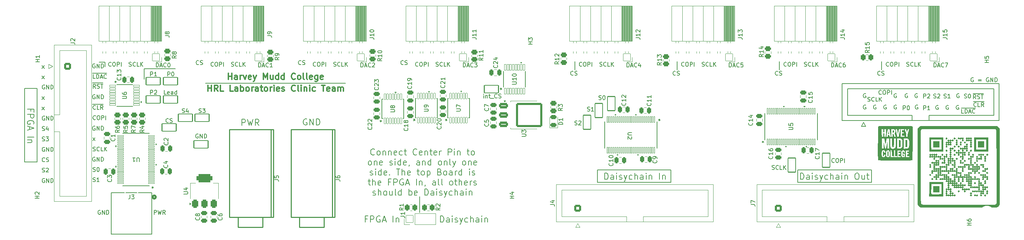
<source format=gto>
G04 #@! TF.GenerationSoftware,KiCad,Pcbnew,9.0.1*
G04 #@! TF.CreationDate,2025-05-15T03:15:06-07:00*
G04 #@! TF.ProjectId,Input_PCB_V5,496e7075-745f-4504-9342-5f56352e6b69,rev?*
G04 #@! TF.SameCoordinates,Original*
G04 #@! TF.FileFunction,Legend,Top*
G04 #@! TF.FilePolarity,Positive*
%FSLAX46Y46*%
G04 Gerber Fmt 4.6, Leading zero omitted, Abs format (unit mm)*
G04 Created by KiCad (PCBNEW 9.0.1) date 2025-05-15 03:15:06*
%MOMM*%
%LPD*%
G01*
G04 APERTURE LIST*
G04 Aperture macros list*
%AMRoundRect*
0 Rectangle with rounded corners*
0 $1 Rounding radius*
0 $2 $3 $4 $5 $6 $7 $8 $9 X,Y pos of 4 corners*
0 Add a 4 corners polygon primitive as box body*
4,1,4,$2,$3,$4,$5,$6,$7,$8,$9,$2,$3,0*
0 Add four circle primitives for the rounded corners*
1,1,$1+$1,$2,$3*
1,1,$1+$1,$4,$5*
1,1,$1+$1,$6,$7*
1,1,$1+$1,$8,$9*
0 Add four rect primitives between the rounded corners*
20,1,$1+$1,$2,$3,$4,$5,0*
20,1,$1+$1,$4,$5,$6,$7,0*
20,1,$1+$1,$6,$7,$8,$9,0*
20,1,$1+$1,$8,$9,$2,$3,0*%
G04 Aperture macros list end*
%ADD10C,0.150000*%
%ADD11C,0.153000*%
%ADD12C,0.300000*%
%ADD13C,0.508000*%
%ADD14C,0.152400*%
%ADD15C,0.120000*%
%ADD16C,0.000000*%
%ADD17C,0.254000*%
%ADD18RoundRect,0.102000X-1.725000X-0.925000X1.725000X-0.925000X1.725000X0.925000X-1.725000X0.925000X0*%
%ADD19C,1.650800*%
%ADD20RoundRect,0.269000X-0.494000X0.269000X-0.494000X-0.269000X0.494000X-0.269000X0.494000X0.269000X0*%
%ADD21RoundRect,0.102000X1.725000X0.925000X-1.725000X0.925000X-1.725000X-0.925000X1.725000X-0.925000X0*%
%ADD22RoundRect,0.268536X-0.469464X0.281964X-0.469464X-0.281964X0.469464X-0.281964X0.469464X0.281964X0*%
%ADD23RoundRect,0.038000X-0.850000X0.850000X-0.850000X-0.850000X0.850000X-0.850000X0.850000X0.850000X0*%
%ADD24O,1.776000X1.776000*%
%ADD25RoundRect,0.261177X0.626823X-0.626823X0.626823X0.626823X-0.626823X0.626823X-0.626823X-0.626823X0*%
%ADD26C,1.776000*%
%ADD27RoundRect,0.268536X0.281964X0.469464X-0.281964X0.469464X-0.281964X-0.469464X0.281964X-0.469464X0*%
%ADD28RoundRect,0.038000X0.177400X-0.730999X0.177400X0.730999X-0.177400X0.730999X-0.177400X-0.730999X0*%
%ADD29C,3.276000*%
%ADD30C,3.076000*%
%ADD31RoundRect,0.269000X0.494000X-0.269000X0.494000X0.269000X-0.494000X0.269000X-0.494000X-0.269000X0*%
%ADD32RoundRect,0.269000X0.269000X0.494000X-0.269000X0.494000X-0.269000X-0.494000X0.269000X-0.494000X0*%
%ADD33RoundRect,0.102000X0.925000X-1.725000X0.925000X1.725000X-0.925000X1.725000X-0.925000X-1.725000X0*%
%ADD34RoundRect,0.394000X0.394000X-0.644000X0.394000X0.644000X-0.394000X0.644000X-0.394000X-0.644000X0*%
%ADD35RoundRect,0.519000X1.419000X-0.519000X1.419000X0.519000X-1.419000X0.519000X-1.419000X-0.519000X0*%
%ADD36RoundRect,0.102000X-0.925000X1.725000X-0.925000X-1.725000X0.925000X-1.725000X0.925000X1.725000X0*%
%ADD37RoundRect,0.038000X0.177800X-0.704850X0.177800X0.704850X-0.177800X0.704850X-0.177800X-0.704850X0*%
%ADD38RoundRect,0.269000X-0.269000X-0.494000X0.269000X-0.494000X0.269000X0.494000X-0.269000X0.494000X0*%
%ADD39RoundRect,0.038000X-0.730999X-0.177400X0.730999X-0.177400X0.730999X0.177400X-0.730999X0.177400X0*%
%ADD40RoundRect,0.038000X-0.139700X0.702049X-0.139700X-0.702049X0.139700X-0.702049X0.139700X0.702049X0*%
%ADD41RoundRect,0.262750X0.475250X-0.262750X0.475250X0.262750X-0.475250X0.262750X-0.475250X-0.262750X0*%
%ADD42RoundRect,0.268536X-0.281964X-0.469464X0.281964X-0.469464X0.281964X0.469464X-0.281964X0.469464X0*%
%ADD43RoundRect,0.038000X0.850000X-0.850000X0.850000X0.850000X-0.850000X0.850000X-0.850000X-0.850000X0*%
%ADD44RoundRect,0.038000X0.702049X0.139700X-0.702049X0.139700X-0.702049X-0.139700X0.702049X-0.139700X0*%
%ADD45RoundRect,0.038000X0.139700X-0.702049X0.139700X0.702049X-0.139700X0.702049X-0.139700X-0.702049X0*%
%ADD46RoundRect,0.268536X0.469464X-0.281964X0.469464X0.281964X-0.469464X0.281964X-0.469464X-0.281964X0*%
%ADD47RoundRect,0.261177X-0.626823X-0.626823X0.626823X-0.626823X0.626823X0.626823X-0.626823X0.626823X0*%
%ADD48RoundRect,0.265833X-0.872167X-0.372167X0.872167X-0.372167X0.872167X0.372167X-0.872167X0.372167X0*%
%ADD49RoundRect,0.253273X-2.984727X-2.684727X2.984727X-2.684727X2.984727X2.684727X-2.984727X2.684727X0*%
G04 APERTURE END LIST*
D10*
X63260588Y-106817438D02*
X63165350Y-106769819D01*
X63165350Y-106769819D02*
X63022493Y-106769819D01*
X63022493Y-106769819D02*
X62879636Y-106817438D01*
X62879636Y-106817438D02*
X62784398Y-106912676D01*
X62784398Y-106912676D02*
X62736779Y-107007914D01*
X62736779Y-107007914D02*
X62689160Y-107198390D01*
X62689160Y-107198390D02*
X62689160Y-107341247D01*
X62689160Y-107341247D02*
X62736779Y-107531723D01*
X62736779Y-107531723D02*
X62784398Y-107626961D01*
X62784398Y-107626961D02*
X62879636Y-107722200D01*
X62879636Y-107722200D02*
X63022493Y-107769819D01*
X63022493Y-107769819D02*
X63117731Y-107769819D01*
X63117731Y-107769819D02*
X63260588Y-107722200D01*
X63260588Y-107722200D02*
X63308207Y-107674580D01*
X63308207Y-107674580D02*
X63308207Y-107341247D01*
X63308207Y-107341247D02*
X63117731Y-107341247D01*
X63736779Y-107769819D02*
X63736779Y-106769819D01*
X63736779Y-106769819D02*
X64308207Y-107769819D01*
X64308207Y-107769819D02*
X64308207Y-106769819D01*
X64784398Y-107769819D02*
X64784398Y-106769819D01*
X64784398Y-106769819D02*
X65022493Y-106769819D01*
X65022493Y-106769819D02*
X65165350Y-106817438D01*
X65165350Y-106817438D02*
X65260588Y-106912676D01*
X65260588Y-106912676D02*
X65308207Y-107007914D01*
X65308207Y-107007914D02*
X65355826Y-107198390D01*
X65355826Y-107198390D02*
X65355826Y-107341247D01*
X65355826Y-107341247D02*
X65308207Y-107531723D01*
X65308207Y-107531723D02*
X65260588Y-107626961D01*
X65260588Y-107626961D02*
X65165350Y-107722200D01*
X65165350Y-107722200D02*
X65022493Y-107769819D01*
X65022493Y-107769819D02*
X64784398Y-107769819D01*
D11*
X20900000Y-95600000D02*
X23900000Y-95600000D01*
X23900000Y-113600000D01*
X20900000Y-113600000D01*
X20900000Y-95600000D01*
D10*
X237750000Y-103510000D02*
X237750000Y-102200000D01*
X220620000Y-94390000D02*
X258980000Y-94390000D01*
X155300000Y-89000000D02*
X155300000Y-91000000D01*
X205300000Y-89000000D02*
X205300000Y-91000000D01*
X40500000Y-89200000D02*
X40500000Y-90300000D01*
X257680000Y-95700000D02*
X221920000Y-95700000D01*
X225330000Y-104900000D02*
X226330000Y-104900000D01*
X257680000Y-95700000D02*
X257680000Y-102200000D01*
X258980000Y-94390000D02*
X258980000Y-103510000D01*
X258980000Y-103510000D02*
X220620000Y-103510000D01*
X50100000Y-93300000D02*
X50100000Y-90800000D01*
X50100000Y-90800000D02*
X57700000Y-90800000D01*
X241850000Y-102200000D02*
X257680000Y-102200000D01*
D11*
X160800000Y-115600000D02*
X178800000Y-115600000D01*
X178800000Y-118600000D01*
X160800000Y-118600000D01*
X160800000Y-115600000D01*
D10*
X220620000Y-94390000D02*
X220620000Y-103510000D01*
X241850000Y-102200000D02*
X241850000Y-103510000D01*
X65100000Y-94300000D02*
X99300000Y-94300000D01*
X221920000Y-102200000D02*
X221920000Y-95700000D01*
X39100000Y-89200000D02*
X40500000Y-89200000D01*
X180300000Y-89000000D02*
X180300000Y-91000000D01*
D11*
X209800000Y-115600000D02*
X227800000Y-115600000D01*
X227800000Y-118600000D01*
X209800000Y-118600000D01*
X209800000Y-115600000D01*
D10*
X226330000Y-104900000D02*
X225830000Y-103900000D01*
X225830000Y-103900000D02*
X225330000Y-104900000D01*
X221920000Y-102200000D02*
X237750000Y-102200000D01*
X230300000Y-89000000D02*
X230300000Y-91000000D01*
D11*
X117400000Y-122100000D02*
X117400000Y-126000000D01*
D10*
X253308207Y-98169819D02*
X252974874Y-97693628D01*
X252736779Y-98169819D02*
X252736779Y-97169819D01*
X252736779Y-97169819D02*
X253117731Y-97169819D01*
X253117731Y-97169819D02*
X253212969Y-97217438D01*
X253212969Y-97217438D02*
X253260588Y-97265057D01*
X253260588Y-97265057D02*
X253308207Y-97360295D01*
X253308207Y-97360295D02*
X253308207Y-97503152D01*
X253308207Y-97503152D02*
X253260588Y-97598390D01*
X253260588Y-97598390D02*
X253212969Y-97646009D01*
X253212969Y-97646009D02*
X253117731Y-97693628D01*
X253117731Y-97693628D02*
X252736779Y-97693628D01*
X253689160Y-98122200D02*
X253832017Y-98169819D01*
X253832017Y-98169819D02*
X254070112Y-98169819D01*
X254070112Y-98169819D02*
X254165350Y-98122200D01*
X254165350Y-98122200D02*
X254212969Y-98074580D01*
X254212969Y-98074580D02*
X254260588Y-97979342D01*
X254260588Y-97979342D02*
X254260588Y-97884104D01*
X254260588Y-97884104D02*
X254212969Y-97788866D01*
X254212969Y-97788866D02*
X254165350Y-97741247D01*
X254165350Y-97741247D02*
X254070112Y-97693628D01*
X254070112Y-97693628D02*
X253879636Y-97646009D01*
X253879636Y-97646009D02*
X253784398Y-97598390D01*
X253784398Y-97598390D02*
X253736779Y-97550771D01*
X253736779Y-97550771D02*
X253689160Y-97455533D01*
X253689160Y-97455533D02*
X253689160Y-97360295D01*
X253689160Y-97360295D02*
X253736779Y-97265057D01*
X253736779Y-97265057D02*
X253784398Y-97217438D01*
X253784398Y-97217438D02*
X253879636Y-97169819D01*
X253879636Y-97169819D02*
X254117731Y-97169819D01*
X254117731Y-97169819D02*
X254260588Y-97217438D01*
X254546303Y-97169819D02*
X255117731Y-97169819D01*
X254832017Y-98169819D02*
X254832017Y-97169819D01*
X252598684Y-96892200D02*
X255112970Y-96892200D01*
X37589160Y-115922200D02*
X37732017Y-115969819D01*
X37732017Y-115969819D02*
X37970112Y-115969819D01*
X37970112Y-115969819D02*
X38065350Y-115922200D01*
X38065350Y-115922200D02*
X38112969Y-115874580D01*
X38112969Y-115874580D02*
X38160588Y-115779342D01*
X38160588Y-115779342D02*
X38160588Y-115684104D01*
X38160588Y-115684104D02*
X38112969Y-115588866D01*
X38112969Y-115588866D02*
X38065350Y-115541247D01*
X38065350Y-115541247D02*
X37970112Y-115493628D01*
X37970112Y-115493628D02*
X37779636Y-115446009D01*
X37779636Y-115446009D02*
X37684398Y-115398390D01*
X37684398Y-115398390D02*
X37636779Y-115350771D01*
X37636779Y-115350771D02*
X37589160Y-115255533D01*
X37589160Y-115255533D02*
X37589160Y-115160295D01*
X37589160Y-115160295D02*
X37636779Y-115065057D01*
X37636779Y-115065057D02*
X37684398Y-115017438D01*
X37684398Y-115017438D02*
X37779636Y-114969819D01*
X37779636Y-114969819D02*
X38017731Y-114969819D01*
X38017731Y-114969819D02*
X38160588Y-115017438D01*
X38779636Y-114969819D02*
X38874874Y-114969819D01*
X38874874Y-114969819D02*
X38970112Y-115017438D01*
X38970112Y-115017438D02*
X39017731Y-115065057D01*
X39017731Y-115065057D02*
X39065350Y-115160295D01*
X39065350Y-115160295D02*
X39112969Y-115350771D01*
X39112969Y-115350771D02*
X39112969Y-115588866D01*
X39112969Y-115588866D02*
X39065350Y-115779342D01*
X39065350Y-115779342D02*
X39017731Y-115874580D01*
X39017731Y-115874580D02*
X38970112Y-115922200D01*
X38970112Y-115922200D02*
X38874874Y-115969819D01*
X38874874Y-115969819D02*
X38779636Y-115969819D01*
X38779636Y-115969819D02*
X38684398Y-115922200D01*
X38684398Y-115922200D02*
X38636779Y-115874580D01*
X38636779Y-115874580D02*
X38589160Y-115779342D01*
X38589160Y-115779342D02*
X38541541Y-115588866D01*
X38541541Y-115588866D02*
X38541541Y-115350771D01*
X38541541Y-115350771D02*
X38589160Y-115160295D01*
X38589160Y-115160295D02*
X38636779Y-115065057D01*
X38636779Y-115065057D02*
X38684398Y-115017438D01*
X38684398Y-115017438D02*
X38779636Y-114969819D01*
X38208207Y-103174580D02*
X38160588Y-103222200D01*
X38160588Y-103222200D02*
X38017731Y-103269819D01*
X38017731Y-103269819D02*
X37922493Y-103269819D01*
X37922493Y-103269819D02*
X37779636Y-103222200D01*
X37779636Y-103222200D02*
X37684398Y-103126961D01*
X37684398Y-103126961D02*
X37636779Y-103031723D01*
X37636779Y-103031723D02*
X37589160Y-102841247D01*
X37589160Y-102841247D02*
X37589160Y-102698390D01*
X37589160Y-102698390D02*
X37636779Y-102507914D01*
X37636779Y-102507914D02*
X37684398Y-102412676D01*
X37684398Y-102412676D02*
X37779636Y-102317438D01*
X37779636Y-102317438D02*
X37922493Y-102269819D01*
X37922493Y-102269819D02*
X38017731Y-102269819D01*
X38017731Y-102269819D02*
X38160588Y-102317438D01*
X38160588Y-102317438D02*
X38208207Y-102365057D01*
X38827255Y-102269819D02*
X39017731Y-102269819D01*
X39017731Y-102269819D02*
X39112969Y-102317438D01*
X39112969Y-102317438D02*
X39208207Y-102412676D01*
X39208207Y-102412676D02*
X39255826Y-102603152D01*
X39255826Y-102603152D02*
X39255826Y-102936485D01*
X39255826Y-102936485D02*
X39208207Y-103126961D01*
X39208207Y-103126961D02*
X39112969Y-103222200D01*
X39112969Y-103222200D02*
X39017731Y-103269819D01*
X39017731Y-103269819D02*
X38827255Y-103269819D01*
X38827255Y-103269819D02*
X38732017Y-103222200D01*
X38732017Y-103222200D02*
X38636779Y-103126961D01*
X38636779Y-103126961D02*
X38589160Y-102936485D01*
X38589160Y-102936485D02*
X38589160Y-102603152D01*
X38589160Y-102603152D02*
X38636779Y-102412676D01*
X38636779Y-102412676D02*
X38732017Y-102317438D01*
X38732017Y-102317438D02*
X38827255Y-102269819D01*
X39684398Y-103269819D02*
X39684398Y-102269819D01*
X39684398Y-102269819D02*
X40065350Y-102269819D01*
X40065350Y-102269819D02*
X40160588Y-102317438D01*
X40160588Y-102317438D02*
X40208207Y-102365057D01*
X40208207Y-102365057D02*
X40255826Y-102460295D01*
X40255826Y-102460295D02*
X40255826Y-102603152D01*
X40255826Y-102603152D02*
X40208207Y-102698390D01*
X40208207Y-102698390D02*
X40160588Y-102746009D01*
X40160588Y-102746009D02*
X40065350Y-102793628D01*
X40065350Y-102793628D02*
X39684398Y-102793628D01*
X40684398Y-103269819D02*
X40684398Y-102269819D01*
X155289160Y-104522200D02*
X155432017Y-104569819D01*
X155432017Y-104569819D02*
X155670112Y-104569819D01*
X155670112Y-104569819D02*
X155765350Y-104522200D01*
X155765350Y-104522200D02*
X155812969Y-104474580D01*
X155812969Y-104474580D02*
X155860588Y-104379342D01*
X155860588Y-104379342D02*
X155860588Y-104284104D01*
X155860588Y-104284104D02*
X155812969Y-104188866D01*
X155812969Y-104188866D02*
X155765350Y-104141247D01*
X155765350Y-104141247D02*
X155670112Y-104093628D01*
X155670112Y-104093628D02*
X155479636Y-104046009D01*
X155479636Y-104046009D02*
X155384398Y-103998390D01*
X155384398Y-103998390D02*
X155336779Y-103950771D01*
X155336779Y-103950771D02*
X155289160Y-103855533D01*
X155289160Y-103855533D02*
X155289160Y-103760295D01*
X155289160Y-103760295D02*
X155336779Y-103665057D01*
X155336779Y-103665057D02*
X155384398Y-103617438D01*
X155384398Y-103617438D02*
X155479636Y-103569819D01*
X155479636Y-103569819D02*
X155717731Y-103569819D01*
X155717731Y-103569819D02*
X155860588Y-103617438D01*
X156241541Y-103665057D02*
X156289160Y-103617438D01*
X156289160Y-103617438D02*
X156384398Y-103569819D01*
X156384398Y-103569819D02*
X156622493Y-103569819D01*
X156622493Y-103569819D02*
X156717731Y-103617438D01*
X156717731Y-103617438D02*
X156765350Y-103665057D01*
X156765350Y-103665057D02*
X156812969Y-103760295D01*
X156812969Y-103760295D02*
X156812969Y-103855533D01*
X156812969Y-103855533D02*
X156765350Y-103998390D01*
X156765350Y-103998390D02*
X156193922Y-104569819D01*
X156193922Y-104569819D02*
X156812969Y-104569819D01*
X117008207Y-90074580D02*
X116960588Y-90122200D01*
X116960588Y-90122200D02*
X116817731Y-90169819D01*
X116817731Y-90169819D02*
X116722493Y-90169819D01*
X116722493Y-90169819D02*
X116579636Y-90122200D01*
X116579636Y-90122200D02*
X116484398Y-90026961D01*
X116484398Y-90026961D02*
X116436779Y-89931723D01*
X116436779Y-89931723D02*
X116389160Y-89741247D01*
X116389160Y-89741247D02*
X116389160Y-89598390D01*
X116389160Y-89598390D02*
X116436779Y-89407914D01*
X116436779Y-89407914D02*
X116484398Y-89312676D01*
X116484398Y-89312676D02*
X116579636Y-89217438D01*
X116579636Y-89217438D02*
X116722493Y-89169819D01*
X116722493Y-89169819D02*
X116817731Y-89169819D01*
X116817731Y-89169819D02*
X116960588Y-89217438D01*
X116960588Y-89217438D02*
X117008207Y-89265057D01*
X117627255Y-89169819D02*
X117817731Y-89169819D01*
X117817731Y-89169819D02*
X117912969Y-89217438D01*
X117912969Y-89217438D02*
X118008207Y-89312676D01*
X118008207Y-89312676D02*
X118055826Y-89503152D01*
X118055826Y-89503152D02*
X118055826Y-89836485D01*
X118055826Y-89836485D02*
X118008207Y-90026961D01*
X118008207Y-90026961D02*
X117912969Y-90122200D01*
X117912969Y-90122200D02*
X117817731Y-90169819D01*
X117817731Y-90169819D02*
X117627255Y-90169819D01*
X117627255Y-90169819D02*
X117532017Y-90122200D01*
X117532017Y-90122200D02*
X117436779Y-90026961D01*
X117436779Y-90026961D02*
X117389160Y-89836485D01*
X117389160Y-89836485D02*
X117389160Y-89503152D01*
X117389160Y-89503152D02*
X117436779Y-89312676D01*
X117436779Y-89312676D02*
X117532017Y-89217438D01*
X117532017Y-89217438D02*
X117627255Y-89169819D01*
X118484398Y-90169819D02*
X118484398Y-89169819D01*
X118484398Y-89169819D02*
X118865350Y-89169819D01*
X118865350Y-89169819D02*
X118960588Y-89217438D01*
X118960588Y-89217438D02*
X119008207Y-89265057D01*
X119008207Y-89265057D02*
X119055826Y-89360295D01*
X119055826Y-89360295D02*
X119055826Y-89503152D01*
X119055826Y-89503152D02*
X119008207Y-89598390D01*
X119008207Y-89598390D02*
X118960588Y-89646009D01*
X118960588Y-89646009D02*
X118865350Y-89693628D01*
X118865350Y-89693628D02*
X118484398Y-89693628D01*
X119484398Y-90169819D02*
X119484398Y-89169819D01*
X46389160Y-90122200D02*
X46532017Y-90169819D01*
X46532017Y-90169819D02*
X46770112Y-90169819D01*
X46770112Y-90169819D02*
X46865350Y-90122200D01*
X46865350Y-90122200D02*
X46912969Y-90074580D01*
X46912969Y-90074580D02*
X46960588Y-89979342D01*
X46960588Y-89979342D02*
X46960588Y-89884104D01*
X46960588Y-89884104D02*
X46912969Y-89788866D01*
X46912969Y-89788866D02*
X46865350Y-89741247D01*
X46865350Y-89741247D02*
X46770112Y-89693628D01*
X46770112Y-89693628D02*
X46579636Y-89646009D01*
X46579636Y-89646009D02*
X46484398Y-89598390D01*
X46484398Y-89598390D02*
X46436779Y-89550771D01*
X46436779Y-89550771D02*
X46389160Y-89455533D01*
X46389160Y-89455533D02*
X46389160Y-89360295D01*
X46389160Y-89360295D02*
X46436779Y-89265057D01*
X46436779Y-89265057D02*
X46484398Y-89217438D01*
X46484398Y-89217438D02*
X46579636Y-89169819D01*
X46579636Y-89169819D02*
X46817731Y-89169819D01*
X46817731Y-89169819D02*
X46960588Y-89217438D01*
X47960588Y-90074580D02*
X47912969Y-90122200D01*
X47912969Y-90122200D02*
X47770112Y-90169819D01*
X47770112Y-90169819D02*
X47674874Y-90169819D01*
X47674874Y-90169819D02*
X47532017Y-90122200D01*
X47532017Y-90122200D02*
X47436779Y-90026961D01*
X47436779Y-90026961D02*
X47389160Y-89931723D01*
X47389160Y-89931723D02*
X47341541Y-89741247D01*
X47341541Y-89741247D02*
X47341541Y-89598390D01*
X47341541Y-89598390D02*
X47389160Y-89407914D01*
X47389160Y-89407914D02*
X47436779Y-89312676D01*
X47436779Y-89312676D02*
X47532017Y-89217438D01*
X47532017Y-89217438D02*
X47674874Y-89169819D01*
X47674874Y-89169819D02*
X47770112Y-89169819D01*
X47770112Y-89169819D02*
X47912969Y-89217438D01*
X47912969Y-89217438D02*
X47960588Y-89265057D01*
X48865350Y-90169819D02*
X48389160Y-90169819D01*
X48389160Y-90169819D02*
X48389160Y-89169819D01*
X49198684Y-90169819D02*
X49198684Y-89169819D01*
X49770112Y-90169819D02*
X49341541Y-89598390D01*
X49770112Y-89169819D02*
X49198684Y-89741247D01*
X25141541Y-90678911D02*
X25665350Y-90012244D01*
X25141541Y-90012244D02*
X25665350Y-90678911D01*
X179908207Y-92274580D02*
X179860588Y-92322200D01*
X179860588Y-92322200D02*
X179717731Y-92369819D01*
X179717731Y-92369819D02*
X179622493Y-92369819D01*
X179622493Y-92369819D02*
X179479636Y-92322200D01*
X179479636Y-92322200D02*
X179384398Y-92226961D01*
X179384398Y-92226961D02*
X179336779Y-92131723D01*
X179336779Y-92131723D02*
X179289160Y-91941247D01*
X179289160Y-91941247D02*
X179289160Y-91798390D01*
X179289160Y-91798390D02*
X179336779Y-91607914D01*
X179336779Y-91607914D02*
X179384398Y-91512676D01*
X179384398Y-91512676D02*
X179479636Y-91417438D01*
X179479636Y-91417438D02*
X179622493Y-91369819D01*
X179622493Y-91369819D02*
X179717731Y-91369819D01*
X179717731Y-91369819D02*
X179860588Y-91417438D01*
X179860588Y-91417438D02*
X179908207Y-91465057D01*
X180289160Y-92322200D02*
X180432017Y-92369819D01*
X180432017Y-92369819D02*
X180670112Y-92369819D01*
X180670112Y-92369819D02*
X180765350Y-92322200D01*
X180765350Y-92322200D02*
X180812969Y-92274580D01*
X180812969Y-92274580D02*
X180860588Y-92179342D01*
X180860588Y-92179342D02*
X180860588Y-92084104D01*
X180860588Y-92084104D02*
X180812969Y-91988866D01*
X180812969Y-91988866D02*
X180765350Y-91941247D01*
X180765350Y-91941247D02*
X180670112Y-91893628D01*
X180670112Y-91893628D02*
X180479636Y-91846009D01*
X180479636Y-91846009D02*
X180384398Y-91798390D01*
X180384398Y-91798390D02*
X180336779Y-91750771D01*
X180336779Y-91750771D02*
X180289160Y-91655533D01*
X180289160Y-91655533D02*
X180289160Y-91560295D01*
X180289160Y-91560295D02*
X180336779Y-91465057D01*
X180336779Y-91465057D02*
X180384398Y-91417438D01*
X180384398Y-91417438D02*
X180479636Y-91369819D01*
X180479636Y-91369819D02*
X180717731Y-91369819D01*
X180717731Y-91369819D02*
X180860588Y-91417438D01*
X25141541Y-98315273D02*
X25665350Y-97648606D01*
X25141541Y-97648606D02*
X25665350Y-98315273D01*
X154908207Y-92274580D02*
X154860588Y-92322200D01*
X154860588Y-92322200D02*
X154717731Y-92369819D01*
X154717731Y-92369819D02*
X154622493Y-92369819D01*
X154622493Y-92369819D02*
X154479636Y-92322200D01*
X154479636Y-92322200D02*
X154384398Y-92226961D01*
X154384398Y-92226961D02*
X154336779Y-92131723D01*
X154336779Y-92131723D02*
X154289160Y-91941247D01*
X154289160Y-91941247D02*
X154289160Y-91798390D01*
X154289160Y-91798390D02*
X154336779Y-91607914D01*
X154336779Y-91607914D02*
X154384398Y-91512676D01*
X154384398Y-91512676D02*
X154479636Y-91417438D01*
X154479636Y-91417438D02*
X154622493Y-91369819D01*
X154622493Y-91369819D02*
X154717731Y-91369819D01*
X154717731Y-91369819D02*
X154860588Y-91417438D01*
X154860588Y-91417438D02*
X154908207Y-91465057D01*
X155289160Y-92322200D02*
X155432017Y-92369819D01*
X155432017Y-92369819D02*
X155670112Y-92369819D01*
X155670112Y-92369819D02*
X155765350Y-92322200D01*
X155765350Y-92322200D02*
X155812969Y-92274580D01*
X155812969Y-92274580D02*
X155860588Y-92179342D01*
X155860588Y-92179342D02*
X155860588Y-92084104D01*
X155860588Y-92084104D02*
X155812969Y-91988866D01*
X155812969Y-91988866D02*
X155765350Y-91941247D01*
X155765350Y-91941247D02*
X155670112Y-91893628D01*
X155670112Y-91893628D02*
X155479636Y-91846009D01*
X155479636Y-91846009D02*
X155384398Y-91798390D01*
X155384398Y-91798390D02*
X155336779Y-91750771D01*
X155336779Y-91750771D02*
X155289160Y-91655533D01*
X155289160Y-91655533D02*
X155289160Y-91560295D01*
X155289160Y-91560295D02*
X155336779Y-91465057D01*
X155336779Y-91465057D02*
X155384398Y-91417438D01*
X155384398Y-91417438D02*
X155479636Y-91369819D01*
X155479636Y-91369819D02*
X155717731Y-91369819D01*
X155717731Y-91369819D02*
X155860588Y-91417438D01*
X113408207Y-89674580D02*
X113360588Y-89722200D01*
X113360588Y-89722200D02*
X113217731Y-89769819D01*
X113217731Y-89769819D02*
X113122493Y-89769819D01*
X113122493Y-89769819D02*
X112979636Y-89722200D01*
X112979636Y-89722200D02*
X112884398Y-89626961D01*
X112884398Y-89626961D02*
X112836779Y-89531723D01*
X112836779Y-89531723D02*
X112789160Y-89341247D01*
X112789160Y-89341247D02*
X112789160Y-89198390D01*
X112789160Y-89198390D02*
X112836779Y-89007914D01*
X112836779Y-89007914D02*
X112884398Y-88912676D01*
X112884398Y-88912676D02*
X112979636Y-88817438D01*
X112979636Y-88817438D02*
X113122493Y-88769819D01*
X113122493Y-88769819D02*
X113217731Y-88769819D01*
X113217731Y-88769819D02*
X113360588Y-88817438D01*
X113360588Y-88817438D02*
X113408207Y-88865057D01*
X113789160Y-89722200D02*
X113932017Y-89769819D01*
X113932017Y-89769819D02*
X114170112Y-89769819D01*
X114170112Y-89769819D02*
X114265350Y-89722200D01*
X114265350Y-89722200D02*
X114312969Y-89674580D01*
X114312969Y-89674580D02*
X114360588Y-89579342D01*
X114360588Y-89579342D02*
X114360588Y-89484104D01*
X114360588Y-89484104D02*
X114312969Y-89388866D01*
X114312969Y-89388866D02*
X114265350Y-89341247D01*
X114265350Y-89341247D02*
X114170112Y-89293628D01*
X114170112Y-89293628D02*
X113979636Y-89246009D01*
X113979636Y-89246009D02*
X113884398Y-89198390D01*
X113884398Y-89198390D02*
X113836779Y-89150771D01*
X113836779Y-89150771D02*
X113789160Y-89055533D01*
X113789160Y-89055533D02*
X113789160Y-88960295D01*
X113789160Y-88960295D02*
X113836779Y-88865057D01*
X113836779Y-88865057D02*
X113884398Y-88817438D01*
X113884398Y-88817438D02*
X113979636Y-88769819D01*
X113979636Y-88769819D02*
X114217731Y-88769819D01*
X114217731Y-88769819D02*
X114360588Y-88817438D01*
X37589160Y-110922200D02*
X37732017Y-110969819D01*
X37732017Y-110969819D02*
X37970112Y-110969819D01*
X37970112Y-110969819D02*
X38065350Y-110922200D01*
X38065350Y-110922200D02*
X38112969Y-110874580D01*
X38112969Y-110874580D02*
X38160588Y-110779342D01*
X38160588Y-110779342D02*
X38160588Y-110684104D01*
X38160588Y-110684104D02*
X38112969Y-110588866D01*
X38112969Y-110588866D02*
X38065350Y-110541247D01*
X38065350Y-110541247D02*
X37970112Y-110493628D01*
X37970112Y-110493628D02*
X37779636Y-110446009D01*
X37779636Y-110446009D02*
X37684398Y-110398390D01*
X37684398Y-110398390D02*
X37636779Y-110350771D01*
X37636779Y-110350771D02*
X37589160Y-110255533D01*
X37589160Y-110255533D02*
X37589160Y-110160295D01*
X37589160Y-110160295D02*
X37636779Y-110065057D01*
X37636779Y-110065057D02*
X37684398Y-110017438D01*
X37684398Y-110017438D02*
X37779636Y-109969819D01*
X37779636Y-109969819D02*
X38017731Y-109969819D01*
X38017731Y-109969819D02*
X38160588Y-110017438D01*
X39160588Y-110874580D02*
X39112969Y-110922200D01*
X39112969Y-110922200D02*
X38970112Y-110969819D01*
X38970112Y-110969819D02*
X38874874Y-110969819D01*
X38874874Y-110969819D02*
X38732017Y-110922200D01*
X38732017Y-110922200D02*
X38636779Y-110826961D01*
X38636779Y-110826961D02*
X38589160Y-110731723D01*
X38589160Y-110731723D02*
X38541541Y-110541247D01*
X38541541Y-110541247D02*
X38541541Y-110398390D01*
X38541541Y-110398390D02*
X38589160Y-110207914D01*
X38589160Y-110207914D02*
X38636779Y-110112676D01*
X38636779Y-110112676D02*
X38732017Y-110017438D01*
X38732017Y-110017438D02*
X38874874Y-109969819D01*
X38874874Y-109969819D02*
X38970112Y-109969819D01*
X38970112Y-109969819D02*
X39112969Y-110017438D01*
X39112969Y-110017438D02*
X39160588Y-110065057D01*
X40065350Y-110969819D02*
X39589160Y-110969819D01*
X39589160Y-110969819D02*
X39589160Y-109969819D01*
X40398684Y-110969819D02*
X40398684Y-109969819D01*
X40970112Y-110969819D02*
X40541541Y-110398390D01*
X40970112Y-109969819D02*
X40398684Y-110541247D01*
X250489160Y-97922200D02*
X250632017Y-97969819D01*
X250632017Y-97969819D02*
X250870112Y-97969819D01*
X250870112Y-97969819D02*
X250965350Y-97922200D01*
X250965350Y-97922200D02*
X251012969Y-97874580D01*
X251012969Y-97874580D02*
X251060588Y-97779342D01*
X251060588Y-97779342D02*
X251060588Y-97684104D01*
X251060588Y-97684104D02*
X251012969Y-97588866D01*
X251012969Y-97588866D02*
X250965350Y-97541247D01*
X250965350Y-97541247D02*
X250870112Y-97493628D01*
X250870112Y-97493628D02*
X250679636Y-97446009D01*
X250679636Y-97446009D02*
X250584398Y-97398390D01*
X250584398Y-97398390D02*
X250536779Y-97350771D01*
X250536779Y-97350771D02*
X250489160Y-97255533D01*
X250489160Y-97255533D02*
X250489160Y-97160295D01*
X250489160Y-97160295D02*
X250536779Y-97065057D01*
X250536779Y-97065057D02*
X250584398Y-97017438D01*
X250584398Y-97017438D02*
X250679636Y-96969819D01*
X250679636Y-96969819D02*
X250917731Y-96969819D01*
X250917731Y-96969819D02*
X251060588Y-97017438D01*
X251679636Y-96969819D02*
X251774874Y-96969819D01*
X251774874Y-96969819D02*
X251870112Y-97017438D01*
X251870112Y-97017438D02*
X251917731Y-97065057D01*
X251917731Y-97065057D02*
X251965350Y-97160295D01*
X251965350Y-97160295D02*
X252012969Y-97350771D01*
X252012969Y-97350771D02*
X252012969Y-97588866D01*
X252012969Y-97588866D02*
X251965350Y-97779342D01*
X251965350Y-97779342D02*
X251917731Y-97874580D01*
X251917731Y-97874580D02*
X251870112Y-97922200D01*
X251870112Y-97922200D02*
X251774874Y-97969819D01*
X251774874Y-97969819D02*
X251679636Y-97969819D01*
X251679636Y-97969819D02*
X251584398Y-97922200D01*
X251584398Y-97922200D02*
X251536779Y-97874580D01*
X251536779Y-97874580D02*
X251489160Y-97779342D01*
X251489160Y-97779342D02*
X251441541Y-97588866D01*
X251441541Y-97588866D02*
X251441541Y-97350771D01*
X251441541Y-97350771D02*
X251489160Y-97160295D01*
X251489160Y-97160295D02*
X251536779Y-97065057D01*
X251536779Y-97065057D02*
X251584398Y-97017438D01*
X251584398Y-97017438D02*
X251679636Y-96969819D01*
X226889160Y-98722200D02*
X227032017Y-98769819D01*
X227032017Y-98769819D02*
X227270112Y-98769819D01*
X227270112Y-98769819D02*
X227365350Y-98722200D01*
X227365350Y-98722200D02*
X227412969Y-98674580D01*
X227412969Y-98674580D02*
X227460588Y-98579342D01*
X227460588Y-98579342D02*
X227460588Y-98484104D01*
X227460588Y-98484104D02*
X227412969Y-98388866D01*
X227412969Y-98388866D02*
X227365350Y-98341247D01*
X227365350Y-98341247D02*
X227270112Y-98293628D01*
X227270112Y-98293628D02*
X227079636Y-98246009D01*
X227079636Y-98246009D02*
X226984398Y-98198390D01*
X226984398Y-98198390D02*
X226936779Y-98150771D01*
X226936779Y-98150771D02*
X226889160Y-98055533D01*
X226889160Y-98055533D02*
X226889160Y-97960295D01*
X226889160Y-97960295D02*
X226936779Y-97865057D01*
X226936779Y-97865057D02*
X226984398Y-97817438D01*
X226984398Y-97817438D02*
X227079636Y-97769819D01*
X227079636Y-97769819D02*
X227317731Y-97769819D01*
X227317731Y-97769819D02*
X227460588Y-97817438D01*
X228460588Y-98674580D02*
X228412969Y-98722200D01*
X228412969Y-98722200D02*
X228270112Y-98769819D01*
X228270112Y-98769819D02*
X228174874Y-98769819D01*
X228174874Y-98769819D02*
X228032017Y-98722200D01*
X228032017Y-98722200D02*
X227936779Y-98626961D01*
X227936779Y-98626961D02*
X227889160Y-98531723D01*
X227889160Y-98531723D02*
X227841541Y-98341247D01*
X227841541Y-98341247D02*
X227841541Y-98198390D01*
X227841541Y-98198390D02*
X227889160Y-98007914D01*
X227889160Y-98007914D02*
X227936779Y-97912676D01*
X227936779Y-97912676D02*
X228032017Y-97817438D01*
X228032017Y-97817438D02*
X228174874Y-97769819D01*
X228174874Y-97769819D02*
X228270112Y-97769819D01*
X228270112Y-97769819D02*
X228412969Y-97817438D01*
X228412969Y-97817438D02*
X228460588Y-97865057D01*
X229365350Y-98769819D02*
X228889160Y-98769819D01*
X228889160Y-98769819D02*
X228889160Y-97769819D01*
X229698684Y-98769819D02*
X229698684Y-97769819D01*
X230270112Y-98769819D02*
X229841541Y-98198390D01*
X230270112Y-97769819D02*
X229698684Y-98341247D01*
X38112969Y-93169819D02*
X37636779Y-93169819D01*
X37636779Y-93169819D02*
X37636779Y-92169819D01*
X38446303Y-93169819D02*
X38446303Y-92169819D01*
X38446303Y-92169819D02*
X38684398Y-92169819D01*
X38684398Y-92169819D02*
X38827255Y-92217438D01*
X38827255Y-92217438D02*
X38922493Y-92312676D01*
X38922493Y-92312676D02*
X38970112Y-92407914D01*
X38970112Y-92407914D02*
X39017731Y-92598390D01*
X39017731Y-92598390D02*
X39017731Y-92741247D01*
X39017731Y-92741247D02*
X38970112Y-92931723D01*
X38970112Y-92931723D02*
X38922493Y-93026961D01*
X38922493Y-93026961D02*
X38827255Y-93122200D01*
X38827255Y-93122200D02*
X38684398Y-93169819D01*
X38684398Y-93169819D02*
X38446303Y-93169819D01*
X39398684Y-92884104D02*
X39874874Y-92884104D01*
X39303446Y-93169819D02*
X39636779Y-92169819D01*
X39636779Y-92169819D02*
X39970112Y-93169819D01*
X40874874Y-93074580D02*
X40827255Y-93122200D01*
X40827255Y-93122200D02*
X40684398Y-93169819D01*
X40684398Y-93169819D02*
X40589160Y-93169819D01*
X40589160Y-93169819D02*
X40446303Y-93122200D01*
X40446303Y-93122200D02*
X40351065Y-93026961D01*
X40351065Y-93026961D02*
X40303446Y-92931723D01*
X40303446Y-92931723D02*
X40255827Y-92741247D01*
X40255827Y-92741247D02*
X40255827Y-92598390D01*
X40255827Y-92598390D02*
X40303446Y-92407914D01*
X40303446Y-92407914D02*
X40351065Y-92312676D01*
X40351065Y-92312676D02*
X40446303Y-92217438D01*
X40446303Y-92217438D02*
X40589160Y-92169819D01*
X40589160Y-92169819D02*
X40684398Y-92169819D01*
X40684398Y-92169819D02*
X40827255Y-92217438D01*
X40827255Y-92217438D02*
X40874874Y-92265057D01*
X37498684Y-91892200D02*
X40965351Y-91892200D01*
X230208207Y-96974580D02*
X230160588Y-97022200D01*
X230160588Y-97022200D02*
X230017731Y-97069819D01*
X230017731Y-97069819D02*
X229922493Y-97069819D01*
X229922493Y-97069819D02*
X229779636Y-97022200D01*
X229779636Y-97022200D02*
X229684398Y-96926961D01*
X229684398Y-96926961D02*
X229636779Y-96831723D01*
X229636779Y-96831723D02*
X229589160Y-96641247D01*
X229589160Y-96641247D02*
X229589160Y-96498390D01*
X229589160Y-96498390D02*
X229636779Y-96307914D01*
X229636779Y-96307914D02*
X229684398Y-96212676D01*
X229684398Y-96212676D02*
X229779636Y-96117438D01*
X229779636Y-96117438D02*
X229922493Y-96069819D01*
X229922493Y-96069819D02*
X230017731Y-96069819D01*
X230017731Y-96069819D02*
X230160588Y-96117438D01*
X230160588Y-96117438D02*
X230208207Y-96165057D01*
X230827255Y-96069819D02*
X231017731Y-96069819D01*
X231017731Y-96069819D02*
X231112969Y-96117438D01*
X231112969Y-96117438D02*
X231208207Y-96212676D01*
X231208207Y-96212676D02*
X231255826Y-96403152D01*
X231255826Y-96403152D02*
X231255826Y-96736485D01*
X231255826Y-96736485D02*
X231208207Y-96926961D01*
X231208207Y-96926961D02*
X231112969Y-97022200D01*
X231112969Y-97022200D02*
X231017731Y-97069819D01*
X231017731Y-97069819D02*
X230827255Y-97069819D01*
X230827255Y-97069819D02*
X230732017Y-97022200D01*
X230732017Y-97022200D02*
X230636779Y-96926961D01*
X230636779Y-96926961D02*
X230589160Y-96736485D01*
X230589160Y-96736485D02*
X230589160Y-96403152D01*
X230589160Y-96403152D02*
X230636779Y-96212676D01*
X230636779Y-96212676D02*
X230732017Y-96117438D01*
X230732017Y-96117438D02*
X230827255Y-96069819D01*
X231684398Y-97069819D02*
X231684398Y-96069819D01*
X231684398Y-96069819D02*
X232065350Y-96069819D01*
X232065350Y-96069819D02*
X232160588Y-96117438D01*
X232160588Y-96117438D02*
X232208207Y-96165057D01*
X232208207Y-96165057D02*
X232255826Y-96260295D01*
X232255826Y-96260295D02*
X232255826Y-96403152D01*
X232255826Y-96403152D02*
X232208207Y-96498390D01*
X232208207Y-96498390D02*
X232160588Y-96546009D01*
X232160588Y-96546009D02*
X232065350Y-96593628D01*
X232065350Y-96593628D02*
X231684398Y-96593628D01*
X232684398Y-97069819D02*
X232684398Y-96069819D01*
X240536779Y-100869819D02*
X240536779Y-99869819D01*
X240536779Y-99869819D02*
X240917731Y-99869819D01*
X240917731Y-99869819D02*
X241012969Y-99917438D01*
X241012969Y-99917438D02*
X241060588Y-99965057D01*
X241060588Y-99965057D02*
X241108207Y-100060295D01*
X241108207Y-100060295D02*
X241108207Y-100203152D01*
X241108207Y-100203152D02*
X241060588Y-100298390D01*
X241060588Y-100298390D02*
X241012969Y-100346009D01*
X241012969Y-100346009D02*
X240917731Y-100393628D01*
X240917731Y-100393628D02*
X240536779Y-100393628D01*
X242060588Y-100869819D02*
X241489160Y-100869819D01*
X241774874Y-100869819D02*
X241774874Y-99869819D01*
X241774874Y-99869819D02*
X241679636Y-100012676D01*
X241679636Y-100012676D02*
X241584398Y-100107914D01*
X241584398Y-100107914D02*
X241489160Y-100155533D01*
X249060588Y-99817438D02*
X248965350Y-99769819D01*
X248965350Y-99769819D02*
X248822493Y-99769819D01*
X248822493Y-99769819D02*
X248679636Y-99817438D01*
X248679636Y-99817438D02*
X248584398Y-99912676D01*
X248584398Y-99912676D02*
X248536779Y-100007914D01*
X248536779Y-100007914D02*
X248489160Y-100198390D01*
X248489160Y-100198390D02*
X248489160Y-100341247D01*
X248489160Y-100341247D02*
X248536779Y-100531723D01*
X248536779Y-100531723D02*
X248584398Y-100626961D01*
X248584398Y-100626961D02*
X248679636Y-100722200D01*
X248679636Y-100722200D02*
X248822493Y-100769819D01*
X248822493Y-100769819D02*
X248917731Y-100769819D01*
X248917731Y-100769819D02*
X249060588Y-100722200D01*
X249060588Y-100722200D02*
X249108207Y-100674580D01*
X249108207Y-100674580D02*
X249108207Y-100341247D01*
X249108207Y-100341247D02*
X248917731Y-100341247D01*
D11*
X89834286Y-103147658D02*
X89688572Y-103074801D01*
X89688572Y-103074801D02*
X89470000Y-103074801D01*
X89470000Y-103074801D02*
X89251429Y-103147658D01*
X89251429Y-103147658D02*
X89105714Y-103293372D01*
X89105714Y-103293372D02*
X89032857Y-103439086D01*
X89032857Y-103439086D02*
X88960000Y-103730515D01*
X88960000Y-103730515D02*
X88960000Y-103949086D01*
X88960000Y-103949086D02*
X89032857Y-104240515D01*
X89032857Y-104240515D02*
X89105714Y-104386229D01*
X89105714Y-104386229D02*
X89251429Y-104531944D01*
X89251429Y-104531944D02*
X89470000Y-104604801D01*
X89470000Y-104604801D02*
X89615714Y-104604801D01*
X89615714Y-104604801D02*
X89834286Y-104531944D01*
X89834286Y-104531944D02*
X89907143Y-104459086D01*
X89907143Y-104459086D02*
X89907143Y-103949086D01*
X89907143Y-103949086D02*
X89615714Y-103949086D01*
X90562857Y-104604801D02*
X90562857Y-103074801D01*
X90562857Y-103074801D02*
X91437143Y-104604801D01*
X91437143Y-104604801D02*
X91437143Y-103074801D01*
X92165714Y-104604801D02*
X92165714Y-103074801D01*
X92165714Y-103074801D02*
X92530000Y-103074801D01*
X92530000Y-103074801D02*
X92748571Y-103147658D01*
X92748571Y-103147658D02*
X92894286Y-103293372D01*
X92894286Y-103293372D02*
X92967143Y-103439086D01*
X92967143Y-103439086D02*
X93040000Y-103730515D01*
X93040000Y-103730515D02*
X93040000Y-103949086D01*
X93040000Y-103949086D02*
X92967143Y-104240515D01*
X92967143Y-104240515D02*
X92894286Y-104386229D01*
X92894286Y-104386229D02*
X92748571Y-104531944D01*
X92748571Y-104531944D02*
X92530000Y-104604801D01*
X92530000Y-104604801D02*
X92165714Y-104604801D01*
D10*
X25808207Y-113492758D02*
X25760588Y-113540378D01*
X25760588Y-113540378D02*
X25617731Y-113587997D01*
X25617731Y-113587997D02*
X25522493Y-113587997D01*
X25522493Y-113587997D02*
X25379636Y-113540378D01*
X25379636Y-113540378D02*
X25284398Y-113445139D01*
X25284398Y-113445139D02*
X25236779Y-113349901D01*
X25236779Y-113349901D02*
X25189160Y-113159425D01*
X25189160Y-113159425D02*
X25189160Y-113016568D01*
X25189160Y-113016568D02*
X25236779Y-112826092D01*
X25236779Y-112826092D02*
X25284398Y-112730854D01*
X25284398Y-112730854D02*
X25379636Y-112635616D01*
X25379636Y-112635616D02*
X25522493Y-112587997D01*
X25522493Y-112587997D02*
X25617731Y-112587997D01*
X25617731Y-112587997D02*
X25760588Y-112635616D01*
X25760588Y-112635616D02*
X25808207Y-112683235D01*
X26189160Y-113540378D02*
X26332017Y-113587997D01*
X26332017Y-113587997D02*
X26570112Y-113587997D01*
X26570112Y-113587997D02*
X26665350Y-113540378D01*
X26665350Y-113540378D02*
X26712969Y-113492758D01*
X26712969Y-113492758D02*
X26760588Y-113397520D01*
X26760588Y-113397520D02*
X26760588Y-113302282D01*
X26760588Y-113302282D02*
X26712969Y-113207044D01*
X26712969Y-113207044D02*
X26665350Y-113159425D01*
X26665350Y-113159425D02*
X26570112Y-113111806D01*
X26570112Y-113111806D02*
X26379636Y-113064187D01*
X26379636Y-113064187D02*
X26284398Y-113016568D01*
X26284398Y-113016568D02*
X26236779Y-112968949D01*
X26236779Y-112968949D02*
X26189160Y-112873711D01*
X26189160Y-112873711D02*
X26189160Y-112778473D01*
X26189160Y-112778473D02*
X26236779Y-112683235D01*
X26236779Y-112683235D02*
X26284398Y-112635616D01*
X26284398Y-112635616D02*
X26379636Y-112587997D01*
X26379636Y-112587997D02*
X26617731Y-112587997D01*
X26617731Y-112587997D02*
X26760588Y-112635616D01*
X59389160Y-101522200D02*
X59532017Y-101569819D01*
X59532017Y-101569819D02*
X59770112Y-101569819D01*
X59770112Y-101569819D02*
X59865350Y-101522200D01*
X59865350Y-101522200D02*
X59912969Y-101474580D01*
X59912969Y-101474580D02*
X59960588Y-101379342D01*
X59960588Y-101379342D02*
X59960588Y-101284104D01*
X59960588Y-101284104D02*
X59912969Y-101188866D01*
X59912969Y-101188866D02*
X59865350Y-101141247D01*
X59865350Y-101141247D02*
X59770112Y-101093628D01*
X59770112Y-101093628D02*
X59579636Y-101046009D01*
X59579636Y-101046009D02*
X59484398Y-100998390D01*
X59484398Y-100998390D02*
X59436779Y-100950771D01*
X59436779Y-100950771D02*
X59389160Y-100855533D01*
X59389160Y-100855533D02*
X59389160Y-100760295D01*
X59389160Y-100760295D02*
X59436779Y-100665057D01*
X59436779Y-100665057D02*
X59484398Y-100617438D01*
X59484398Y-100617438D02*
X59579636Y-100569819D01*
X59579636Y-100569819D02*
X59817731Y-100569819D01*
X59817731Y-100569819D02*
X59960588Y-100617438D01*
X60817731Y-100903152D02*
X60817731Y-101569819D01*
X60579636Y-100522200D02*
X60341541Y-101236485D01*
X60341541Y-101236485D02*
X60960588Y-101236485D01*
X245489160Y-97922200D02*
X245632017Y-97969819D01*
X245632017Y-97969819D02*
X245870112Y-97969819D01*
X245870112Y-97969819D02*
X245965350Y-97922200D01*
X245965350Y-97922200D02*
X246012969Y-97874580D01*
X246012969Y-97874580D02*
X246060588Y-97779342D01*
X246060588Y-97779342D02*
X246060588Y-97684104D01*
X246060588Y-97684104D02*
X246012969Y-97588866D01*
X246012969Y-97588866D02*
X245965350Y-97541247D01*
X245965350Y-97541247D02*
X245870112Y-97493628D01*
X245870112Y-97493628D02*
X245679636Y-97446009D01*
X245679636Y-97446009D02*
X245584398Y-97398390D01*
X245584398Y-97398390D02*
X245536779Y-97350771D01*
X245536779Y-97350771D02*
X245489160Y-97255533D01*
X245489160Y-97255533D02*
X245489160Y-97160295D01*
X245489160Y-97160295D02*
X245536779Y-97065057D01*
X245536779Y-97065057D02*
X245584398Y-97017438D01*
X245584398Y-97017438D02*
X245679636Y-96969819D01*
X245679636Y-96969819D02*
X245917731Y-96969819D01*
X245917731Y-96969819D02*
X246060588Y-97017438D01*
X247012969Y-97969819D02*
X246441541Y-97969819D01*
X246727255Y-97969819D02*
X246727255Y-96969819D01*
X246727255Y-96969819D02*
X246632017Y-97112676D01*
X246632017Y-97112676D02*
X246536779Y-97207914D01*
X246536779Y-97207914D02*
X246441541Y-97255533D01*
X133036779Y-97969819D02*
X133036779Y-97303152D01*
X133036779Y-96969819D02*
X132989160Y-97017438D01*
X132989160Y-97017438D02*
X133036779Y-97065057D01*
X133036779Y-97065057D02*
X133084398Y-97017438D01*
X133084398Y-97017438D02*
X133036779Y-96969819D01*
X133036779Y-96969819D02*
X133036779Y-97065057D01*
X133512969Y-97303152D02*
X133512969Y-97969819D01*
X133512969Y-97398390D02*
X133560588Y-97350771D01*
X133560588Y-97350771D02*
X133655826Y-97303152D01*
X133655826Y-97303152D02*
X133798683Y-97303152D01*
X133798683Y-97303152D02*
X133893921Y-97350771D01*
X133893921Y-97350771D02*
X133941540Y-97446009D01*
X133941540Y-97446009D02*
X133941540Y-97969819D01*
X134274874Y-97303152D02*
X134655826Y-97303152D01*
X134417731Y-96969819D02*
X134417731Y-97826961D01*
X134417731Y-97826961D02*
X134465350Y-97922200D01*
X134465350Y-97922200D02*
X134560588Y-97969819D01*
X134560588Y-97969819D02*
X134655826Y-97969819D01*
X134751065Y-98065057D02*
X135512969Y-98065057D01*
X136322493Y-97874580D02*
X136274874Y-97922200D01*
X136274874Y-97922200D02*
X136132017Y-97969819D01*
X136132017Y-97969819D02*
X136036779Y-97969819D01*
X136036779Y-97969819D02*
X135893922Y-97922200D01*
X135893922Y-97922200D02*
X135798684Y-97826961D01*
X135798684Y-97826961D02*
X135751065Y-97731723D01*
X135751065Y-97731723D02*
X135703446Y-97541247D01*
X135703446Y-97541247D02*
X135703446Y-97398390D01*
X135703446Y-97398390D02*
X135751065Y-97207914D01*
X135751065Y-97207914D02*
X135798684Y-97112676D01*
X135798684Y-97112676D02*
X135893922Y-97017438D01*
X135893922Y-97017438D02*
X136036779Y-96969819D01*
X136036779Y-96969819D02*
X136132017Y-96969819D01*
X136132017Y-96969819D02*
X136274874Y-97017438D01*
X136274874Y-97017438D02*
X136322493Y-97065057D01*
X136703446Y-97922200D02*
X136846303Y-97969819D01*
X136846303Y-97969819D02*
X137084398Y-97969819D01*
X137084398Y-97969819D02*
X137179636Y-97922200D01*
X137179636Y-97922200D02*
X137227255Y-97874580D01*
X137227255Y-97874580D02*
X137274874Y-97779342D01*
X137274874Y-97779342D02*
X137274874Y-97684104D01*
X137274874Y-97684104D02*
X137227255Y-97588866D01*
X137227255Y-97588866D02*
X137179636Y-97541247D01*
X137179636Y-97541247D02*
X137084398Y-97493628D01*
X137084398Y-97493628D02*
X136893922Y-97446009D01*
X136893922Y-97446009D02*
X136798684Y-97398390D01*
X136798684Y-97398390D02*
X136751065Y-97350771D01*
X136751065Y-97350771D02*
X136703446Y-97255533D01*
X136703446Y-97255533D02*
X136703446Y-97160295D01*
X136703446Y-97160295D02*
X136751065Y-97065057D01*
X136751065Y-97065057D02*
X136798684Y-97017438D01*
X136798684Y-97017438D02*
X136893922Y-96969819D01*
X136893922Y-96969819D02*
X137132017Y-96969819D01*
X137132017Y-96969819D02*
X137274874Y-97017438D01*
X238960588Y-96917438D02*
X238865350Y-96869819D01*
X238865350Y-96869819D02*
X238722493Y-96869819D01*
X238722493Y-96869819D02*
X238579636Y-96917438D01*
X238579636Y-96917438D02*
X238484398Y-97012676D01*
X238484398Y-97012676D02*
X238436779Y-97107914D01*
X238436779Y-97107914D02*
X238389160Y-97298390D01*
X238389160Y-97298390D02*
X238389160Y-97441247D01*
X238389160Y-97441247D02*
X238436779Y-97631723D01*
X238436779Y-97631723D02*
X238484398Y-97726961D01*
X238484398Y-97726961D02*
X238579636Y-97822200D01*
X238579636Y-97822200D02*
X238722493Y-97869819D01*
X238722493Y-97869819D02*
X238817731Y-97869819D01*
X238817731Y-97869819D02*
X238960588Y-97822200D01*
X238960588Y-97822200D02*
X239008207Y-97774580D01*
X239008207Y-97774580D02*
X239008207Y-97441247D01*
X239008207Y-97441247D02*
X238817731Y-97441247D01*
X128036779Y-90369819D02*
X128036779Y-89369819D01*
X128036779Y-89369819D02*
X128274874Y-89369819D01*
X128274874Y-89369819D02*
X128417731Y-89417438D01*
X128417731Y-89417438D02*
X128512969Y-89512676D01*
X128512969Y-89512676D02*
X128560588Y-89607914D01*
X128560588Y-89607914D02*
X128608207Y-89798390D01*
X128608207Y-89798390D02*
X128608207Y-89941247D01*
X128608207Y-89941247D02*
X128560588Y-90131723D01*
X128560588Y-90131723D02*
X128512969Y-90226961D01*
X128512969Y-90226961D02*
X128417731Y-90322200D01*
X128417731Y-90322200D02*
X128274874Y-90369819D01*
X128274874Y-90369819D02*
X128036779Y-90369819D01*
X128989160Y-90084104D02*
X129465350Y-90084104D01*
X128893922Y-90369819D02*
X129227255Y-89369819D01*
X129227255Y-89369819D02*
X129560588Y-90369819D01*
X130465350Y-90274580D02*
X130417731Y-90322200D01*
X130417731Y-90322200D02*
X130274874Y-90369819D01*
X130274874Y-90369819D02*
X130179636Y-90369819D01*
X130179636Y-90369819D02*
X130036779Y-90322200D01*
X130036779Y-90322200D02*
X129941541Y-90226961D01*
X129941541Y-90226961D02*
X129893922Y-90131723D01*
X129893922Y-90131723D02*
X129846303Y-89941247D01*
X129846303Y-89941247D02*
X129846303Y-89798390D01*
X129846303Y-89798390D02*
X129893922Y-89607914D01*
X129893922Y-89607914D02*
X129941541Y-89512676D01*
X129941541Y-89512676D02*
X130036779Y-89417438D01*
X130036779Y-89417438D02*
X130179636Y-89369819D01*
X130179636Y-89369819D02*
X130274874Y-89369819D01*
X130274874Y-89369819D02*
X130417731Y-89417438D01*
X130417731Y-89417438D02*
X130465350Y-89465057D01*
X130798684Y-89369819D02*
X131417731Y-89369819D01*
X131417731Y-89369819D02*
X131084398Y-89750771D01*
X131084398Y-89750771D02*
X131227255Y-89750771D01*
X131227255Y-89750771D02*
X131322493Y-89798390D01*
X131322493Y-89798390D02*
X131370112Y-89846009D01*
X131370112Y-89846009D02*
X131417731Y-89941247D01*
X131417731Y-89941247D02*
X131417731Y-90179342D01*
X131417731Y-90179342D02*
X131370112Y-90274580D01*
X131370112Y-90274580D02*
X131322493Y-90322200D01*
X131322493Y-90322200D02*
X131227255Y-90369819D01*
X131227255Y-90369819D02*
X130941541Y-90369819D01*
X130941541Y-90369819D02*
X130846303Y-90322200D01*
X130846303Y-90322200D02*
X130798684Y-90274580D01*
X25189160Y-105904016D02*
X25332017Y-105951635D01*
X25332017Y-105951635D02*
X25570112Y-105951635D01*
X25570112Y-105951635D02*
X25665350Y-105904016D01*
X25665350Y-105904016D02*
X25712969Y-105856396D01*
X25712969Y-105856396D02*
X25760588Y-105761158D01*
X25760588Y-105761158D02*
X25760588Y-105665920D01*
X25760588Y-105665920D02*
X25712969Y-105570682D01*
X25712969Y-105570682D02*
X25665350Y-105523063D01*
X25665350Y-105523063D02*
X25570112Y-105475444D01*
X25570112Y-105475444D02*
X25379636Y-105427825D01*
X25379636Y-105427825D02*
X25284398Y-105380206D01*
X25284398Y-105380206D02*
X25236779Y-105332587D01*
X25236779Y-105332587D02*
X25189160Y-105237349D01*
X25189160Y-105237349D02*
X25189160Y-105142111D01*
X25189160Y-105142111D02*
X25236779Y-105046873D01*
X25236779Y-105046873D02*
X25284398Y-104999254D01*
X25284398Y-104999254D02*
X25379636Y-104951635D01*
X25379636Y-104951635D02*
X25617731Y-104951635D01*
X25617731Y-104951635D02*
X25760588Y-104999254D01*
X26617731Y-105284968D02*
X26617731Y-105951635D01*
X26379636Y-104904016D02*
X26141541Y-105618301D01*
X26141541Y-105618301D02*
X26760588Y-105618301D01*
X92008207Y-90074580D02*
X91960588Y-90122200D01*
X91960588Y-90122200D02*
X91817731Y-90169819D01*
X91817731Y-90169819D02*
X91722493Y-90169819D01*
X91722493Y-90169819D02*
X91579636Y-90122200D01*
X91579636Y-90122200D02*
X91484398Y-90026961D01*
X91484398Y-90026961D02*
X91436779Y-89931723D01*
X91436779Y-89931723D02*
X91389160Y-89741247D01*
X91389160Y-89741247D02*
X91389160Y-89598390D01*
X91389160Y-89598390D02*
X91436779Y-89407914D01*
X91436779Y-89407914D02*
X91484398Y-89312676D01*
X91484398Y-89312676D02*
X91579636Y-89217438D01*
X91579636Y-89217438D02*
X91722493Y-89169819D01*
X91722493Y-89169819D02*
X91817731Y-89169819D01*
X91817731Y-89169819D02*
X91960588Y-89217438D01*
X91960588Y-89217438D02*
X92008207Y-89265057D01*
X92627255Y-89169819D02*
X92817731Y-89169819D01*
X92817731Y-89169819D02*
X92912969Y-89217438D01*
X92912969Y-89217438D02*
X93008207Y-89312676D01*
X93008207Y-89312676D02*
X93055826Y-89503152D01*
X93055826Y-89503152D02*
X93055826Y-89836485D01*
X93055826Y-89836485D02*
X93008207Y-90026961D01*
X93008207Y-90026961D02*
X92912969Y-90122200D01*
X92912969Y-90122200D02*
X92817731Y-90169819D01*
X92817731Y-90169819D02*
X92627255Y-90169819D01*
X92627255Y-90169819D02*
X92532017Y-90122200D01*
X92532017Y-90122200D02*
X92436779Y-90026961D01*
X92436779Y-90026961D02*
X92389160Y-89836485D01*
X92389160Y-89836485D02*
X92389160Y-89503152D01*
X92389160Y-89503152D02*
X92436779Y-89312676D01*
X92436779Y-89312676D02*
X92532017Y-89217438D01*
X92532017Y-89217438D02*
X92627255Y-89169819D01*
X93484398Y-90169819D02*
X93484398Y-89169819D01*
X93484398Y-89169819D02*
X93865350Y-89169819D01*
X93865350Y-89169819D02*
X93960588Y-89217438D01*
X93960588Y-89217438D02*
X94008207Y-89265057D01*
X94008207Y-89265057D02*
X94055826Y-89360295D01*
X94055826Y-89360295D02*
X94055826Y-89503152D01*
X94055826Y-89503152D02*
X94008207Y-89598390D01*
X94008207Y-89598390D02*
X93960588Y-89646009D01*
X93960588Y-89646009D02*
X93865350Y-89693628D01*
X93865350Y-89693628D02*
X93484398Y-89693628D01*
X94484398Y-90169819D02*
X94484398Y-89169819D01*
X232008207Y-90074580D02*
X231960588Y-90122200D01*
X231960588Y-90122200D02*
X231817731Y-90169819D01*
X231817731Y-90169819D02*
X231722493Y-90169819D01*
X231722493Y-90169819D02*
X231579636Y-90122200D01*
X231579636Y-90122200D02*
X231484398Y-90026961D01*
X231484398Y-90026961D02*
X231436779Y-89931723D01*
X231436779Y-89931723D02*
X231389160Y-89741247D01*
X231389160Y-89741247D02*
X231389160Y-89598390D01*
X231389160Y-89598390D02*
X231436779Y-89407914D01*
X231436779Y-89407914D02*
X231484398Y-89312676D01*
X231484398Y-89312676D02*
X231579636Y-89217438D01*
X231579636Y-89217438D02*
X231722493Y-89169819D01*
X231722493Y-89169819D02*
X231817731Y-89169819D01*
X231817731Y-89169819D02*
X231960588Y-89217438D01*
X231960588Y-89217438D02*
X232008207Y-89265057D01*
X232627255Y-89169819D02*
X232817731Y-89169819D01*
X232817731Y-89169819D02*
X232912969Y-89217438D01*
X232912969Y-89217438D02*
X233008207Y-89312676D01*
X233008207Y-89312676D02*
X233055826Y-89503152D01*
X233055826Y-89503152D02*
X233055826Y-89836485D01*
X233055826Y-89836485D02*
X233008207Y-90026961D01*
X233008207Y-90026961D02*
X232912969Y-90122200D01*
X232912969Y-90122200D02*
X232817731Y-90169819D01*
X232817731Y-90169819D02*
X232627255Y-90169819D01*
X232627255Y-90169819D02*
X232532017Y-90122200D01*
X232532017Y-90122200D02*
X232436779Y-90026961D01*
X232436779Y-90026961D02*
X232389160Y-89836485D01*
X232389160Y-89836485D02*
X232389160Y-89503152D01*
X232389160Y-89503152D02*
X232436779Y-89312676D01*
X232436779Y-89312676D02*
X232532017Y-89217438D01*
X232532017Y-89217438D02*
X232627255Y-89169819D01*
X233484398Y-90169819D02*
X233484398Y-89169819D01*
X233484398Y-89169819D02*
X233865350Y-89169819D01*
X233865350Y-89169819D02*
X233960588Y-89217438D01*
X233960588Y-89217438D02*
X234008207Y-89265057D01*
X234008207Y-89265057D02*
X234055826Y-89360295D01*
X234055826Y-89360295D02*
X234055826Y-89503152D01*
X234055826Y-89503152D02*
X234008207Y-89598390D01*
X234008207Y-89598390D02*
X233960588Y-89646009D01*
X233960588Y-89646009D02*
X233865350Y-89693628D01*
X233865350Y-89693628D02*
X233484398Y-89693628D01*
X234484398Y-90169819D02*
X234484398Y-89169819D01*
X38060588Y-112517438D02*
X37965350Y-112469819D01*
X37965350Y-112469819D02*
X37822493Y-112469819D01*
X37822493Y-112469819D02*
X37679636Y-112517438D01*
X37679636Y-112517438D02*
X37584398Y-112612676D01*
X37584398Y-112612676D02*
X37536779Y-112707914D01*
X37536779Y-112707914D02*
X37489160Y-112898390D01*
X37489160Y-112898390D02*
X37489160Y-113041247D01*
X37489160Y-113041247D02*
X37536779Y-113231723D01*
X37536779Y-113231723D02*
X37584398Y-113326961D01*
X37584398Y-113326961D02*
X37679636Y-113422200D01*
X37679636Y-113422200D02*
X37822493Y-113469819D01*
X37822493Y-113469819D02*
X37917731Y-113469819D01*
X37917731Y-113469819D02*
X38060588Y-113422200D01*
X38060588Y-113422200D02*
X38108207Y-113374580D01*
X38108207Y-113374580D02*
X38108207Y-113041247D01*
X38108207Y-113041247D02*
X37917731Y-113041247D01*
X38536779Y-113469819D02*
X38536779Y-112469819D01*
X38536779Y-112469819D02*
X39108207Y-113469819D01*
X39108207Y-113469819D02*
X39108207Y-112469819D01*
X39584398Y-113469819D02*
X39584398Y-112469819D01*
X39584398Y-112469819D02*
X39822493Y-112469819D01*
X39822493Y-112469819D02*
X39965350Y-112517438D01*
X39965350Y-112517438D02*
X40060588Y-112612676D01*
X40060588Y-112612676D02*
X40108207Y-112707914D01*
X40108207Y-112707914D02*
X40155826Y-112898390D01*
X40155826Y-112898390D02*
X40155826Y-113041247D01*
X40155826Y-113041247D02*
X40108207Y-113231723D01*
X40108207Y-113231723D02*
X40060588Y-113326961D01*
X40060588Y-113326961D02*
X39965350Y-113422200D01*
X39965350Y-113422200D02*
X39822493Y-113469819D01*
X39822493Y-113469819D02*
X39584398Y-113469819D01*
X37589160Y-118422200D02*
X37732017Y-118469819D01*
X37732017Y-118469819D02*
X37970112Y-118469819D01*
X37970112Y-118469819D02*
X38065350Y-118422200D01*
X38065350Y-118422200D02*
X38112969Y-118374580D01*
X38112969Y-118374580D02*
X38160588Y-118279342D01*
X38160588Y-118279342D02*
X38160588Y-118184104D01*
X38160588Y-118184104D02*
X38112969Y-118088866D01*
X38112969Y-118088866D02*
X38065350Y-118041247D01*
X38065350Y-118041247D02*
X37970112Y-117993628D01*
X37970112Y-117993628D02*
X37779636Y-117946009D01*
X37779636Y-117946009D02*
X37684398Y-117898390D01*
X37684398Y-117898390D02*
X37636779Y-117850771D01*
X37636779Y-117850771D02*
X37589160Y-117755533D01*
X37589160Y-117755533D02*
X37589160Y-117660295D01*
X37589160Y-117660295D02*
X37636779Y-117565057D01*
X37636779Y-117565057D02*
X37684398Y-117517438D01*
X37684398Y-117517438D02*
X37779636Y-117469819D01*
X37779636Y-117469819D02*
X38017731Y-117469819D01*
X38017731Y-117469819D02*
X38160588Y-117517438D01*
X39112969Y-118469819D02*
X38541541Y-118469819D01*
X38827255Y-118469819D02*
X38827255Y-117469819D01*
X38827255Y-117469819D02*
X38732017Y-117612676D01*
X38732017Y-117612676D02*
X38636779Y-117707914D01*
X38636779Y-117707914D02*
X38541541Y-117755533D01*
X158389160Y-101122200D02*
X158532017Y-101169819D01*
X158532017Y-101169819D02*
X158770112Y-101169819D01*
X158770112Y-101169819D02*
X158865350Y-101122200D01*
X158865350Y-101122200D02*
X158912969Y-101074580D01*
X158912969Y-101074580D02*
X158960588Y-100979342D01*
X158960588Y-100979342D02*
X158960588Y-100884104D01*
X158960588Y-100884104D02*
X158912969Y-100788866D01*
X158912969Y-100788866D02*
X158865350Y-100741247D01*
X158865350Y-100741247D02*
X158770112Y-100693628D01*
X158770112Y-100693628D02*
X158579636Y-100646009D01*
X158579636Y-100646009D02*
X158484398Y-100598390D01*
X158484398Y-100598390D02*
X158436779Y-100550771D01*
X158436779Y-100550771D02*
X158389160Y-100455533D01*
X158389160Y-100455533D02*
X158389160Y-100360295D01*
X158389160Y-100360295D02*
X158436779Y-100265057D01*
X158436779Y-100265057D02*
X158484398Y-100217438D01*
X158484398Y-100217438D02*
X158579636Y-100169819D01*
X158579636Y-100169819D02*
X158817731Y-100169819D01*
X158817731Y-100169819D02*
X158960588Y-100217438D01*
X159912969Y-101169819D02*
X159341541Y-101169819D01*
X159627255Y-101169819D02*
X159627255Y-100169819D01*
X159627255Y-100169819D02*
X159532017Y-100312676D01*
X159532017Y-100312676D02*
X159436779Y-100407914D01*
X159436779Y-100407914D02*
X159341541Y-100455533D01*
X71389160Y-90122200D02*
X71532017Y-90169819D01*
X71532017Y-90169819D02*
X71770112Y-90169819D01*
X71770112Y-90169819D02*
X71865350Y-90122200D01*
X71865350Y-90122200D02*
X71912969Y-90074580D01*
X71912969Y-90074580D02*
X71960588Y-89979342D01*
X71960588Y-89979342D02*
X71960588Y-89884104D01*
X71960588Y-89884104D02*
X71912969Y-89788866D01*
X71912969Y-89788866D02*
X71865350Y-89741247D01*
X71865350Y-89741247D02*
X71770112Y-89693628D01*
X71770112Y-89693628D02*
X71579636Y-89646009D01*
X71579636Y-89646009D02*
X71484398Y-89598390D01*
X71484398Y-89598390D02*
X71436779Y-89550771D01*
X71436779Y-89550771D02*
X71389160Y-89455533D01*
X71389160Y-89455533D02*
X71389160Y-89360295D01*
X71389160Y-89360295D02*
X71436779Y-89265057D01*
X71436779Y-89265057D02*
X71484398Y-89217438D01*
X71484398Y-89217438D02*
X71579636Y-89169819D01*
X71579636Y-89169819D02*
X71817731Y-89169819D01*
X71817731Y-89169819D02*
X71960588Y-89217438D01*
X72960588Y-90074580D02*
X72912969Y-90122200D01*
X72912969Y-90122200D02*
X72770112Y-90169819D01*
X72770112Y-90169819D02*
X72674874Y-90169819D01*
X72674874Y-90169819D02*
X72532017Y-90122200D01*
X72532017Y-90122200D02*
X72436779Y-90026961D01*
X72436779Y-90026961D02*
X72389160Y-89931723D01*
X72389160Y-89931723D02*
X72341541Y-89741247D01*
X72341541Y-89741247D02*
X72341541Y-89598390D01*
X72341541Y-89598390D02*
X72389160Y-89407914D01*
X72389160Y-89407914D02*
X72436779Y-89312676D01*
X72436779Y-89312676D02*
X72532017Y-89217438D01*
X72532017Y-89217438D02*
X72674874Y-89169819D01*
X72674874Y-89169819D02*
X72770112Y-89169819D01*
X72770112Y-89169819D02*
X72912969Y-89217438D01*
X72912969Y-89217438D02*
X72960588Y-89265057D01*
X73865350Y-90169819D02*
X73389160Y-90169819D01*
X73389160Y-90169819D02*
X73389160Y-89169819D01*
X74198684Y-90169819D02*
X74198684Y-89169819D01*
X74770112Y-90169819D02*
X74341541Y-89598390D01*
X74770112Y-89169819D02*
X74198684Y-89741247D01*
X55836779Y-92569819D02*
X55836779Y-91569819D01*
X55836779Y-91569819D02*
X56217731Y-91569819D01*
X56217731Y-91569819D02*
X56312969Y-91617438D01*
X56312969Y-91617438D02*
X56360588Y-91665057D01*
X56360588Y-91665057D02*
X56408207Y-91760295D01*
X56408207Y-91760295D02*
X56408207Y-91903152D01*
X56408207Y-91903152D02*
X56360588Y-91998390D01*
X56360588Y-91998390D02*
X56312969Y-92046009D01*
X56312969Y-92046009D02*
X56217731Y-92093628D01*
X56217731Y-92093628D02*
X55836779Y-92093628D01*
X57027255Y-91569819D02*
X57122493Y-91569819D01*
X57122493Y-91569819D02*
X57217731Y-91617438D01*
X57217731Y-91617438D02*
X57265350Y-91665057D01*
X57265350Y-91665057D02*
X57312969Y-91760295D01*
X57312969Y-91760295D02*
X57360588Y-91950771D01*
X57360588Y-91950771D02*
X57360588Y-92188866D01*
X57360588Y-92188866D02*
X57312969Y-92379342D01*
X57312969Y-92379342D02*
X57265350Y-92474580D01*
X57265350Y-92474580D02*
X57217731Y-92522200D01*
X57217731Y-92522200D02*
X57122493Y-92569819D01*
X57122493Y-92569819D02*
X57027255Y-92569819D01*
X57027255Y-92569819D02*
X56932017Y-92522200D01*
X56932017Y-92522200D02*
X56884398Y-92474580D01*
X56884398Y-92474580D02*
X56836779Y-92379342D01*
X56836779Y-92379342D02*
X56789160Y-92188866D01*
X56789160Y-92188866D02*
X56789160Y-91950771D01*
X56789160Y-91950771D02*
X56836779Y-91760295D01*
X56836779Y-91760295D02*
X56884398Y-91665057D01*
X56884398Y-91665057D02*
X56932017Y-91617438D01*
X56932017Y-91617438D02*
X57027255Y-91569819D01*
X38208207Y-100674580D02*
X38160588Y-100722200D01*
X38160588Y-100722200D02*
X38017731Y-100769819D01*
X38017731Y-100769819D02*
X37922493Y-100769819D01*
X37922493Y-100769819D02*
X37779636Y-100722200D01*
X37779636Y-100722200D02*
X37684398Y-100626961D01*
X37684398Y-100626961D02*
X37636779Y-100531723D01*
X37636779Y-100531723D02*
X37589160Y-100341247D01*
X37589160Y-100341247D02*
X37589160Y-100198390D01*
X37589160Y-100198390D02*
X37636779Y-100007914D01*
X37636779Y-100007914D02*
X37684398Y-99912676D01*
X37684398Y-99912676D02*
X37779636Y-99817438D01*
X37779636Y-99817438D02*
X37922493Y-99769819D01*
X37922493Y-99769819D02*
X38017731Y-99769819D01*
X38017731Y-99769819D02*
X38160588Y-99817438D01*
X38160588Y-99817438D02*
X38208207Y-99865057D01*
X39112969Y-100769819D02*
X38636779Y-100769819D01*
X38636779Y-100769819D02*
X38636779Y-99769819D01*
X40017731Y-100769819D02*
X39684398Y-100293628D01*
X39446303Y-100769819D02*
X39446303Y-99769819D01*
X39446303Y-99769819D02*
X39827255Y-99769819D01*
X39827255Y-99769819D02*
X39922493Y-99817438D01*
X39922493Y-99817438D02*
X39970112Y-99865057D01*
X39970112Y-99865057D02*
X40017731Y-99960295D01*
X40017731Y-99960295D02*
X40017731Y-100103152D01*
X40017731Y-100103152D02*
X39970112Y-100198390D01*
X39970112Y-100198390D02*
X39922493Y-100246009D01*
X39922493Y-100246009D02*
X39827255Y-100293628D01*
X39827255Y-100293628D02*
X39446303Y-100293628D01*
X37498684Y-99492200D02*
X40108208Y-99492200D01*
X37541541Y-108369819D02*
X38065350Y-107703152D01*
X37541541Y-107703152D02*
X38065350Y-108369819D01*
X236389160Y-90122200D02*
X236532017Y-90169819D01*
X236532017Y-90169819D02*
X236770112Y-90169819D01*
X236770112Y-90169819D02*
X236865350Y-90122200D01*
X236865350Y-90122200D02*
X236912969Y-90074580D01*
X236912969Y-90074580D02*
X236960588Y-89979342D01*
X236960588Y-89979342D02*
X236960588Y-89884104D01*
X236960588Y-89884104D02*
X236912969Y-89788866D01*
X236912969Y-89788866D02*
X236865350Y-89741247D01*
X236865350Y-89741247D02*
X236770112Y-89693628D01*
X236770112Y-89693628D02*
X236579636Y-89646009D01*
X236579636Y-89646009D02*
X236484398Y-89598390D01*
X236484398Y-89598390D02*
X236436779Y-89550771D01*
X236436779Y-89550771D02*
X236389160Y-89455533D01*
X236389160Y-89455533D02*
X236389160Y-89360295D01*
X236389160Y-89360295D02*
X236436779Y-89265057D01*
X236436779Y-89265057D02*
X236484398Y-89217438D01*
X236484398Y-89217438D02*
X236579636Y-89169819D01*
X236579636Y-89169819D02*
X236817731Y-89169819D01*
X236817731Y-89169819D02*
X236960588Y-89217438D01*
X237960588Y-90074580D02*
X237912969Y-90122200D01*
X237912969Y-90122200D02*
X237770112Y-90169819D01*
X237770112Y-90169819D02*
X237674874Y-90169819D01*
X237674874Y-90169819D02*
X237532017Y-90122200D01*
X237532017Y-90122200D02*
X237436779Y-90026961D01*
X237436779Y-90026961D02*
X237389160Y-89931723D01*
X237389160Y-89931723D02*
X237341541Y-89741247D01*
X237341541Y-89741247D02*
X237341541Y-89598390D01*
X237341541Y-89598390D02*
X237389160Y-89407914D01*
X237389160Y-89407914D02*
X237436779Y-89312676D01*
X237436779Y-89312676D02*
X237532017Y-89217438D01*
X237532017Y-89217438D02*
X237674874Y-89169819D01*
X237674874Y-89169819D02*
X237770112Y-89169819D01*
X237770112Y-89169819D02*
X237912969Y-89217438D01*
X237912969Y-89217438D02*
X237960588Y-89265057D01*
X238865350Y-90169819D02*
X238389160Y-90169819D01*
X238389160Y-90169819D02*
X238389160Y-89169819D01*
X239198684Y-90169819D02*
X239198684Y-89169819D01*
X239770112Y-90169819D02*
X239341541Y-89598390D01*
X239770112Y-89169819D02*
X239198684Y-89741247D01*
X25760588Y-117726530D02*
X25665350Y-117678911D01*
X25665350Y-117678911D02*
X25522493Y-117678911D01*
X25522493Y-117678911D02*
X25379636Y-117726530D01*
X25379636Y-117726530D02*
X25284398Y-117821768D01*
X25284398Y-117821768D02*
X25236779Y-117917006D01*
X25236779Y-117917006D02*
X25189160Y-118107482D01*
X25189160Y-118107482D02*
X25189160Y-118250339D01*
X25189160Y-118250339D02*
X25236779Y-118440815D01*
X25236779Y-118440815D02*
X25284398Y-118536053D01*
X25284398Y-118536053D02*
X25379636Y-118631292D01*
X25379636Y-118631292D02*
X25522493Y-118678911D01*
X25522493Y-118678911D02*
X25617731Y-118678911D01*
X25617731Y-118678911D02*
X25760588Y-118631292D01*
X25760588Y-118631292D02*
X25808207Y-118583672D01*
X25808207Y-118583672D02*
X25808207Y-118250339D01*
X25808207Y-118250339D02*
X25617731Y-118250339D01*
X26236779Y-118678911D02*
X26236779Y-117678911D01*
X26236779Y-117678911D02*
X26808207Y-118678911D01*
X26808207Y-118678911D02*
X26808207Y-117678911D01*
X27284398Y-118678911D02*
X27284398Y-117678911D01*
X27284398Y-117678911D02*
X27522493Y-117678911D01*
X27522493Y-117678911D02*
X27665350Y-117726530D01*
X27665350Y-117726530D02*
X27760588Y-117821768D01*
X27760588Y-117821768D02*
X27808207Y-117917006D01*
X27808207Y-117917006D02*
X27855826Y-118107482D01*
X27855826Y-118107482D02*
X27855826Y-118250339D01*
X27855826Y-118250339D02*
X27808207Y-118440815D01*
X27808207Y-118440815D02*
X27760588Y-118536053D01*
X27760588Y-118536053D02*
X27665350Y-118631292D01*
X27665350Y-118631292D02*
X27522493Y-118678911D01*
X27522493Y-118678911D02*
X27284398Y-118678911D01*
X25141541Y-100860727D02*
X25665350Y-100194060D01*
X25141541Y-100194060D02*
X25665350Y-100860727D01*
X67008207Y-90074580D02*
X66960588Y-90122200D01*
X66960588Y-90122200D02*
X66817731Y-90169819D01*
X66817731Y-90169819D02*
X66722493Y-90169819D01*
X66722493Y-90169819D02*
X66579636Y-90122200D01*
X66579636Y-90122200D02*
X66484398Y-90026961D01*
X66484398Y-90026961D02*
X66436779Y-89931723D01*
X66436779Y-89931723D02*
X66389160Y-89741247D01*
X66389160Y-89741247D02*
X66389160Y-89598390D01*
X66389160Y-89598390D02*
X66436779Y-89407914D01*
X66436779Y-89407914D02*
X66484398Y-89312676D01*
X66484398Y-89312676D02*
X66579636Y-89217438D01*
X66579636Y-89217438D02*
X66722493Y-89169819D01*
X66722493Y-89169819D02*
X66817731Y-89169819D01*
X66817731Y-89169819D02*
X66960588Y-89217438D01*
X66960588Y-89217438D02*
X67008207Y-89265057D01*
X67627255Y-89169819D02*
X67817731Y-89169819D01*
X67817731Y-89169819D02*
X67912969Y-89217438D01*
X67912969Y-89217438D02*
X68008207Y-89312676D01*
X68008207Y-89312676D02*
X68055826Y-89503152D01*
X68055826Y-89503152D02*
X68055826Y-89836485D01*
X68055826Y-89836485D02*
X68008207Y-90026961D01*
X68008207Y-90026961D02*
X67912969Y-90122200D01*
X67912969Y-90122200D02*
X67817731Y-90169819D01*
X67817731Y-90169819D02*
X67627255Y-90169819D01*
X67627255Y-90169819D02*
X67532017Y-90122200D01*
X67532017Y-90122200D02*
X67436779Y-90026961D01*
X67436779Y-90026961D02*
X67389160Y-89836485D01*
X67389160Y-89836485D02*
X67389160Y-89503152D01*
X67389160Y-89503152D02*
X67436779Y-89312676D01*
X67436779Y-89312676D02*
X67532017Y-89217438D01*
X67532017Y-89217438D02*
X67627255Y-89169819D01*
X68484398Y-90169819D02*
X68484398Y-89169819D01*
X68484398Y-89169819D02*
X68865350Y-89169819D01*
X68865350Y-89169819D02*
X68960588Y-89217438D01*
X68960588Y-89217438D02*
X69008207Y-89265057D01*
X69008207Y-89265057D02*
X69055826Y-89360295D01*
X69055826Y-89360295D02*
X69055826Y-89503152D01*
X69055826Y-89503152D02*
X69008207Y-89598390D01*
X69008207Y-89598390D02*
X68960588Y-89646009D01*
X68960588Y-89646009D02*
X68865350Y-89693628D01*
X68865350Y-89693628D02*
X68484398Y-89693628D01*
X69484398Y-90169819D02*
X69484398Y-89169819D01*
X88408207Y-89674580D02*
X88360588Y-89722200D01*
X88360588Y-89722200D02*
X88217731Y-89769819D01*
X88217731Y-89769819D02*
X88122493Y-89769819D01*
X88122493Y-89769819D02*
X87979636Y-89722200D01*
X87979636Y-89722200D02*
X87884398Y-89626961D01*
X87884398Y-89626961D02*
X87836779Y-89531723D01*
X87836779Y-89531723D02*
X87789160Y-89341247D01*
X87789160Y-89341247D02*
X87789160Y-89198390D01*
X87789160Y-89198390D02*
X87836779Y-89007914D01*
X87836779Y-89007914D02*
X87884398Y-88912676D01*
X87884398Y-88912676D02*
X87979636Y-88817438D01*
X87979636Y-88817438D02*
X88122493Y-88769819D01*
X88122493Y-88769819D02*
X88217731Y-88769819D01*
X88217731Y-88769819D02*
X88360588Y-88817438D01*
X88360588Y-88817438D02*
X88408207Y-88865057D01*
X88789160Y-89722200D02*
X88932017Y-89769819D01*
X88932017Y-89769819D02*
X89170112Y-89769819D01*
X89170112Y-89769819D02*
X89265350Y-89722200D01*
X89265350Y-89722200D02*
X89312969Y-89674580D01*
X89312969Y-89674580D02*
X89360588Y-89579342D01*
X89360588Y-89579342D02*
X89360588Y-89484104D01*
X89360588Y-89484104D02*
X89312969Y-89388866D01*
X89312969Y-89388866D02*
X89265350Y-89341247D01*
X89265350Y-89341247D02*
X89170112Y-89293628D01*
X89170112Y-89293628D02*
X88979636Y-89246009D01*
X88979636Y-89246009D02*
X88884398Y-89198390D01*
X88884398Y-89198390D02*
X88836779Y-89150771D01*
X88836779Y-89150771D02*
X88789160Y-89055533D01*
X88789160Y-89055533D02*
X88789160Y-88960295D01*
X88789160Y-88960295D02*
X88836779Y-88865057D01*
X88836779Y-88865057D02*
X88884398Y-88817438D01*
X88884398Y-88817438D02*
X88979636Y-88769819D01*
X88979636Y-88769819D02*
X89217731Y-88769819D01*
X89217731Y-88769819D02*
X89360588Y-88817438D01*
D11*
X73960000Y-104704801D02*
X73960000Y-103174801D01*
X73960000Y-103174801D02*
X74542857Y-103174801D01*
X74542857Y-103174801D02*
X74688572Y-103247658D01*
X74688572Y-103247658D02*
X74761429Y-103320515D01*
X74761429Y-103320515D02*
X74834286Y-103466229D01*
X74834286Y-103466229D02*
X74834286Y-103684801D01*
X74834286Y-103684801D02*
X74761429Y-103830515D01*
X74761429Y-103830515D02*
X74688572Y-103903372D01*
X74688572Y-103903372D02*
X74542857Y-103976229D01*
X74542857Y-103976229D02*
X73960000Y-103976229D01*
X75344286Y-103174801D02*
X75708572Y-104704801D01*
X75708572Y-104704801D02*
X76000000Y-103611944D01*
X76000000Y-103611944D02*
X76291429Y-104704801D01*
X76291429Y-104704801D02*
X76655715Y-103174801D01*
X78112857Y-104704801D02*
X77602857Y-103976229D01*
X77238571Y-104704801D02*
X77238571Y-103174801D01*
X77238571Y-103174801D02*
X77821428Y-103174801D01*
X77821428Y-103174801D02*
X77967143Y-103247658D01*
X77967143Y-103247658D02*
X78040000Y-103320515D01*
X78040000Y-103320515D02*
X78112857Y-103466229D01*
X78112857Y-103466229D02*
X78112857Y-103684801D01*
X78112857Y-103684801D02*
X78040000Y-103830515D01*
X78040000Y-103830515D02*
X77967143Y-103903372D01*
X77967143Y-103903372D02*
X77821428Y-103976229D01*
X77821428Y-103976229D02*
X77238571Y-103976229D01*
X122464942Y-128404801D02*
X122464942Y-126874801D01*
X122464942Y-126874801D02*
X122829228Y-126874801D01*
X122829228Y-126874801D02*
X123047799Y-126947658D01*
X123047799Y-126947658D02*
X123193514Y-127093372D01*
X123193514Y-127093372D02*
X123266371Y-127239086D01*
X123266371Y-127239086D02*
X123339228Y-127530515D01*
X123339228Y-127530515D02*
X123339228Y-127749086D01*
X123339228Y-127749086D02*
X123266371Y-128040515D01*
X123266371Y-128040515D02*
X123193514Y-128186229D01*
X123193514Y-128186229D02*
X123047799Y-128331944D01*
X123047799Y-128331944D02*
X122829228Y-128404801D01*
X122829228Y-128404801D02*
X122464942Y-128404801D01*
X124650657Y-128404801D02*
X124650657Y-127603372D01*
X124650657Y-127603372D02*
X124577799Y-127457658D01*
X124577799Y-127457658D02*
X124432085Y-127384801D01*
X124432085Y-127384801D02*
X124140657Y-127384801D01*
X124140657Y-127384801D02*
X123994942Y-127457658D01*
X124650657Y-128331944D02*
X124504942Y-128404801D01*
X124504942Y-128404801D02*
X124140657Y-128404801D01*
X124140657Y-128404801D02*
X123994942Y-128331944D01*
X123994942Y-128331944D02*
X123922085Y-128186229D01*
X123922085Y-128186229D02*
X123922085Y-128040515D01*
X123922085Y-128040515D02*
X123994942Y-127894801D01*
X123994942Y-127894801D02*
X124140657Y-127821944D01*
X124140657Y-127821944D02*
X124504942Y-127821944D01*
X124504942Y-127821944D02*
X124650657Y-127749086D01*
X125379228Y-128404801D02*
X125379228Y-127384801D01*
X125379228Y-126874801D02*
X125306371Y-126947658D01*
X125306371Y-126947658D02*
X125379228Y-127020515D01*
X125379228Y-127020515D02*
X125452085Y-126947658D01*
X125452085Y-126947658D02*
X125379228Y-126874801D01*
X125379228Y-126874801D02*
X125379228Y-127020515D01*
X126034942Y-128331944D02*
X126180656Y-128404801D01*
X126180656Y-128404801D02*
X126472085Y-128404801D01*
X126472085Y-128404801D02*
X126617799Y-128331944D01*
X126617799Y-128331944D02*
X126690656Y-128186229D01*
X126690656Y-128186229D02*
X126690656Y-128113372D01*
X126690656Y-128113372D02*
X126617799Y-127967658D01*
X126617799Y-127967658D02*
X126472085Y-127894801D01*
X126472085Y-127894801D02*
X126253514Y-127894801D01*
X126253514Y-127894801D02*
X126107799Y-127821944D01*
X126107799Y-127821944D02*
X126034942Y-127676229D01*
X126034942Y-127676229D02*
X126034942Y-127603372D01*
X126034942Y-127603372D02*
X126107799Y-127457658D01*
X126107799Y-127457658D02*
X126253514Y-127384801D01*
X126253514Y-127384801D02*
X126472085Y-127384801D01*
X126472085Y-127384801D02*
X126617799Y-127457658D01*
X127200656Y-127384801D02*
X127564942Y-128404801D01*
X127929227Y-127384801D02*
X127564942Y-128404801D01*
X127564942Y-128404801D02*
X127419227Y-128769086D01*
X127419227Y-128769086D02*
X127346370Y-128841944D01*
X127346370Y-128841944D02*
X127200656Y-128914801D01*
X129167799Y-128331944D02*
X129022084Y-128404801D01*
X129022084Y-128404801D02*
X128730656Y-128404801D01*
X128730656Y-128404801D02*
X128584941Y-128331944D01*
X128584941Y-128331944D02*
X128512084Y-128259086D01*
X128512084Y-128259086D02*
X128439227Y-128113372D01*
X128439227Y-128113372D02*
X128439227Y-127676229D01*
X128439227Y-127676229D02*
X128512084Y-127530515D01*
X128512084Y-127530515D02*
X128584941Y-127457658D01*
X128584941Y-127457658D02*
X128730656Y-127384801D01*
X128730656Y-127384801D02*
X129022084Y-127384801D01*
X129022084Y-127384801D02*
X129167799Y-127457658D01*
X129823513Y-128404801D02*
X129823513Y-126874801D01*
X130479228Y-128404801D02*
X130479228Y-127603372D01*
X130479228Y-127603372D02*
X130406370Y-127457658D01*
X130406370Y-127457658D02*
X130260656Y-127384801D01*
X130260656Y-127384801D02*
X130042085Y-127384801D01*
X130042085Y-127384801D02*
X129896370Y-127457658D01*
X129896370Y-127457658D02*
X129823513Y-127530515D01*
X131863514Y-128404801D02*
X131863514Y-127603372D01*
X131863514Y-127603372D02*
X131790656Y-127457658D01*
X131790656Y-127457658D02*
X131644942Y-127384801D01*
X131644942Y-127384801D02*
X131353514Y-127384801D01*
X131353514Y-127384801D02*
X131207799Y-127457658D01*
X131863514Y-128331944D02*
X131717799Y-128404801D01*
X131717799Y-128404801D02*
X131353514Y-128404801D01*
X131353514Y-128404801D02*
X131207799Y-128331944D01*
X131207799Y-128331944D02*
X131134942Y-128186229D01*
X131134942Y-128186229D02*
X131134942Y-128040515D01*
X131134942Y-128040515D02*
X131207799Y-127894801D01*
X131207799Y-127894801D02*
X131353514Y-127821944D01*
X131353514Y-127821944D02*
X131717799Y-127821944D01*
X131717799Y-127821944D02*
X131863514Y-127749086D01*
X132592085Y-128404801D02*
X132592085Y-127384801D01*
X132592085Y-126874801D02*
X132519228Y-126947658D01*
X132519228Y-126947658D02*
X132592085Y-127020515D01*
X132592085Y-127020515D02*
X132664942Y-126947658D01*
X132664942Y-126947658D02*
X132592085Y-126874801D01*
X132592085Y-126874801D02*
X132592085Y-127020515D01*
X133320656Y-127384801D02*
X133320656Y-128404801D01*
X133320656Y-127530515D02*
X133393513Y-127457658D01*
X133393513Y-127457658D02*
X133539228Y-127384801D01*
X133539228Y-127384801D02*
X133757799Y-127384801D01*
X133757799Y-127384801D02*
X133903513Y-127457658D01*
X133903513Y-127457658D02*
X133976371Y-127603372D01*
X133976371Y-127603372D02*
X133976371Y-128404801D01*
D10*
X161389160Y-90122200D02*
X161532017Y-90169819D01*
X161532017Y-90169819D02*
X161770112Y-90169819D01*
X161770112Y-90169819D02*
X161865350Y-90122200D01*
X161865350Y-90122200D02*
X161912969Y-90074580D01*
X161912969Y-90074580D02*
X161960588Y-89979342D01*
X161960588Y-89979342D02*
X161960588Y-89884104D01*
X161960588Y-89884104D02*
X161912969Y-89788866D01*
X161912969Y-89788866D02*
X161865350Y-89741247D01*
X161865350Y-89741247D02*
X161770112Y-89693628D01*
X161770112Y-89693628D02*
X161579636Y-89646009D01*
X161579636Y-89646009D02*
X161484398Y-89598390D01*
X161484398Y-89598390D02*
X161436779Y-89550771D01*
X161436779Y-89550771D02*
X161389160Y-89455533D01*
X161389160Y-89455533D02*
X161389160Y-89360295D01*
X161389160Y-89360295D02*
X161436779Y-89265057D01*
X161436779Y-89265057D02*
X161484398Y-89217438D01*
X161484398Y-89217438D02*
X161579636Y-89169819D01*
X161579636Y-89169819D02*
X161817731Y-89169819D01*
X161817731Y-89169819D02*
X161960588Y-89217438D01*
X162960588Y-90074580D02*
X162912969Y-90122200D01*
X162912969Y-90122200D02*
X162770112Y-90169819D01*
X162770112Y-90169819D02*
X162674874Y-90169819D01*
X162674874Y-90169819D02*
X162532017Y-90122200D01*
X162532017Y-90122200D02*
X162436779Y-90026961D01*
X162436779Y-90026961D02*
X162389160Y-89931723D01*
X162389160Y-89931723D02*
X162341541Y-89741247D01*
X162341541Y-89741247D02*
X162341541Y-89598390D01*
X162341541Y-89598390D02*
X162389160Y-89407914D01*
X162389160Y-89407914D02*
X162436779Y-89312676D01*
X162436779Y-89312676D02*
X162532017Y-89217438D01*
X162532017Y-89217438D02*
X162674874Y-89169819D01*
X162674874Y-89169819D02*
X162770112Y-89169819D01*
X162770112Y-89169819D02*
X162912969Y-89217438D01*
X162912969Y-89217438D02*
X162960588Y-89265057D01*
X163865350Y-90169819D02*
X163389160Y-90169819D01*
X163389160Y-90169819D02*
X163389160Y-89169819D01*
X164198684Y-90169819D02*
X164198684Y-89169819D01*
X164770112Y-90169819D02*
X164341541Y-89598390D01*
X164770112Y-89169819D02*
X164198684Y-89741247D01*
X25189160Y-108449470D02*
X25332017Y-108497089D01*
X25332017Y-108497089D02*
X25570112Y-108497089D01*
X25570112Y-108497089D02*
X25665350Y-108449470D01*
X25665350Y-108449470D02*
X25712969Y-108401850D01*
X25712969Y-108401850D02*
X25760588Y-108306612D01*
X25760588Y-108306612D02*
X25760588Y-108211374D01*
X25760588Y-108211374D02*
X25712969Y-108116136D01*
X25712969Y-108116136D02*
X25665350Y-108068517D01*
X25665350Y-108068517D02*
X25570112Y-108020898D01*
X25570112Y-108020898D02*
X25379636Y-107973279D01*
X25379636Y-107973279D02*
X25284398Y-107925660D01*
X25284398Y-107925660D02*
X25236779Y-107878041D01*
X25236779Y-107878041D02*
X25189160Y-107782803D01*
X25189160Y-107782803D02*
X25189160Y-107687565D01*
X25189160Y-107687565D02*
X25236779Y-107592327D01*
X25236779Y-107592327D02*
X25284398Y-107544708D01*
X25284398Y-107544708D02*
X25379636Y-107497089D01*
X25379636Y-107497089D02*
X25617731Y-107497089D01*
X25617731Y-107497089D02*
X25760588Y-107544708D01*
X26093922Y-107497089D02*
X26712969Y-107497089D01*
X26712969Y-107497089D02*
X26379636Y-107878041D01*
X26379636Y-107878041D02*
X26522493Y-107878041D01*
X26522493Y-107878041D02*
X26617731Y-107925660D01*
X26617731Y-107925660D02*
X26665350Y-107973279D01*
X26665350Y-107973279D02*
X26712969Y-108068517D01*
X26712969Y-108068517D02*
X26712969Y-108306612D01*
X26712969Y-108306612D02*
X26665350Y-108401850D01*
X26665350Y-108401850D02*
X26617731Y-108449470D01*
X26617731Y-108449470D02*
X26522493Y-108497089D01*
X26522493Y-108497089D02*
X26236779Y-108497089D01*
X26236779Y-108497089D02*
X26141541Y-108449470D01*
X26141541Y-108449470D02*
X26093922Y-108401850D01*
X204908207Y-92274580D02*
X204860588Y-92322200D01*
X204860588Y-92322200D02*
X204717731Y-92369819D01*
X204717731Y-92369819D02*
X204622493Y-92369819D01*
X204622493Y-92369819D02*
X204479636Y-92322200D01*
X204479636Y-92322200D02*
X204384398Y-92226961D01*
X204384398Y-92226961D02*
X204336779Y-92131723D01*
X204336779Y-92131723D02*
X204289160Y-91941247D01*
X204289160Y-91941247D02*
X204289160Y-91798390D01*
X204289160Y-91798390D02*
X204336779Y-91607914D01*
X204336779Y-91607914D02*
X204384398Y-91512676D01*
X204384398Y-91512676D02*
X204479636Y-91417438D01*
X204479636Y-91417438D02*
X204622493Y-91369819D01*
X204622493Y-91369819D02*
X204717731Y-91369819D01*
X204717731Y-91369819D02*
X204860588Y-91417438D01*
X204860588Y-91417438D02*
X204908207Y-91465057D01*
X205289160Y-92322200D02*
X205432017Y-92369819D01*
X205432017Y-92369819D02*
X205670112Y-92369819D01*
X205670112Y-92369819D02*
X205765350Y-92322200D01*
X205765350Y-92322200D02*
X205812969Y-92274580D01*
X205812969Y-92274580D02*
X205860588Y-92179342D01*
X205860588Y-92179342D02*
X205860588Y-92084104D01*
X205860588Y-92084104D02*
X205812969Y-91988866D01*
X205812969Y-91988866D02*
X205765350Y-91941247D01*
X205765350Y-91941247D02*
X205670112Y-91893628D01*
X205670112Y-91893628D02*
X205479636Y-91846009D01*
X205479636Y-91846009D02*
X205384398Y-91798390D01*
X205384398Y-91798390D02*
X205336779Y-91750771D01*
X205336779Y-91750771D02*
X205289160Y-91655533D01*
X205289160Y-91655533D02*
X205289160Y-91560295D01*
X205289160Y-91560295D02*
X205336779Y-91465057D01*
X205336779Y-91465057D02*
X205384398Y-91417438D01*
X205384398Y-91417438D02*
X205479636Y-91369819D01*
X205479636Y-91369819D02*
X205717731Y-91369819D01*
X205717731Y-91369819D02*
X205860588Y-91417438D01*
X193036779Y-90369819D02*
X193036779Y-89369819D01*
X193036779Y-89369819D02*
X193274874Y-89369819D01*
X193274874Y-89369819D02*
X193417731Y-89417438D01*
X193417731Y-89417438D02*
X193512969Y-89512676D01*
X193512969Y-89512676D02*
X193560588Y-89607914D01*
X193560588Y-89607914D02*
X193608207Y-89798390D01*
X193608207Y-89798390D02*
X193608207Y-89941247D01*
X193608207Y-89941247D02*
X193560588Y-90131723D01*
X193560588Y-90131723D02*
X193512969Y-90226961D01*
X193512969Y-90226961D02*
X193417731Y-90322200D01*
X193417731Y-90322200D02*
X193274874Y-90369819D01*
X193274874Y-90369819D02*
X193036779Y-90369819D01*
X193989160Y-90084104D02*
X194465350Y-90084104D01*
X193893922Y-90369819D02*
X194227255Y-89369819D01*
X194227255Y-89369819D02*
X194560588Y-90369819D01*
X195465350Y-90274580D02*
X195417731Y-90322200D01*
X195417731Y-90322200D02*
X195274874Y-90369819D01*
X195274874Y-90369819D02*
X195179636Y-90369819D01*
X195179636Y-90369819D02*
X195036779Y-90322200D01*
X195036779Y-90322200D02*
X194941541Y-90226961D01*
X194941541Y-90226961D02*
X194893922Y-90131723D01*
X194893922Y-90131723D02*
X194846303Y-89941247D01*
X194846303Y-89941247D02*
X194846303Y-89798390D01*
X194846303Y-89798390D02*
X194893922Y-89607914D01*
X194893922Y-89607914D02*
X194941541Y-89512676D01*
X194941541Y-89512676D02*
X195036779Y-89417438D01*
X195036779Y-89417438D02*
X195179636Y-89369819D01*
X195179636Y-89369819D02*
X195274874Y-89369819D01*
X195274874Y-89369819D02*
X195417731Y-89417438D01*
X195417731Y-89417438D02*
X195465350Y-89465057D01*
X196370112Y-89369819D02*
X195893922Y-89369819D01*
X195893922Y-89369819D02*
X195846303Y-89846009D01*
X195846303Y-89846009D02*
X195893922Y-89798390D01*
X195893922Y-89798390D02*
X195989160Y-89750771D01*
X195989160Y-89750771D02*
X196227255Y-89750771D01*
X196227255Y-89750771D02*
X196322493Y-89798390D01*
X196322493Y-89798390D02*
X196370112Y-89846009D01*
X196370112Y-89846009D02*
X196417731Y-89941247D01*
X196417731Y-89941247D02*
X196417731Y-90179342D01*
X196417731Y-90179342D02*
X196370112Y-90274580D01*
X196370112Y-90274580D02*
X196322493Y-90322200D01*
X196322493Y-90322200D02*
X196227255Y-90369819D01*
X196227255Y-90369819D02*
X195989160Y-90369819D01*
X195989160Y-90369819D02*
X195893922Y-90322200D01*
X195893922Y-90322200D02*
X195846303Y-90274580D01*
X233860588Y-96917438D02*
X233765350Y-96869819D01*
X233765350Y-96869819D02*
X233622493Y-96869819D01*
X233622493Y-96869819D02*
X233479636Y-96917438D01*
X233479636Y-96917438D02*
X233384398Y-97012676D01*
X233384398Y-97012676D02*
X233336779Y-97107914D01*
X233336779Y-97107914D02*
X233289160Y-97298390D01*
X233289160Y-97298390D02*
X233289160Y-97441247D01*
X233289160Y-97441247D02*
X233336779Y-97631723D01*
X233336779Y-97631723D02*
X233384398Y-97726961D01*
X233384398Y-97726961D02*
X233479636Y-97822200D01*
X233479636Y-97822200D02*
X233622493Y-97869819D01*
X233622493Y-97869819D02*
X233717731Y-97869819D01*
X233717731Y-97869819D02*
X233860588Y-97822200D01*
X233860588Y-97822200D02*
X233908207Y-97774580D01*
X233908207Y-97774580D02*
X233908207Y-97441247D01*
X233908207Y-97441247D02*
X233717731Y-97441247D01*
X38208207Y-95569819D02*
X37874874Y-95093628D01*
X37636779Y-95569819D02*
X37636779Y-94569819D01*
X37636779Y-94569819D02*
X38017731Y-94569819D01*
X38017731Y-94569819D02*
X38112969Y-94617438D01*
X38112969Y-94617438D02*
X38160588Y-94665057D01*
X38160588Y-94665057D02*
X38208207Y-94760295D01*
X38208207Y-94760295D02*
X38208207Y-94903152D01*
X38208207Y-94903152D02*
X38160588Y-94998390D01*
X38160588Y-94998390D02*
X38112969Y-95046009D01*
X38112969Y-95046009D02*
X38017731Y-95093628D01*
X38017731Y-95093628D02*
X37636779Y-95093628D01*
X38589160Y-95522200D02*
X38732017Y-95569819D01*
X38732017Y-95569819D02*
X38970112Y-95569819D01*
X38970112Y-95569819D02*
X39065350Y-95522200D01*
X39065350Y-95522200D02*
X39112969Y-95474580D01*
X39112969Y-95474580D02*
X39160588Y-95379342D01*
X39160588Y-95379342D02*
X39160588Y-95284104D01*
X39160588Y-95284104D02*
X39112969Y-95188866D01*
X39112969Y-95188866D02*
X39065350Y-95141247D01*
X39065350Y-95141247D02*
X38970112Y-95093628D01*
X38970112Y-95093628D02*
X38779636Y-95046009D01*
X38779636Y-95046009D02*
X38684398Y-94998390D01*
X38684398Y-94998390D02*
X38636779Y-94950771D01*
X38636779Y-94950771D02*
X38589160Y-94855533D01*
X38589160Y-94855533D02*
X38589160Y-94760295D01*
X38589160Y-94760295D02*
X38636779Y-94665057D01*
X38636779Y-94665057D02*
X38684398Y-94617438D01*
X38684398Y-94617438D02*
X38779636Y-94569819D01*
X38779636Y-94569819D02*
X39017731Y-94569819D01*
X39017731Y-94569819D02*
X39160588Y-94617438D01*
X39446303Y-94569819D02*
X40017731Y-94569819D01*
X39732017Y-95569819D02*
X39732017Y-94569819D01*
X37498684Y-94292200D02*
X40012970Y-94292200D01*
X56008207Y-103874580D02*
X55960588Y-103922200D01*
X55960588Y-103922200D02*
X55817731Y-103969819D01*
X55817731Y-103969819D02*
X55722493Y-103969819D01*
X55722493Y-103969819D02*
X55579636Y-103922200D01*
X55579636Y-103922200D02*
X55484398Y-103826961D01*
X55484398Y-103826961D02*
X55436779Y-103731723D01*
X55436779Y-103731723D02*
X55389160Y-103541247D01*
X55389160Y-103541247D02*
X55389160Y-103398390D01*
X55389160Y-103398390D02*
X55436779Y-103207914D01*
X55436779Y-103207914D02*
X55484398Y-103112676D01*
X55484398Y-103112676D02*
X55579636Y-103017438D01*
X55579636Y-103017438D02*
X55722493Y-102969819D01*
X55722493Y-102969819D02*
X55817731Y-102969819D01*
X55817731Y-102969819D02*
X55960588Y-103017438D01*
X55960588Y-103017438D02*
X56008207Y-103065057D01*
X56389160Y-103922200D02*
X56532017Y-103969819D01*
X56532017Y-103969819D02*
X56770112Y-103969819D01*
X56770112Y-103969819D02*
X56865350Y-103922200D01*
X56865350Y-103922200D02*
X56912969Y-103874580D01*
X56912969Y-103874580D02*
X56960588Y-103779342D01*
X56960588Y-103779342D02*
X56960588Y-103684104D01*
X56960588Y-103684104D02*
X56912969Y-103588866D01*
X56912969Y-103588866D02*
X56865350Y-103541247D01*
X56865350Y-103541247D02*
X56770112Y-103493628D01*
X56770112Y-103493628D02*
X56579636Y-103446009D01*
X56579636Y-103446009D02*
X56484398Y-103398390D01*
X56484398Y-103398390D02*
X56436779Y-103350771D01*
X56436779Y-103350771D02*
X56389160Y-103255533D01*
X56389160Y-103255533D02*
X56389160Y-103160295D01*
X56389160Y-103160295D02*
X56436779Y-103065057D01*
X56436779Y-103065057D02*
X56484398Y-103017438D01*
X56484398Y-103017438D02*
X56579636Y-102969819D01*
X56579636Y-102969819D02*
X56817731Y-102969819D01*
X56817731Y-102969819D02*
X56960588Y-103017438D01*
X229908207Y-92274580D02*
X229860588Y-92322200D01*
X229860588Y-92322200D02*
X229717731Y-92369819D01*
X229717731Y-92369819D02*
X229622493Y-92369819D01*
X229622493Y-92369819D02*
X229479636Y-92322200D01*
X229479636Y-92322200D02*
X229384398Y-92226961D01*
X229384398Y-92226961D02*
X229336779Y-92131723D01*
X229336779Y-92131723D02*
X229289160Y-91941247D01*
X229289160Y-91941247D02*
X229289160Y-91798390D01*
X229289160Y-91798390D02*
X229336779Y-91607914D01*
X229336779Y-91607914D02*
X229384398Y-91512676D01*
X229384398Y-91512676D02*
X229479636Y-91417438D01*
X229479636Y-91417438D02*
X229622493Y-91369819D01*
X229622493Y-91369819D02*
X229717731Y-91369819D01*
X229717731Y-91369819D02*
X229860588Y-91417438D01*
X229860588Y-91417438D02*
X229908207Y-91465057D01*
X230289160Y-92322200D02*
X230432017Y-92369819D01*
X230432017Y-92369819D02*
X230670112Y-92369819D01*
X230670112Y-92369819D02*
X230765350Y-92322200D01*
X230765350Y-92322200D02*
X230812969Y-92274580D01*
X230812969Y-92274580D02*
X230860588Y-92179342D01*
X230860588Y-92179342D02*
X230860588Y-92084104D01*
X230860588Y-92084104D02*
X230812969Y-91988866D01*
X230812969Y-91988866D02*
X230765350Y-91941247D01*
X230765350Y-91941247D02*
X230670112Y-91893628D01*
X230670112Y-91893628D02*
X230479636Y-91846009D01*
X230479636Y-91846009D02*
X230384398Y-91798390D01*
X230384398Y-91798390D02*
X230336779Y-91750771D01*
X230336779Y-91750771D02*
X230289160Y-91655533D01*
X230289160Y-91655533D02*
X230289160Y-91560295D01*
X230289160Y-91560295D02*
X230336779Y-91465057D01*
X230336779Y-91465057D02*
X230384398Y-91417438D01*
X230384398Y-91417438D02*
X230479636Y-91369819D01*
X230479636Y-91369819D02*
X230717731Y-91369819D01*
X230717731Y-91369819D02*
X230860588Y-91417438D01*
X243036779Y-90369819D02*
X243036779Y-89369819D01*
X243036779Y-89369819D02*
X243274874Y-89369819D01*
X243274874Y-89369819D02*
X243417731Y-89417438D01*
X243417731Y-89417438D02*
X243512969Y-89512676D01*
X243512969Y-89512676D02*
X243560588Y-89607914D01*
X243560588Y-89607914D02*
X243608207Y-89798390D01*
X243608207Y-89798390D02*
X243608207Y-89941247D01*
X243608207Y-89941247D02*
X243560588Y-90131723D01*
X243560588Y-90131723D02*
X243512969Y-90226961D01*
X243512969Y-90226961D02*
X243417731Y-90322200D01*
X243417731Y-90322200D02*
X243274874Y-90369819D01*
X243274874Y-90369819D02*
X243036779Y-90369819D01*
X243989160Y-90084104D02*
X244465350Y-90084104D01*
X243893922Y-90369819D02*
X244227255Y-89369819D01*
X244227255Y-89369819D02*
X244560588Y-90369819D01*
X245465350Y-90274580D02*
X245417731Y-90322200D01*
X245417731Y-90322200D02*
X245274874Y-90369819D01*
X245274874Y-90369819D02*
X245179636Y-90369819D01*
X245179636Y-90369819D02*
X245036779Y-90322200D01*
X245036779Y-90322200D02*
X244941541Y-90226961D01*
X244941541Y-90226961D02*
X244893922Y-90131723D01*
X244893922Y-90131723D02*
X244846303Y-89941247D01*
X244846303Y-89941247D02*
X244846303Y-89798390D01*
X244846303Y-89798390D02*
X244893922Y-89607914D01*
X244893922Y-89607914D02*
X244941541Y-89512676D01*
X244941541Y-89512676D02*
X245036779Y-89417438D01*
X245036779Y-89417438D02*
X245179636Y-89369819D01*
X245179636Y-89369819D02*
X245274874Y-89369819D01*
X245274874Y-89369819D02*
X245417731Y-89417438D01*
X245417731Y-89417438D02*
X245465350Y-89465057D01*
X245798684Y-89369819D02*
X246465350Y-89369819D01*
X246465350Y-89369819D02*
X246036779Y-90369819D01*
X168036779Y-90369819D02*
X168036779Y-89369819D01*
X168036779Y-89369819D02*
X168274874Y-89369819D01*
X168274874Y-89369819D02*
X168417731Y-89417438D01*
X168417731Y-89417438D02*
X168512969Y-89512676D01*
X168512969Y-89512676D02*
X168560588Y-89607914D01*
X168560588Y-89607914D02*
X168608207Y-89798390D01*
X168608207Y-89798390D02*
X168608207Y-89941247D01*
X168608207Y-89941247D02*
X168560588Y-90131723D01*
X168560588Y-90131723D02*
X168512969Y-90226961D01*
X168512969Y-90226961D02*
X168417731Y-90322200D01*
X168417731Y-90322200D02*
X168274874Y-90369819D01*
X168274874Y-90369819D02*
X168036779Y-90369819D01*
X168989160Y-90084104D02*
X169465350Y-90084104D01*
X168893922Y-90369819D02*
X169227255Y-89369819D01*
X169227255Y-89369819D02*
X169560588Y-90369819D01*
X170465350Y-90274580D02*
X170417731Y-90322200D01*
X170417731Y-90322200D02*
X170274874Y-90369819D01*
X170274874Y-90369819D02*
X170179636Y-90369819D01*
X170179636Y-90369819D02*
X170036779Y-90322200D01*
X170036779Y-90322200D02*
X169941541Y-90226961D01*
X169941541Y-90226961D02*
X169893922Y-90131723D01*
X169893922Y-90131723D02*
X169846303Y-89941247D01*
X169846303Y-89941247D02*
X169846303Y-89798390D01*
X169846303Y-89798390D02*
X169893922Y-89607914D01*
X169893922Y-89607914D02*
X169941541Y-89512676D01*
X169941541Y-89512676D02*
X170036779Y-89417438D01*
X170036779Y-89417438D02*
X170179636Y-89369819D01*
X170179636Y-89369819D02*
X170274874Y-89369819D01*
X170274874Y-89369819D02*
X170417731Y-89417438D01*
X170417731Y-89417438D02*
X170465350Y-89465057D01*
X171322493Y-89703152D02*
X171322493Y-90369819D01*
X171084398Y-89322200D02*
X170846303Y-90036485D01*
X170846303Y-90036485D02*
X171465350Y-90036485D01*
X231360588Y-99717438D02*
X231265350Y-99669819D01*
X231265350Y-99669819D02*
X231122493Y-99669819D01*
X231122493Y-99669819D02*
X230979636Y-99717438D01*
X230979636Y-99717438D02*
X230884398Y-99812676D01*
X230884398Y-99812676D02*
X230836779Y-99907914D01*
X230836779Y-99907914D02*
X230789160Y-100098390D01*
X230789160Y-100098390D02*
X230789160Y-100241247D01*
X230789160Y-100241247D02*
X230836779Y-100431723D01*
X230836779Y-100431723D02*
X230884398Y-100526961D01*
X230884398Y-100526961D02*
X230979636Y-100622200D01*
X230979636Y-100622200D02*
X231122493Y-100669819D01*
X231122493Y-100669819D02*
X231217731Y-100669819D01*
X231217731Y-100669819D02*
X231360588Y-100622200D01*
X231360588Y-100622200D02*
X231408207Y-100574580D01*
X231408207Y-100574580D02*
X231408207Y-100241247D01*
X231408207Y-100241247D02*
X231217731Y-100241247D01*
D11*
X162605000Y-117904801D02*
X162605000Y-116374801D01*
X162605000Y-116374801D02*
X162969286Y-116374801D01*
X162969286Y-116374801D02*
X163187857Y-116447658D01*
X163187857Y-116447658D02*
X163333572Y-116593372D01*
X163333572Y-116593372D02*
X163406429Y-116739086D01*
X163406429Y-116739086D02*
X163479286Y-117030515D01*
X163479286Y-117030515D02*
X163479286Y-117249086D01*
X163479286Y-117249086D02*
X163406429Y-117540515D01*
X163406429Y-117540515D02*
X163333572Y-117686229D01*
X163333572Y-117686229D02*
X163187857Y-117831944D01*
X163187857Y-117831944D02*
X162969286Y-117904801D01*
X162969286Y-117904801D02*
X162605000Y-117904801D01*
X164790715Y-117904801D02*
X164790715Y-117103372D01*
X164790715Y-117103372D02*
X164717857Y-116957658D01*
X164717857Y-116957658D02*
X164572143Y-116884801D01*
X164572143Y-116884801D02*
X164280715Y-116884801D01*
X164280715Y-116884801D02*
X164135000Y-116957658D01*
X164790715Y-117831944D02*
X164645000Y-117904801D01*
X164645000Y-117904801D02*
X164280715Y-117904801D01*
X164280715Y-117904801D02*
X164135000Y-117831944D01*
X164135000Y-117831944D02*
X164062143Y-117686229D01*
X164062143Y-117686229D02*
X164062143Y-117540515D01*
X164062143Y-117540515D02*
X164135000Y-117394801D01*
X164135000Y-117394801D02*
X164280715Y-117321944D01*
X164280715Y-117321944D02*
X164645000Y-117321944D01*
X164645000Y-117321944D02*
X164790715Y-117249086D01*
X165519286Y-117904801D02*
X165519286Y-116884801D01*
X165519286Y-116374801D02*
X165446429Y-116447658D01*
X165446429Y-116447658D02*
X165519286Y-116520515D01*
X165519286Y-116520515D02*
X165592143Y-116447658D01*
X165592143Y-116447658D02*
X165519286Y-116374801D01*
X165519286Y-116374801D02*
X165519286Y-116520515D01*
X166175000Y-117831944D02*
X166320714Y-117904801D01*
X166320714Y-117904801D02*
X166612143Y-117904801D01*
X166612143Y-117904801D02*
X166757857Y-117831944D01*
X166757857Y-117831944D02*
X166830714Y-117686229D01*
X166830714Y-117686229D02*
X166830714Y-117613372D01*
X166830714Y-117613372D02*
X166757857Y-117467658D01*
X166757857Y-117467658D02*
X166612143Y-117394801D01*
X166612143Y-117394801D02*
X166393572Y-117394801D01*
X166393572Y-117394801D02*
X166247857Y-117321944D01*
X166247857Y-117321944D02*
X166175000Y-117176229D01*
X166175000Y-117176229D02*
X166175000Y-117103372D01*
X166175000Y-117103372D02*
X166247857Y-116957658D01*
X166247857Y-116957658D02*
X166393572Y-116884801D01*
X166393572Y-116884801D02*
X166612143Y-116884801D01*
X166612143Y-116884801D02*
X166757857Y-116957658D01*
X167340714Y-116884801D02*
X167705000Y-117904801D01*
X168069285Y-116884801D02*
X167705000Y-117904801D01*
X167705000Y-117904801D02*
X167559285Y-118269086D01*
X167559285Y-118269086D02*
X167486428Y-118341944D01*
X167486428Y-118341944D02*
X167340714Y-118414801D01*
X169307857Y-117831944D02*
X169162142Y-117904801D01*
X169162142Y-117904801D02*
X168870714Y-117904801D01*
X168870714Y-117904801D02*
X168724999Y-117831944D01*
X168724999Y-117831944D02*
X168652142Y-117759086D01*
X168652142Y-117759086D02*
X168579285Y-117613372D01*
X168579285Y-117613372D02*
X168579285Y-117176229D01*
X168579285Y-117176229D02*
X168652142Y-117030515D01*
X168652142Y-117030515D02*
X168724999Y-116957658D01*
X168724999Y-116957658D02*
X168870714Y-116884801D01*
X168870714Y-116884801D02*
X169162142Y-116884801D01*
X169162142Y-116884801D02*
X169307857Y-116957658D01*
X169963571Y-117904801D02*
X169963571Y-116374801D01*
X170619286Y-117904801D02*
X170619286Y-117103372D01*
X170619286Y-117103372D02*
X170546428Y-116957658D01*
X170546428Y-116957658D02*
X170400714Y-116884801D01*
X170400714Y-116884801D02*
X170182143Y-116884801D01*
X170182143Y-116884801D02*
X170036428Y-116957658D01*
X170036428Y-116957658D02*
X169963571Y-117030515D01*
X172003572Y-117904801D02*
X172003572Y-117103372D01*
X172003572Y-117103372D02*
X171930714Y-116957658D01*
X171930714Y-116957658D02*
X171785000Y-116884801D01*
X171785000Y-116884801D02*
X171493572Y-116884801D01*
X171493572Y-116884801D02*
X171347857Y-116957658D01*
X172003572Y-117831944D02*
X171857857Y-117904801D01*
X171857857Y-117904801D02*
X171493572Y-117904801D01*
X171493572Y-117904801D02*
X171347857Y-117831944D01*
X171347857Y-117831944D02*
X171275000Y-117686229D01*
X171275000Y-117686229D02*
X171275000Y-117540515D01*
X171275000Y-117540515D02*
X171347857Y-117394801D01*
X171347857Y-117394801D02*
X171493572Y-117321944D01*
X171493572Y-117321944D02*
X171857857Y-117321944D01*
X171857857Y-117321944D02*
X172003572Y-117249086D01*
X172732143Y-117904801D02*
X172732143Y-116884801D01*
X172732143Y-116374801D02*
X172659286Y-116447658D01*
X172659286Y-116447658D02*
X172732143Y-116520515D01*
X172732143Y-116520515D02*
X172805000Y-116447658D01*
X172805000Y-116447658D02*
X172732143Y-116374801D01*
X172732143Y-116374801D02*
X172732143Y-116520515D01*
X173460714Y-116884801D02*
X173460714Y-117904801D01*
X173460714Y-117030515D02*
X173533571Y-116957658D01*
X173533571Y-116957658D02*
X173679286Y-116884801D01*
X173679286Y-116884801D02*
X173897857Y-116884801D01*
X173897857Y-116884801D02*
X174043571Y-116957658D01*
X174043571Y-116957658D02*
X174116429Y-117103372D01*
X174116429Y-117103372D02*
X174116429Y-117904801D01*
X176010714Y-117904801D02*
X176010714Y-116374801D01*
X176739285Y-116884801D02*
X176739285Y-117904801D01*
X176739285Y-117030515D02*
X176812142Y-116957658D01*
X176812142Y-116957658D02*
X176957857Y-116884801D01*
X176957857Y-116884801D02*
X177176428Y-116884801D01*
X177176428Y-116884801D02*
X177322142Y-116957658D01*
X177322142Y-116957658D02*
X177395000Y-117103372D01*
X177395000Y-117103372D02*
X177395000Y-117904801D01*
D10*
X239060588Y-99717438D02*
X238965350Y-99669819D01*
X238965350Y-99669819D02*
X238822493Y-99669819D01*
X238822493Y-99669819D02*
X238679636Y-99717438D01*
X238679636Y-99717438D02*
X238584398Y-99812676D01*
X238584398Y-99812676D02*
X238536779Y-99907914D01*
X238536779Y-99907914D02*
X238489160Y-100098390D01*
X238489160Y-100098390D02*
X238489160Y-100241247D01*
X238489160Y-100241247D02*
X238536779Y-100431723D01*
X238536779Y-100431723D02*
X238584398Y-100526961D01*
X238584398Y-100526961D02*
X238679636Y-100622200D01*
X238679636Y-100622200D02*
X238822493Y-100669819D01*
X238822493Y-100669819D02*
X238917731Y-100669819D01*
X238917731Y-100669819D02*
X239060588Y-100622200D01*
X239060588Y-100622200D02*
X239108207Y-100574580D01*
X239108207Y-100574580D02*
X239108207Y-100241247D01*
X239108207Y-100241247D02*
X238917731Y-100241247D01*
X249160588Y-96917438D02*
X249065350Y-96869819D01*
X249065350Y-96869819D02*
X248922493Y-96869819D01*
X248922493Y-96869819D02*
X248779636Y-96917438D01*
X248779636Y-96917438D02*
X248684398Y-97012676D01*
X248684398Y-97012676D02*
X248636779Y-97107914D01*
X248636779Y-97107914D02*
X248589160Y-97298390D01*
X248589160Y-97298390D02*
X248589160Y-97441247D01*
X248589160Y-97441247D02*
X248636779Y-97631723D01*
X248636779Y-97631723D02*
X248684398Y-97726961D01*
X248684398Y-97726961D02*
X248779636Y-97822200D01*
X248779636Y-97822200D02*
X248922493Y-97869819D01*
X248922493Y-97869819D02*
X249017731Y-97869819D01*
X249017731Y-97869819D02*
X249160588Y-97822200D01*
X249160588Y-97822200D02*
X249208207Y-97774580D01*
X249208207Y-97774580D02*
X249208207Y-97441247D01*
X249208207Y-97441247D02*
X249017731Y-97441247D01*
X244060588Y-99817438D02*
X243965350Y-99769819D01*
X243965350Y-99769819D02*
X243822493Y-99769819D01*
X243822493Y-99769819D02*
X243679636Y-99817438D01*
X243679636Y-99817438D02*
X243584398Y-99912676D01*
X243584398Y-99912676D02*
X243536779Y-100007914D01*
X243536779Y-100007914D02*
X243489160Y-100198390D01*
X243489160Y-100198390D02*
X243489160Y-100341247D01*
X243489160Y-100341247D02*
X243536779Y-100531723D01*
X243536779Y-100531723D02*
X243584398Y-100626961D01*
X243584398Y-100626961D02*
X243679636Y-100722200D01*
X243679636Y-100722200D02*
X243822493Y-100769819D01*
X243822493Y-100769819D02*
X243917731Y-100769819D01*
X243917731Y-100769819D02*
X244060588Y-100722200D01*
X244060588Y-100722200D02*
X244108207Y-100674580D01*
X244108207Y-100674580D02*
X244108207Y-100341247D01*
X244108207Y-100341247D02*
X243917731Y-100341247D01*
D11*
X210430714Y-117904801D02*
X210430714Y-116374801D01*
X210430714Y-116374801D02*
X210795000Y-116374801D01*
X210795000Y-116374801D02*
X211013571Y-116447658D01*
X211013571Y-116447658D02*
X211159286Y-116593372D01*
X211159286Y-116593372D02*
X211232143Y-116739086D01*
X211232143Y-116739086D02*
X211305000Y-117030515D01*
X211305000Y-117030515D02*
X211305000Y-117249086D01*
X211305000Y-117249086D02*
X211232143Y-117540515D01*
X211232143Y-117540515D02*
X211159286Y-117686229D01*
X211159286Y-117686229D02*
X211013571Y-117831944D01*
X211013571Y-117831944D02*
X210795000Y-117904801D01*
X210795000Y-117904801D02*
X210430714Y-117904801D01*
X212616429Y-117904801D02*
X212616429Y-117103372D01*
X212616429Y-117103372D02*
X212543571Y-116957658D01*
X212543571Y-116957658D02*
X212397857Y-116884801D01*
X212397857Y-116884801D02*
X212106429Y-116884801D01*
X212106429Y-116884801D02*
X211960714Y-116957658D01*
X212616429Y-117831944D02*
X212470714Y-117904801D01*
X212470714Y-117904801D02*
X212106429Y-117904801D01*
X212106429Y-117904801D02*
X211960714Y-117831944D01*
X211960714Y-117831944D02*
X211887857Y-117686229D01*
X211887857Y-117686229D02*
X211887857Y-117540515D01*
X211887857Y-117540515D02*
X211960714Y-117394801D01*
X211960714Y-117394801D02*
X212106429Y-117321944D01*
X212106429Y-117321944D02*
X212470714Y-117321944D01*
X212470714Y-117321944D02*
X212616429Y-117249086D01*
X213345000Y-117904801D02*
X213345000Y-116884801D01*
X213345000Y-116374801D02*
X213272143Y-116447658D01*
X213272143Y-116447658D02*
X213345000Y-116520515D01*
X213345000Y-116520515D02*
X213417857Y-116447658D01*
X213417857Y-116447658D02*
X213345000Y-116374801D01*
X213345000Y-116374801D02*
X213345000Y-116520515D01*
X214000714Y-117831944D02*
X214146428Y-117904801D01*
X214146428Y-117904801D02*
X214437857Y-117904801D01*
X214437857Y-117904801D02*
X214583571Y-117831944D01*
X214583571Y-117831944D02*
X214656428Y-117686229D01*
X214656428Y-117686229D02*
X214656428Y-117613372D01*
X214656428Y-117613372D02*
X214583571Y-117467658D01*
X214583571Y-117467658D02*
X214437857Y-117394801D01*
X214437857Y-117394801D02*
X214219286Y-117394801D01*
X214219286Y-117394801D02*
X214073571Y-117321944D01*
X214073571Y-117321944D02*
X214000714Y-117176229D01*
X214000714Y-117176229D02*
X214000714Y-117103372D01*
X214000714Y-117103372D02*
X214073571Y-116957658D01*
X214073571Y-116957658D02*
X214219286Y-116884801D01*
X214219286Y-116884801D02*
X214437857Y-116884801D01*
X214437857Y-116884801D02*
X214583571Y-116957658D01*
X215166428Y-116884801D02*
X215530714Y-117904801D01*
X215894999Y-116884801D02*
X215530714Y-117904801D01*
X215530714Y-117904801D02*
X215384999Y-118269086D01*
X215384999Y-118269086D02*
X215312142Y-118341944D01*
X215312142Y-118341944D02*
X215166428Y-118414801D01*
X217133571Y-117831944D02*
X216987856Y-117904801D01*
X216987856Y-117904801D02*
X216696428Y-117904801D01*
X216696428Y-117904801D02*
X216550713Y-117831944D01*
X216550713Y-117831944D02*
X216477856Y-117759086D01*
X216477856Y-117759086D02*
X216404999Y-117613372D01*
X216404999Y-117613372D02*
X216404999Y-117176229D01*
X216404999Y-117176229D02*
X216477856Y-117030515D01*
X216477856Y-117030515D02*
X216550713Y-116957658D01*
X216550713Y-116957658D02*
X216696428Y-116884801D01*
X216696428Y-116884801D02*
X216987856Y-116884801D01*
X216987856Y-116884801D02*
X217133571Y-116957658D01*
X217789285Y-117904801D02*
X217789285Y-116374801D01*
X218445000Y-117904801D02*
X218445000Y-117103372D01*
X218445000Y-117103372D02*
X218372142Y-116957658D01*
X218372142Y-116957658D02*
X218226428Y-116884801D01*
X218226428Y-116884801D02*
X218007857Y-116884801D01*
X218007857Y-116884801D02*
X217862142Y-116957658D01*
X217862142Y-116957658D02*
X217789285Y-117030515D01*
X219829286Y-117904801D02*
X219829286Y-117103372D01*
X219829286Y-117103372D02*
X219756428Y-116957658D01*
X219756428Y-116957658D02*
X219610714Y-116884801D01*
X219610714Y-116884801D02*
X219319286Y-116884801D01*
X219319286Y-116884801D02*
X219173571Y-116957658D01*
X219829286Y-117831944D02*
X219683571Y-117904801D01*
X219683571Y-117904801D02*
X219319286Y-117904801D01*
X219319286Y-117904801D02*
X219173571Y-117831944D01*
X219173571Y-117831944D02*
X219100714Y-117686229D01*
X219100714Y-117686229D02*
X219100714Y-117540515D01*
X219100714Y-117540515D02*
X219173571Y-117394801D01*
X219173571Y-117394801D02*
X219319286Y-117321944D01*
X219319286Y-117321944D02*
X219683571Y-117321944D01*
X219683571Y-117321944D02*
X219829286Y-117249086D01*
X220557857Y-117904801D02*
X220557857Y-116884801D01*
X220557857Y-116374801D02*
X220485000Y-116447658D01*
X220485000Y-116447658D02*
X220557857Y-116520515D01*
X220557857Y-116520515D02*
X220630714Y-116447658D01*
X220630714Y-116447658D02*
X220557857Y-116374801D01*
X220557857Y-116374801D02*
X220557857Y-116520515D01*
X221286428Y-116884801D02*
X221286428Y-117904801D01*
X221286428Y-117030515D02*
X221359285Y-116957658D01*
X221359285Y-116957658D02*
X221505000Y-116884801D01*
X221505000Y-116884801D02*
X221723571Y-116884801D01*
X221723571Y-116884801D02*
X221869285Y-116957658D01*
X221869285Y-116957658D02*
X221942143Y-117103372D01*
X221942143Y-117103372D02*
X221942143Y-117904801D01*
X224127857Y-116374801D02*
X224419285Y-116374801D01*
X224419285Y-116374801D02*
X224565000Y-116447658D01*
X224565000Y-116447658D02*
X224710714Y-116593372D01*
X224710714Y-116593372D02*
X224783571Y-116884801D01*
X224783571Y-116884801D02*
X224783571Y-117394801D01*
X224783571Y-117394801D02*
X224710714Y-117686229D01*
X224710714Y-117686229D02*
X224565000Y-117831944D01*
X224565000Y-117831944D02*
X224419285Y-117904801D01*
X224419285Y-117904801D02*
X224127857Y-117904801D01*
X224127857Y-117904801D02*
X223982143Y-117831944D01*
X223982143Y-117831944D02*
X223836428Y-117686229D01*
X223836428Y-117686229D02*
X223763571Y-117394801D01*
X223763571Y-117394801D02*
X223763571Y-116884801D01*
X223763571Y-116884801D02*
X223836428Y-116593372D01*
X223836428Y-116593372D02*
X223982143Y-116447658D01*
X223982143Y-116447658D02*
X224127857Y-116374801D01*
X226095000Y-116884801D02*
X226095000Y-117904801D01*
X225439285Y-116884801D02*
X225439285Y-117686229D01*
X225439285Y-117686229D02*
X225512142Y-117831944D01*
X225512142Y-117831944D02*
X225657857Y-117904801D01*
X225657857Y-117904801D02*
X225876428Y-117904801D01*
X225876428Y-117904801D02*
X226022142Y-117831944D01*
X226022142Y-117831944D02*
X226095000Y-117759086D01*
X226605000Y-116884801D02*
X227187857Y-116884801D01*
X226823571Y-116374801D02*
X226823571Y-117686229D01*
X226823571Y-117686229D02*
X226896428Y-117831944D01*
X226896428Y-117831944D02*
X227042143Y-117904801D01*
X227042143Y-117904801D02*
X227187857Y-117904801D01*
D10*
X218708207Y-113674580D02*
X218660588Y-113722200D01*
X218660588Y-113722200D02*
X218517731Y-113769819D01*
X218517731Y-113769819D02*
X218422493Y-113769819D01*
X218422493Y-113769819D02*
X218279636Y-113722200D01*
X218279636Y-113722200D02*
X218184398Y-113626961D01*
X218184398Y-113626961D02*
X218136779Y-113531723D01*
X218136779Y-113531723D02*
X218089160Y-113341247D01*
X218089160Y-113341247D02*
X218089160Y-113198390D01*
X218089160Y-113198390D02*
X218136779Y-113007914D01*
X218136779Y-113007914D02*
X218184398Y-112912676D01*
X218184398Y-112912676D02*
X218279636Y-112817438D01*
X218279636Y-112817438D02*
X218422493Y-112769819D01*
X218422493Y-112769819D02*
X218517731Y-112769819D01*
X218517731Y-112769819D02*
X218660588Y-112817438D01*
X218660588Y-112817438D02*
X218708207Y-112865057D01*
X219327255Y-112769819D02*
X219517731Y-112769819D01*
X219517731Y-112769819D02*
X219612969Y-112817438D01*
X219612969Y-112817438D02*
X219708207Y-112912676D01*
X219708207Y-112912676D02*
X219755826Y-113103152D01*
X219755826Y-113103152D02*
X219755826Y-113436485D01*
X219755826Y-113436485D02*
X219708207Y-113626961D01*
X219708207Y-113626961D02*
X219612969Y-113722200D01*
X219612969Y-113722200D02*
X219517731Y-113769819D01*
X219517731Y-113769819D02*
X219327255Y-113769819D01*
X219327255Y-113769819D02*
X219232017Y-113722200D01*
X219232017Y-113722200D02*
X219136779Y-113626961D01*
X219136779Y-113626961D02*
X219089160Y-113436485D01*
X219089160Y-113436485D02*
X219089160Y-113103152D01*
X219089160Y-113103152D02*
X219136779Y-112912676D01*
X219136779Y-112912676D02*
X219232017Y-112817438D01*
X219232017Y-112817438D02*
X219327255Y-112769819D01*
X220184398Y-113769819D02*
X220184398Y-112769819D01*
X220184398Y-112769819D02*
X220565350Y-112769819D01*
X220565350Y-112769819D02*
X220660588Y-112817438D01*
X220660588Y-112817438D02*
X220708207Y-112865057D01*
X220708207Y-112865057D02*
X220755826Y-112960295D01*
X220755826Y-112960295D02*
X220755826Y-113103152D01*
X220755826Y-113103152D02*
X220708207Y-113198390D01*
X220708207Y-113198390D02*
X220660588Y-113246009D01*
X220660588Y-113246009D02*
X220565350Y-113293628D01*
X220565350Y-113293628D02*
X220184398Y-113293628D01*
X221184398Y-113769819D02*
X221184398Y-112769819D01*
X233860588Y-99717438D02*
X233765350Y-99669819D01*
X233765350Y-99669819D02*
X233622493Y-99669819D01*
X233622493Y-99669819D02*
X233479636Y-99717438D01*
X233479636Y-99717438D02*
X233384398Y-99812676D01*
X233384398Y-99812676D02*
X233336779Y-99907914D01*
X233336779Y-99907914D02*
X233289160Y-100098390D01*
X233289160Y-100098390D02*
X233289160Y-100241247D01*
X233289160Y-100241247D02*
X233336779Y-100431723D01*
X233336779Y-100431723D02*
X233384398Y-100526961D01*
X233384398Y-100526961D02*
X233479636Y-100622200D01*
X233479636Y-100622200D02*
X233622493Y-100669819D01*
X233622493Y-100669819D02*
X233717731Y-100669819D01*
X233717731Y-100669819D02*
X233860588Y-100622200D01*
X233860588Y-100622200D02*
X233908207Y-100574580D01*
X233908207Y-100574580D02*
X233908207Y-100241247D01*
X233908207Y-100241247D02*
X233717731Y-100241247D01*
X235536779Y-100869819D02*
X235536779Y-99869819D01*
X235536779Y-99869819D02*
X235917731Y-99869819D01*
X235917731Y-99869819D02*
X236012969Y-99917438D01*
X236012969Y-99917438D02*
X236060588Y-99965057D01*
X236060588Y-99965057D02*
X236108207Y-100060295D01*
X236108207Y-100060295D02*
X236108207Y-100203152D01*
X236108207Y-100203152D02*
X236060588Y-100298390D01*
X236060588Y-100298390D02*
X236012969Y-100346009D01*
X236012969Y-100346009D02*
X235917731Y-100393628D01*
X235917731Y-100393628D02*
X235536779Y-100393628D01*
X236727255Y-99869819D02*
X236822493Y-99869819D01*
X236822493Y-99869819D02*
X236917731Y-99917438D01*
X236917731Y-99917438D02*
X236965350Y-99965057D01*
X236965350Y-99965057D02*
X237012969Y-100060295D01*
X237012969Y-100060295D02*
X237060588Y-100250771D01*
X237060588Y-100250771D02*
X237060588Y-100488866D01*
X237060588Y-100488866D02*
X237012969Y-100679342D01*
X237012969Y-100679342D02*
X236965350Y-100774580D01*
X236965350Y-100774580D02*
X236917731Y-100822200D01*
X236917731Y-100822200D02*
X236822493Y-100869819D01*
X236822493Y-100869819D02*
X236727255Y-100869819D01*
X236727255Y-100869819D02*
X236632017Y-100822200D01*
X236632017Y-100822200D02*
X236584398Y-100774580D01*
X236584398Y-100774580D02*
X236536779Y-100679342D01*
X236536779Y-100679342D02*
X236489160Y-100488866D01*
X236489160Y-100488866D02*
X236489160Y-100250771D01*
X236489160Y-100250771D02*
X236536779Y-100060295D01*
X236536779Y-100060295D02*
X236584398Y-99965057D01*
X236584398Y-99965057D02*
X236632017Y-99917438D01*
X236632017Y-99917438D02*
X236727255Y-99869819D01*
X252660588Y-93017438D02*
X252565350Y-92969819D01*
X252565350Y-92969819D02*
X252422493Y-92969819D01*
X252422493Y-92969819D02*
X252279636Y-93017438D01*
X252279636Y-93017438D02*
X252184398Y-93112676D01*
X252184398Y-93112676D02*
X252136779Y-93207914D01*
X252136779Y-93207914D02*
X252089160Y-93398390D01*
X252089160Y-93398390D02*
X252089160Y-93541247D01*
X252089160Y-93541247D02*
X252136779Y-93731723D01*
X252136779Y-93731723D02*
X252184398Y-93826961D01*
X252184398Y-93826961D02*
X252279636Y-93922200D01*
X252279636Y-93922200D02*
X252422493Y-93969819D01*
X252422493Y-93969819D02*
X252517731Y-93969819D01*
X252517731Y-93969819D02*
X252660588Y-93922200D01*
X252660588Y-93922200D02*
X252708207Y-93874580D01*
X252708207Y-93874580D02*
X252708207Y-93541247D01*
X252708207Y-93541247D02*
X252517731Y-93541247D01*
X253898684Y-93446009D02*
X254660589Y-93446009D01*
X254660589Y-93731723D02*
X253898684Y-93731723D01*
X256422493Y-93017438D02*
X256327255Y-92969819D01*
X256327255Y-92969819D02*
X256184398Y-92969819D01*
X256184398Y-92969819D02*
X256041541Y-93017438D01*
X256041541Y-93017438D02*
X255946303Y-93112676D01*
X255946303Y-93112676D02*
X255898684Y-93207914D01*
X255898684Y-93207914D02*
X255851065Y-93398390D01*
X255851065Y-93398390D02*
X255851065Y-93541247D01*
X255851065Y-93541247D02*
X255898684Y-93731723D01*
X255898684Y-93731723D02*
X255946303Y-93826961D01*
X255946303Y-93826961D02*
X256041541Y-93922200D01*
X256041541Y-93922200D02*
X256184398Y-93969819D01*
X256184398Y-93969819D02*
X256279636Y-93969819D01*
X256279636Y-93969819D02*
X256422493Y-93922200D01*
X256422493Y-93922200D02*
X256470112Y-93874580D01*
X256470112Y-93874580D02*
X256470112Y-93541247D01*
X256470112Y-93541247D02*
X256279636Y-93541247D01*
X256898684Y-93969819D02*
X256898684Y-92969819D01*
X256898684Y-92969819D02*
X257470112Y-93969819D01*
X257470112Y-93969819D02*
X257470112Y-92969819D01*
X257946303Y-93969819D02*
X257946303Y-92969819D01*
X257946303Y-92969819D02*
X258184398Y-92969819D01*
X258184398Y-92969819D02*
X258327255Y-93017438D01*
X258327255Y-93017438D02*
X258422493Y-93112676D01*
X258422493Y-93112676D02*
X258470112Y-93207914D01*
X258470112Y-93207914D02*
X258517731Y-93398390D01*
X258517731Y-93398390D02*
X258517731Y-93541247D01*
X258517731Y-93541247D02*
X258470112Y-93731723D01*
X258470112Y-93731723D02*
X258422493Y-93826961D01*
X258422493Y-93826961D02*
X258327255Y-93922200D01*
X258327255Y-93922200D02*
X258184398Y-93969819D01*
X258184398Y-93969819D02*
X257946303Y-93969819D01*
X63408207Y-89674580D02*
X63360588Y-89722200D01*
X63360588Y-89722200D02*
X63217731Y-89769819D01*
X63217731Y-89769819D02*
X63122493Y-89769819D01*
X63122493Y-89769819D02*
X62979636Y-89722200D01*
X62979636Y-89722200D02*
X62884398Y-89626961D01*
X62884398Y-89626961D02*
X62836779Y-89531723D01*
X62836779Y-89531723D02*
X62789160Y-89341247D01*
X62789160Y-89341247D02*
X62789160Y-89198390D01*
X62789160Y-89198390D02*
X62836779Y-89007914D01*
X62836779Y-89007914D02*
X62884398Y-88912676D01*
X62884398Y-88912676D02*
X62979636Y-88817438D01*
X62979636Y-88817438D02*
X63122493Y-88769819D01*
X63122493Y-88769819D02*
X63217731Y-88769819D01*
X63217731Y-88769819D02*
X63360588Y-88817438D01*
X63360588Y-88817438D02*
X63408207Y-88865057D01*
X63789160Y-89722200D02*
X63932017Y-89769819D01*
X63932017Y-89769819D02*
X64170112Y-89769819D01*
X64170112Y-89769819D02*
X64265350Y-89722200D01*
X64265350Y-89722200D02*
X64312969Y-89674580D01*
X64312969Y-89674580D02*
X64360588Y-89579342D01*
X64360588Y-89579342D02*
X64360588Y-89484104D01*
X64360588Y-89484104D02*
X64312969Y-89388866D01*
X64312969Y-89388866D02*
X64265350Y-89341247D01*
X64265350Y-89341247D02*
X64170112Y-89293628D01*
X64170112Y-89293628D02*
X63979636Y-89246009D01*
X63979636Y-89246009D02*
X63884398Y-89198390D01*
X63884398Y-89198390D02*
X63836779Y-89150771D01*
X63836779Y-89150771D02*
X63789160Y-89055533D01*
X63789160Y-89055533D02*
X63789160Y-88960295D01*
X63789160Y-88960295D02*
X63836779Y-88865057D01*
X63836779Y-88865057D02*
X63884398Y-88817438D01*
X63884398Y-88817438D02*
X63979636Y-88769819D01*
X63979636Y-88769819D02*
X64217731Y-88769819D01*
X64217731Y-88769819D02*
X64360588Y-88817438D01*
X51636779Y-97069819D02*
X51636779Y-96069819D01*
X51636779Y-96069819D02*
X52017731Y-96069819D01*
X52017731Y-96069819D02*
X52112969Y-96117438D01*
X52112969Y-96117438D02*
X52160588Y-96165057D01*
X52160588Y-96165057D02*
X52208207Y-96260295D01*
X52208207Y-96260295D02*
X52208207Y-96403152D01*
X52208207Y-96403152D02*
X52160588Y-96498390D01*
X52160588Y-96498390D02*
X52112969Y-96546009D01*
X52112969Y-96546009D02*
X52017731Y-96593628D01*
X52017731Y-96593628D02*
X51636779Y-96593628D01*
X52589160Y-96165057D02*
X52636779Y-96117438D01*
X52636779Y-96117438D02*
X52732017Y-96069819D01*
X52732017Y-96069819D02*
X52970112Y-96069819D01*
X52970112Y-96069819D02*
X53065350Y-96117438D01*
X53065350Y-96117438D02*
X53112969Y-96165057D01*
X53112969Y-96165057D02*
X53160588Y-96260295D01*
X53160588Y-96260295D02*
X53160588Y-96355533D01*
X53160588Y-96355533D02*
X53112969Y-96498390D01*
X53112969Y-96498390D02*
X52541541Y-97069819D01*
X52541541Y-97069819D02*
X53160588Y-97069819D01*
X253408207Y-99974580D02*
X253360588Y-100022200D01*
X253360588Y-100022200D02*
X253217731Y-100069819D01*
X253217731Y-100069819D02*
X253122493Y-100069819D01*
X253122493Y-100069819D02*
X252979636Y-100022200D01*
X252979636Y-100022200D02*
X252884398Y-99926961D01*
X252884398Y-99926961D02*
X252836779Y-99831723D01*
X252836779Y-99831723D02*
X252789160Y-99641247D01*
X252789160Y-99641247D02*
X252789160Y-99498390D01*
X252789160Y-99498390D02*
X252836779Y-99307914D01*
X252836779Y-99307914D02*
X252884398Y-99212676D01*
X252884398Y-99212676D02*
X252979636Y-99117438D01*
X252979636Y-99117438D02*
X253122493Y-99069819D01*
X253122493Y-99069819D02*
X253217731Y-99069819D01*
X253217731Y-99069819D02*
X253360588Y-99117438D01*
X253360588Y-99117438D02*
X253408207Y-99165057D01*
X254312969Y-100069819D02*
X253836779Y-100069819D01*
X253836779Y-100069819D02*
X253836779Y-99069819D01*
X255217731Y-100069819D02*
X254884398Y-99593628D01*
X254646303Y-100069819D02*
X254646303Y-99069819D01*
X254646303Y-99069819D02*
X255027255Y-99069819D01*
X255027255Y-99069819D02*
X255122493Y-99117438D01*
X255122493Y-99117438D02*
X255170112Y-99165057D01*
X255170112Y-99165057D02*
X255217731Y-99260295D01*
X255217731Y-99260295D02*
X255217731Y-99403152D01*
X255217731Y-99403152D02*
X255170112Y-99498390D01*
X255170112Y-99498390D02*
X255122493Y-99546009D01*
X255122493Y-99546009D02*
X255027255Y-99593628D01*
X255027255Y-99593628D02*
X254646303Y-99593628D01*
X252698684Y-98792200D02*
X255308208Y-98792200D01*
X228860588Y-99717438D02*
X228765350Y-99669819D01*
X228765350Y-99669819D02*
X228622493Y-99669819D01*
X228622493Y-99669819D02*
X228479636Y-99717438D01*
X228479636Y-99717438D02*
X228384398Y-99812676D01*
X228384398Y-99812676D02*
X228336779Y-99907914D01*
X228336779Y-99907914D02*
X228289160Y-100098390D01*
X228289160Y-100098390D02*
X228289160Y-100241247D01*
X228289160Y-100241247D02*
X228336779Y-100431723D01*
X228336779Y-100431723D02*
X228384398Y-100526961D01*
X228384398Y-100526961D02*
X228479636Y-100622200D01*
X228479636Y-100622200D02*
X228622493Y-100669819D01*
X228622493Y-100669819D02*
X228717731Y-100669819D01*
X228717731Y-100669819D02*
X228860588Y-100622200D01*
X228860588Y-100622200D02*
X228908207Y-100574580D01*
X228908207Y-100574580D02*
X228908207Y-100241247D01*
X228908207Y-100241247D02*
X228717731Y-100241247D01*
X42008207Y-90074580D02*
X41960588Y-90122200D01*
X41960588Y-90122200D02*
X41817731Y-90169819D01*
X41817731Y-90169819D02*
X41722493Y-90169819D01*
X41722493Y-90169819D02*
X41579636Y-90122200D01*
X41579636Y-90122200D02*
X41484398Y-90026961D01*
X41484398Y-90026961D02*
X41436779Y-89931723D01*
X41436779Y-89931723D02*
X41389160Y-89741247D01*
X41389160Y-89741247D02*
X41389160Y-89598390D01*
X41389160Y-89598390D02*
X41436779Y-89407914D01*
X41436779Y-89407914D02*
X41484398Y-89312676D01*
X41484398Y-89312676D02*
X41579636Y-89217438D01*
X41579636Y-89217438D02*
X41722493Y-89169819D01*
X41722493Y-89169819D02*
X41817731Y-89169819D01*
X41817731Y-89169819D02*
X41960588Y-89217438D01*
X41960588Y-89217438D02*
X42008207Y-89265057D01*
X42627255Y-89169819D02*
X42817731Y-89169819D01*
X42817731Y-89169819D02*
X42912969Y-89217438D01*
X42912969Y-89217438D02*
X43008207Y-89312676D01*
X43008207Y-89312676D02*
X43055826Y-89503152D01*
X43055826Y-89503152D02*
X43055826Y-89836485D01*
X43055826Y-89836485D02*
X43008207Y-90026961D01*
X43008207Y-90026961D02*
X42912969Y-90122200D01*
X42912969Y-90122200D02*
X42817731Y-90169819D01*
X42817731Y-90169819D02*
X42627255Y-90169819D01*
X42627255Y-90169819D02*
X42532017Y-90122200D01*
X42532017Y-90122200D02*
X42436779Y-90026961D01*
X42436779Y-90026961D02*
X42389160Y-89836485D01*
X42389160Y-89836485D02*
X42389160Y-89503152D01*
X42389160Y-89503152D02*
X42436779Y-89312676D01*
X42436779Y-89312676D02*
X42532017Y-89217438D01*
X42532017Y-89217438D02*
X42627255Y-89169819D01*
X43484398Y-90169819D02*
X43484398Y-89169819D01*
X43484398Y-89169819D02*
X43865350Y-89169819D01*
X43865350Y-89169819D02*
X43960588Y-89217438D01*
X43960588Y-89217438D02*
X44008207Y-89265057D01*
X44008207Y-89265057D02*
X44055826Y-89360295D01*
X44055826Y-89360295D02*
X44055826Y-89503152D01*
X44055826Y-89503152D02*
X44008207Y-89598390D01*
X44008207Y-89598390D02*
X43960588Y-89646009D01*
X43960588Y-89646009D02*
X43865350Y-89693628D01*
X43865350Y-89693628D02*
X43484398Y-89693628D01*
X44484398Y-90169819D02*
X44484398Y-89169819D01*
X39360588Y-125517438D02*
X39265350Y-125469819D01*
X39265350Y-125469819D02*
X39122493Y-125469819D01*
X39122493Y-125469819D02*
X38979636Y-125517438D01*
X38979636Y-125517438D02*
X38884398Y-125612676D01*
X38884398Y-125612676D02*
X38836779Y-125707914D01*
X38836779Y-125707914D02*
X38789160Y-125898390D01*
X38789160Y-125898390D02*
X38789160Y-126041247D01*
X38789160Y-126041247D02*
X38836779Y-126231723D01*
X38836779Y-126231723D02*
X38884398Y-126326961D01*
X38884398Y-126326961D02*
X38979636Y-126422200D01*
X38979636Y-126422200D02*
X39122493Y-126469819D01*
X39122493Y-126469819D02*
X39217731Y-126469819D01*
X39217731Y-126469819D02*
X39360588Y-126422200D01*
X39360588Y-126422200D02*
X39408207Y-126374580D01*
X39408207Y-126374580D02*
X39408207Y-126041247D01*
X39408207Y-126041247D02*
X39217731Y-126041247D01*
X39836779Y-126469819D02*
X39836779Y-125469819D01*
X39836779Y-125469819D02*
X40408207Y-126469819D01*
X40408207Y-126469819D02*
X40408207Y-125469819D01*
X40884398Y-126469819D02*
X40884398Y-125469819D01*
X40884398Y-125469819D02*
X41122493Y-125469819D01*
X41122493Y-125469819D02*
X41265350Y-125517438D01*
X41265350Y-125517438D02*
X41360588Y-125612676D01*
X41360588Y-125612676D02*
X41408207Y-125707914D01*
X41408207Y-125707914D02*
X41455826Y-125898390D01*
X41455826Y-125898390D02*
X41455826Y-126041247D01*
X41455826Y-126041247D02*
X41408207Y-126231723D01*
X41408207Y-126231723D02*
X41360588Y-126326961D01*
X41360588Y-126326961D02*
X41265350Y-126422200D01*
X41265350Y-126422200D02*
X41122493Y-126469819D01*
X41122493Y-126469819D02*
X40884398Y-126469819D01*
X250312969Y-101669819D02*
X249836779Y-101669819D01*
X249836779Y-101669819D02*
X249836779Y-100669819D01*
X250646303Y-101669819D02*
X250646303Y-100669819D01*
X250646303Y-100669819D02*
X250884398Y-100669819D01*
X250884398Y-100669819D02*
X251027255Y-100717438D01*
X251027255Y-100717438D02*
X251122493Y-100812676D01*
X251122493Y-100812676D02*
X251170112Y-100907914D01*
X251170112Y-100907914D02*
X251217731Y-101098390D01*
X251217731Y-101098390D02*
X251217731Y-101241247D01*
X251217731Y-101241247D02*
X251170112Y-101431723D01*
X251170112Y-101431723D02*
X251122493Y-101526961D01*
X251122493Y-101526961D02*
X251027255Y-101622200D01*
X251027255Y-101622200D02*
X250884398Y-101669819D01*
X250884398Y-101669819D02*
X250646303Y-101669819D01*
X251598684Y-101384104D02*
X252074874Y-101384104D01*
X251503446Y-101669819D02*
X251836779Y-100669819D01*
X251836779Y-100669819D02*
X252170112Y-101669819D01*
X253074874Y-101574580D02*
X253027255Y-101622200D01*
X253027255Y-101622200D02*
X252884398Y-101669819D01*
X252884398Y-101669819D02*
X252789160Y-101669819D01*
X252789160Y-101669819D02*
X252646303Y-101622200D01*
X252646303Y-101622200D02*
X252551065Y-101526961D01*
X252551065Y-101526961D02*
X252503446Y-101431723D01*
X252503446Y-101431723D02*
X252455827Y-101241247D01*
X252455827Y-101241247D02*
X252455827Y-101098390D01*
X252455827Y-101098390D02*
X252503446Y-100907914D01*
X252503446Y-100907914D02*
X252551065Y-100812676D01*
X252551065Y-100812676D02*
X252646303Y-100717438D01*
X252646303Y-100717438D02*
X252789160Y-100669819D01*
X252789160Y-100669819D02*
X252884398Y-100669819D01*
X252884398Y-100669819D02*
X253027255Y-100717438D01*
X253027255Y-100717438D02*
X253074874Y-100765057D01*
X249698684Y-100392200D02*
X253165351Y-100392200D01*
X96389160Y-90122200D02*
X96532017Y-90169819D01*
X96532017Y-90169819D02*
X96770112Y-90169819D01*
X96770112Y-90169819D02*
X96865350Y-90122200D01*
X96865350Y-90122200D02*
X96912969Y-90074580D01*
X96912969Y-90074580D02*
X96960588Y-89979342D01*
X96960588Y-89979342D02*
X96960588Y-89884104D01*
X96960588Y-89884104D02*
X96912969Y-89788866D01*
X96912969Y-89788866D02*
X96865350Y-89741247D01*
X96865350Y-89741247D02*
X96770112Y-89693628D01*
X96770112Y-89693628D02*
X96579636Y-89646009D01*
X96579636Y-89646009D02*
X96484398Y-89598390D01*
X96484398Y-89598390D02*
X96436779Y-89550771D01*
X96436779Y-89550771D02*
X96389160Y-89455533D01*
X96389160Y-89455533D02*
X96389160Y-89360295D01*
X96389160Y-89360295D02*
X96436779Y-89265057D01*
X96436779Y-89265057D02*
X96484398Y-89217438D01*
X96484398Y-89217438D02*
X96579636Y-89169819D01*
X96579636Y-89169819D02*
X96817731Y-89169819D01*
X96817731Y-89169819D02*
X96960588Y-89217438D01*
X97960588Y-90074580D02*
X97912969Y-90122200D01*
X97912969Y-90122200D02*
X97770112Y-90169819D01*
X97770112Y-90169819D02*
X97674874Y-90169819D01*
X97674874Y-90169819D02*
X97532017Y-90122200D01*
X97532017Y-90122200D02*
X97436779Y-90026961D01*
X97436779Y-90026961D02*
X97389160Y-89931723D01*
X97389160Y-89931723D02*
X97341541Y-89741247D01*
X97341541Y-89741247D02*
X97341541Y-89598390D01*
X97341541Y-89598390D02*
X97389160Y-89407914D01*
X97389160Y-89407914D02*
X97436779Y-89312676D01*
X97436779Y-89312676D02*
X97532017Y-89217438D01*
X97532017Y-89217438D02*
X97674874Y-89169819D01*
X97674874Y-89169819D02*
X97770112Y-89169819D01*
X97770112Y-89169819D02*
X97912969Y-89217438D01*
X97912969Y-89217438D02*
X97960588Y-89265057D01*
X98865350Y-90169819D02*
X98389160Y-90169819D01*
X98389160Y-90169819D02*
X98389160Y-89169819D01*
X99198684Y-90169819D02*
X99198684Y-89169819D01*
X99770112Y-90169819D02*
X99341541Y-89598390D01*
X99770112Y-89169819D02*
X99198684Y-89741247D01*
X236560588Y-96917438D02*
X236465350Y-96869819D01*
X236465350Y-96869819D02*
X236322493Y-96869819D01*
X236322493Y-96869819D02*
X236179636Y-96917438D01*
X236179636Y-96917438D02*
X236084398Y-97012676D01*
X236084398Y-97012676D02*
X236036779Y-97107914D01*
X236036779Y-97107914D02*
X235989160Y-97298390D01*
X235989160Y-97298390D02*
X235989160Y-97441247D01*
X235989160Y-97441247D02*
X236036779Y-97631723D01*
X236036779Y-97631723D02*
X236084398Y-97726961D01*
X236084398Y-97726961D02*
X236179636Y-97822200D01*
X236179636Y-97822200D02*
X236322493Y-97869819D01*
X236322493Y-97869819D02*
X236417731Y-97869819D01*
X236417731Y-97869819D02*
X236560588Y-97822200D01*
X236560588Y-97822200D02*
X236608207Y-97774580D01*
X236608207Y-97774580D02*
X236608207Y-97441247D01*
X236608207Y-97441247D02*
X236417731Y-97441247D01*
X207008207Y-90074580D02*
X206960588Y-90122200D01*
X206960588Y-90122200D02*
X206817731Y-90169819D01*
X206817731Y-90169819D02*
X206722493Y-90169819D01*
X206722493Y-90169819D02*
X206579636Y-90122200D01*
X206579636Y-90122200D02*
X206484398Y-90026961D01*
X206484398Y-90026961D02*
X206436779Y-89931723D01*
X206436779Y-89931723D02*
X206389160Y-89741247D01*
X206389160Y-89741247D02*
X206389160Y-89598390D01*
X206389160Y-89598390D02*
X206436779Y-89407914D01*
X206436779Y-89407914D02*
X206484398Y-89312676D01*
X206484398Y-89312676D02*
X206579636Y-89217438D01*
X206579636Y-89217438D02*
X206722493Y-89169819D01*
X206722493Y-89169819D02*
X206817731Y-89169819D01*
X206817731Y-89169819D02*
X206960588Y-89217438D01*
X206960588Y-89217438D02*
X207008207Y-89265057D01*
X207627255Y-89169819D02*
X207817731Y-89169819D01*
X207817731Y-89169819D02*
X207912969Y-89217438D01*
X207912969Y-89217438D02*
X208008207Y-89312676D01*
X208008207Y-89312676D02*
X208055826Y-89503152D01*
X208055826Y-89503152D02*
X208055826Y-89836485D01*
X208055826Y-89836485D02*
X208008207Y-90026961D01*
X208008207Y-90026961D02*
X207912969Y-90122200D01*
X207912969Y-90122200D02*
X207817731Y-90169819D01*
X207817731Y-90169819D02*
X207627255Y-90169819D01*
X207627255Y-90169819D02*
X207532017Y-90122200D01*
X207532017Y-90122200D02*
X207436779Y-90026961D01*
X207436779Y-90026961D02*
X207389160Y-89836485D01*
X207389160Y-89836485D02*
X207389160Y-89503152D01*
X207389160Y-89503152D02*
X207436779Y-89312676D01*
X207436779Y-89312676D02*
X207532017Y-89217438D01*
X207532017Y-89217438D02*
X207627255Y-89169819D01*
X208484398Y-90169819D02*
X208484398Y-89169819D01*
X208484398Y-89169819D02*
X208865350Y-89169819D01*
X208865350Y-89169819D02*
X208960588Y-89217438D01*
X208960588Y-89217438D02*
X209008207Y-89265057D01*
X209008207Y-89265057D02*
X209055826Y-89360295D01*
X209055826Y-89360295D02*
X209055826Y-89503152D01*
X209055826Y-89503152D02*
X209008207Y-89598390D01*
X209008207Y-89598390D02*
X208960588Y-89646009D01*
X208960588Y-89646009D02*
X208865350Y-89693628D01*
X208865350Y-89693628D02*
X208484398Y-89693628D01*
X209484398Y-90169819D02*
X209484398Y-89169819D01*
X25760588Y-102453800D02*
X25665350Y-102406181D01*
X25665350Y-102406181D02*
X25522493Y-102406181D01*
X25522493Y-102406181D02*
X25379636Y-102453800D01*
X25379636Y-102453800D02*
X25284398Y-102549038D01*
X25284398Y-102549038D02*
X25236779Y-102644276D01*
X25236779Y-102644276D02*
X25189160Y-102834752D01*
X25189160Y-102834752D02*
X25189160Y-102977609D01*
X25189160Y-102977609D02*
X25236779Y-103168085D01*
X25236779Y-103168085D02*
X25284398Y-103263323D01*
X25284398Y-103263323D02*
X25379636Y-103358562D01*
X25379636Y-103358562D02*
X25522493Y-103406181D01*
X25522493Y-103406181D02*
X25617731Y-103406181D01*
X25617731Y-103406181D02*
X25760588Y-103358562D01*
X25760588Y-103358562D02*
X25808207Y-103310942D01*
X25808207Y-103310942D02*
X25808207Y-102977609D01*
X25808207Y-102977609D02*
X25617731Y-102977609D01*
X26236779Y-103406181D02*
X26236779Y-102406181D01*
X26236779Y-102406181D02*
X26808207Y-103406181D01*
X26808207Y-103406181D02*
X26808207Y-102406181D01*
X27284398Y-103406181D02*
X27284398Y-102406181D01*
X27284398Y-102406181D02*
X27522493Y-102406181D01*
X27522493Y-102406181D02*
X27665350Y-102453800D01*
X27665350Y-102453800D02*
X27760588Y-102549038D01*
X27760588Y-102549038D02*
X27808207Y-102644276D01*
X27808207Y-102644276D02*
X27855826Y-102834752D01*
X27855826Y-102834752D02*
X27855826Y-102977609D01*
X27855826Y-102977609D02*
X27808207Y-103168085D01*
X27808207Y-103168085D02*
X27760588Y-103263323D01*
X27760588Y-103263323D02*
X27665350Y-103358562D01*
X27665350Y-103358562D02*
X27522493Y-103406181D01*
X27522493Y-103406181D02*
X27284398Y-103406181D01*
X186389160Y-90122200D02*
X186532017Y-90169819D01*
X186532017Y-90169819D02*
X186770112Y-90169819D01*
X186770112Y-90169819D02*
X186865350Y-90122200D01*
X186865350Y-90122200D02*
X186912969Y-90074580D01*
X186912969Y-90074580D02*
X186960588Y-89979342D01*
X186960588Y-89979342D02*
X186960588Y-89884104D01*
X186960588Y-89884104D02*
X186912969Y-89788866D01*
X186912969Y-89788866D02*
X186865350Y-89741247D01*
X186865350Y-89741247D02*
X186770112Y-89693628D01*
X186770112Y-89693628D02*
X186579636Y-89646009D01*
X186579636Y-89646009D02*
X186484398Y-89598390D01*
X186484398Y-89598390D02*
X186436779Y-89550771D01*
X186436779Y-89550771D02*
X186389160Y-89455533D01*
X186389160Y-89455533D02*
X186389160Y-89360295D01*
X186389160Y-89360295D02*
X186436779Y-89265057D01*
X186436779Y-89265057D02*
X186484398Y-89217438D01*
X186484398Y-89217438D02*
X186579636Y-89169819D01*
X186579636Y-89169819D02*
X186817731Y-89169819D01*
X186817731Y-89169819D02*
X186960588Y-89217438D01*
X187960588Y-90074580D02*
X187912969Y-90122200D01*
X187912969Y-90122200D02*
X187770112Y-90169819D01*
X187770112Y-90169819D02*
X187674874Y-90169819D01*
X187674874Y-90169819D02*
X187532017Y-90122200D01*
X187532017Y-90122200D02*
X187436779Y-90026961D01*
X187436779Y-90026961D02*
X187389160Y-89931723D01*
X187389160Y-89931723D02*
X187341541Y-89741247D01*
X187341541Y-89741247D02*
X187341541Y-89598390D01*
X187341541Y-89598390D02*
X187389160Y-89407914D01*
X187389160Y-89407914D02*
X187436779Y-89312676D01*
X187436779Y-89312676D02*
X187532017Y-89217438D01*
X187532017Y-89217438D02*
X187674874Y-89169819D01*
X187674874Y-89169819D02*
X187770112Y-89169819D01*
X187770112Y-89169819D02*
X187912969Y-89217438D01*
X187912969Y-89217438D02*
X187960588Y-89265057D01*
X188865350Y-90169819D02*
X188389160Y-90169819D01*
X188389160Y-90169819D02*
X188389160Y-89169819D01*
X189198684Y-90169819D02*
X189198684Y-89169819D01*
X189770112Y-90169819D02*
X189341541Y-89598390D01*
X189770112Y-89169819D02*
X189198684Y-89741247D01*
X25189160Y-116085832D02*
X25332017Y-116133451D01*
X25332017Y-116133451D02*
X25570112Y-116133451D01*
X25570112Y-116133451D02*
X25665350Y-116085832D01*
X25665350Y-116085832D02*
X25712969Y-116038212D01*
X25712969Y-116038212D02*
X25760588Y-115942974D01*
X25760588Y-115942974D02*
X25760588Y-115847736D01*
X25760588Y-115847736D02*
X25712969Y-115752498D01*
X25712969Y-115752498D02*
X25665350Y-115704879D01*
X25665350Y-115704879D02*
X25570112Y-115657260D01*
X25570112Y-115657260D02*
X25379636Y-115609641D01*
X25379636Y-115609641D02*
X25284398Y-115562022D01*
X25284398Y-115562022D02*
X25236779Y-115514403D01*
X25236779Y-115514403D02*
X25189160Y-115419165D01*
X25189160Y-115419165D02*
X25189160Y-115323927D01*
X25189160Y-115323927D02*
X25236779Y-115228689D01*
X25236779Y-115228689D02*
X25284398Y-115181070D01*
X25284398Y-115181070D02*
X25379636Y-115133451D01*
X25379636Y-115133451D02*
X25617731Y-115133451D01*
X25617731Y-115133451D02*
X25760588Y-115181070D01*
X26141541Y-115228689D02*
X26189160Y-115181070D01*
X26189160Y-115181070D02*
X26284398Y-115133451D01*
X26284398Y-115133451D02*
X26522493Y-115133451D01*
X26522493Y-115133451D02*
X26617731Y-115181070D01*
X26617731Y-115181070D02*
X26665350Y-115228689D01*
X26665350Y-115228689D02*
X26712969Y-115323927D01*
X26712969Y-115323927D02*
X26712969Y-115419165D01*
X26712969Y-115419165D02*
X26665350Y-115562022D01*
X26665350Y-115562022D02*
X26093922Y-116133451D01*
X26093922Y-116133451D02*
X26712969Y-116133451D01*
X25760588Y-94817438D02*
X25665350Y-94769819D01*
X25665350Y-94769819D02*
X25522493Y-94769819D01*
X25522493Y-94769819D02*
X25379636Y-94817438D01*
X25379636Y-94817438D02*
X25284398Y-94912676D01*
X25284398Y-94912676D02*
X25236779Y-95007914D01*
X25236779Y-95007914D02*
X25189160Y-95198390D01*
X25189160Y-95198390D02*
X25189160Y-95341247D01*
X25189160Y-95341247D02*
X25236779Y-95531723D01*
X25236779Y-95531723D02*
X25284398Y-95626961D01*
X25284398Y-95626961D02*
X25379636Y-95722200D01*
X25379636Y-95722200D02*
X25522493Y-95769819D01*
X25522493Y-95769819D02*
X25617731Y-95769819D01*
X25617731Y-95769819D02*
X25760588Y-95722200D01*
X25760588Y-95722200D02*
X25808207Y-95674580D01*
X25808207Y-95674580D02*
X25808207Y-95341247D01*
X25808207Y-95341247D02*
X25617731Y-95341247D01*
X26236779Y-95769819D02*
X26236779Y-94769819D01*
X26236779Y-94769819D02*
X26808207Y-95769819D01*
X26808207Y-95769819D02*
X26808207Y-94769819D01*
X27284398Y-95769819D02*
X27284398Y-94769819D01*
X27284398Y-94769819D02*
X27522493Y-94769819D01*
X27522493Y-94769819D02*
X27665350Y-94817438D01*
X27665350Y-94817438D02*
X27760588Y-94912676D01*
X27760588Y-94912676D02*
X27808207Y-95007914D01*
X27808207Y-95007914D02*
X27855826Y-95198390D01*
X27855826Y-95198390D02*
X27855826Y-95341247D01*
X27855826Y-95341247D02*
X27808207Y-95531723D01*
X27808207Y-95531723D02*
X27760588Y-95626961D01*
X27760588Y-95626961D02*
X27665350Y-95722200D01*
X27665350Y-95722200D02*
X27522493Y-95769819D01*
X27522493Y-95769819D02*
X27284398Y-95769819D01*
X78036779Y-90369819D02*
X78036779Y-89369819D01*
X78036779Y-89369819D02*
X78274874Y-89369819D01*
X78274874Y-89369819D02*
X78417731Y-89417438D01*
X78417731Y-89417438D02*
X78512969Y-89512676D01*
X78512969Y-89512676D02*
X78560588Y-89607914D01*
X78560588Y-89607914D02*
X78608207Y-89798390D01*
X78608207Y-89798390D02*
X78608207Y-89941247D01*
X78608207Y-89941247D02*
X78560588Y-90131723D01*
X78560588Y-90131723D02*
X78512969Y-90226961D01*
X78512969Y-90226961D02*
X78417731Y-90322200D01*
X78417731Y-90322200D02*
X78274874Y-90369819D01*
X78274874Y-90369819D02*
X78036779Y-90369819D01*
X78989160Y-90084104D02*
X79465350Y-90084104D01*
X78893922Y-90369819D02*
X79227255Y-89369819D01*
X79227255Y-89369819D02*
X79560588Y-90369819D01*
X80465350Y-90274580D02*
X80417731Y-90322200D01*
X80417731Y-90322200D02*
X80274874Y-90369819D01*
X80274874Y-90369819D02*
X80179636Y-90369819D01*
X80179636Y-90369819D02*
X80036779Y-90322200D01*
X80036779Y-90322200D02*
X79941541Y-90226961D01*
X79941541Y-90226961D02*
X79893922Y-90131723D01*
X79893922Y-90131723D02*
X79846303Y-89941247D01*
X79846303Y-89941247D02*
X79846303Y-89798390D01*
X79846303Y-89798390D02*
X79893922Y-89607914D01*
X79893922Y-89607914D02*
X79941541Y-89512676D01*
X79941541Y-89512676D02*
X80036779Y-89417438D01*
X80036779Y-89417438D02*
X80179636Y-89369819D01*
X80179636Y-89369819D02*
X80274874Y-89369819D01*
X80274874Y-89369819D02*
X80417731Y-89417438D01*
X80417731Y-89417438D02*
X80465350Y-89465057D01*
X81417731Y-90369819D02*
X80846303Y-90369819D01*
X81132017Y-90369819D02*
X81132017Y-89369819D01*
X81132017Y-89369819D02*
X81036779Y-89512676D01*
X81036779Y-89512676D02*
X80941541Y-89607914D01*
X80941541Y-89607914D02*
X80846303Y-89655533D01*
X53036779Y-90369819D02*
X53036779Y-89369819D01*
X53036779Y-89369819D02*
X53274874Y-89369819D01*
X53274874Y-89369819D02*
X53417731Y-89417438D01*
X53417731Y-89417438D02*
X53512969Y-89512676D01*
X53512969Y-89512676D02*
X53560588Y-89607914D01*
X53560588Y-89607914D02*
X53608207Y-89798390D01*
X53608207Y-89798390D02*
X53608207Y-89941247D01*
X53608207Y-89941247D02*
X53560588Y-90131723D01*
X53560588Y-90131723D02*
X53512969Y-90226961D01*
X53512969Y-90226961D02*
X53417731Y-90322200D01*
X53417731Y-90322200D02*
X53274874Y-90369819D01*
X53274874Y-90369819D02*
X53036779Y-90369819D01*
X53989160Y-90084104D02*
X54465350Y-90084104D01*
X53893922Y-90369819D02*
X54227255Y-89369819D01*
X54227255Y-89369819D02*
X54560588Y-90369819D01*
X55465350Y-90274580D02*
X55417731Y-90322200D01*
X55417731Y-90322200D02*
X55274874Y-90369819D01*
X55274874Y-90369819D02*
X55179636Y-90369819D01*
X55179636Y-90369819D02*
X55036779Y-90322200D01*
X55036779Y-90322200D02*
X54941541Y-90226961D01*
X54941541Y-90226961D02*
X54893922Y-90131723D01*
X54893922Y-90131723D02*
X54846303Y-89941247D01*
X54846303Y-89941247D02*
X54846303Y-89798390D01*
X54846303Y-89798390D02*
X54893922Y-89607914D01*
X54893922Y-89607914D02*
X54941541Y-89512676D01*
X54941541Y-89512676D02*
X55036779Y-89417438D01*
X55036779Y-89417438D02*
X55179636Y-89369819D01*
X55179636Y-89369819D02*
X55274874Y-89369819D01*
X55274874Y-89369819D02*
X55417731Y-89417438D01*
X55417731Y-89417438D02*
X55465350Y-89465057D01*
X56084398Y-89369819D02*
X56179636Y-89369819D01*
X56179636Y-89369819D02*
X56274874Y-89417438D01*
X56274874Y-89417438D02*
X56322493Y-89465057D01*
X56322493Y-89465057D02*
X56370112Y-89560295D01*
X56370112Y-89560295D02*
X56417731Y-89750771D01*
X56417731Y-89750771D02*
X56417731Y-89988866D01*
X56417731Y-89988866D02*
X56370112Y-90179342D01*
X56370112Y-90179342D02*
X56322493Y-90274580D01*
X56322493Y-90274580D02*
X56274874Y-90322200D01*
X56274874Y-90322200D02*
X56179636Y-90369819D01*
X56179636Y-90369819D02*
X56084398Y-90369819D01*
X56084398Y-90369819D02*
X55989160Y-90322200D01*
X55989160Y-90322200D02*
X55941541Y-90274580D01*
X55941541Y-90274580D02*
X55893922Y-90179342D01*
X55893922Y-90179342D02*
X55846303Y-89988866D01*
X55846303Y-89988866D02*
X55846303Y-89750771D01*
X55846303Y-89750771D02*
X55893922Y-89560295D01*
X55893922Y-89560295D02*
X55941541Y-89465057D01*
X55941541Y-89465057D02*
X55989160Y-89417438D01*
X55989160Y-89417438D02*
X56084398Y-89369819D01*
X240536779Y-97969819D02*
X240536779Y-96969819D01*
X240536779Y-96969819D02*
X240917731Y-96969819D01*
X240917731Y-96969819D02*
X241012969Y-97017438D01*
X241012969Y-97017438D02*
X241060588Y-97065057D01*
X241060588Y-97065057D02*
X241108207Y-97160295D01*
X241108207Y-97160295D02*
X241108207Y-97303152D01*
X241108207Y-97303152D02*
X241060588Y-97398390D01*
X241060588Y-97398390D02*
X241012969Y-97446009D01*
X241012969Y-97446009D02*
X240917731Y-97493628D01*
X240917731Y-97493628D02*
X240536779Y-97493628D01*
X241489160Y-97065057D02*
X241536779Y-97017438D01*
X241536779Y-97017438D02*
X241632017Y-96969819D01*
X241632017Y-96969819D02*
X241870112Y-96969819D01*
X241870112Y-96969819D02*
X241965350Y-97017438D01*
X241965350Y-97017438D02*
X242012969Y-97065057D01*
X242012969Y-97065057D02*
X242060588Y-97160295D01*
X242060588Y-97160295D02*
X242060588Y-97255533D01*
X242060588Y-97255533D02*
X242012969Y-97398390D01*
X242012969Y-97398390D02*
X241441541Y-97969819D01*
X241441541Y-97969819D02*
X242060588Y-97969819D01*
X211389160Y-90122200D02*
X211532017Y-90169819D01*
X211532017Y-90169819D02*
X211770112Y-90169819D01*
X211770112Y-90169819D02*
X211865350Y-90122200D01*
X211865350Y-90122200D02*
X211912969Y-90074580D01*
X211912969Y-90074580D02*
X211960588Y-89979342D01*
X211960588Y-89979342D02*
X211960588Y-89884104D01*
X211960588Y-89884104D02*
X211912969Y-89788866D01*
X211912969Y-89788866D02*
X211865350Y-89741247D01*
X211865350Y-89741247D02*
X211770112Y-89693628D01*
X211770112Y-89693628D02*
X211579636Y-89646009D01*
X211579636Y-89646009D02*
X211484398Y-89598390D01*
X211484398Y-89598390D02*
X211436779Y-89550771D01*
X211436779Y-89550771D02*
X211389160Y-89455533D01*
X211389160Y-89455533D02*
X211389160Y-89360295D01*
X211389160Y-89360295D02*
X211436779Y-89265057D01*
X211436779Y-89265057D02*
X211484398Y-89217438D01*
X211484398Y-89217438D02*
X211579636Y-89169819D01*
X211579636Y-89169819D02*
X211817731Y-89169819D01*
X211817731Y-89169819D02*
X211960588Y-89217438D01*
X212960588Y-90074580D02*
X212912969Y-90122200D01*
X212912969Y-90122200D02*
X212770112Y-90169819D01*
X212770112Y-90169819D02*
X212674874Y-90169819D01*
X212674874Y-90169819D02*
X212532017Y-90122200D01*
X212532017Y-90122200D02*
X212436779Y-90026961D01*
X212436779Y-90026961D02*
X212389160Y-89931723D01*
X212389160Y-89931723D02*
X212341541Y-89741247D01*
X212341541Y-89741247D02*
X212341541Y-89598390D01*
X212341541Y-89598390D02*
X212389160Y-89407914D01*
X212389160Y-89407914D02*
X212436779Y-89312676D01*
X212436779Y-89312676D02*
X212532017Y-89217438D01*
X212532017Y-89217438D02*
X212674874Y-89169819D01*
X212674874Y-89169819D02*
X212770112Y-89169819D01*
X212770112Y-89169819D02*
X212912969Y-89217438D01*
X212912969Y-89217438D02*
X212960588Y-89265057D01*
X213865350Y-90169819D02*
X213389160Y-90169819D01*
X213389160Y-90169819D02*
X213389160Y-89169819D01*
X214198684Y-90169819D02*
X214198684Y-89169819D01*
X214770112Y-90169819D02*
X214341541Y-89598390D01*
X214770112Y-89169819D02*
X214198684Y-89741247D01*
X218036779Y-90369819D02*
X218036779Y-89369819D01*
X218036779Y-89369819D02*
X218274874Y-89369819D01*
X218274874Y-89369819D02*
X218417731Y-89417438D01*
X218417731Y-89417438D02*
X218512969Y-89512676D01*
X218512969Y-89512676D02*
X218560588Y-89607914D01*
X218560588Y-89607914D02*
X218608207Y-89798390D01*
X218608207Y-89798390D02*
X218608207Y-89941247D01*
X218608207Y-89941247D02*
X218560588Y-90131723D01*
X218560588Y-90131723D02*
X218512969Y-90226961D01*
X218512969Y-90226961D02*
X218417731Y-90322200D01*
X218417731Y-90322200D02*
X218274874Y-90369819D01*
X218274874Y-90369819D02*
X218036779Y-90369819D01*
X218989160Y-90084104D02*
X219465350Y-90084104D01*
X218893922Y-90369819D02*
X219227255Y-89369819D01*
X219227255Y-89369819D02*
X219560588Y-90369819D01*
X220465350Y-90274580D02*
X220417731Y-90322200D01*
X220417731Y-90322200D02*
X220274874Y-90369819D01*
X220274874Y-90369819D02*
X220179636Y-90369819D01*
X220179636Y-90369819D02*
X220036779Y-90322200D01*
X220036779Y-90322200D02*
X219941541Y-90226961D01*
X219941541Y-90226961D02*
X219893922Y-90131723D01*
X219893922Y-90131723D02*
X219846303Y-89941247D01*
X219846303Y-89941247D02*
X219846303Y-89798390D01*
X219846303Y-89798390D02*
X219893922Y-89607914D01*
X219893922Y-89607914D02*
X219941541Y-89512676D01*
X219941541Y-89512676D02*
X220036779Y-89417438D01*
X220036779Y-89417438D02*
X220179636Y-89369819D01*
X220179636Y-89369819D02*
X220274874Y-89369819D01*
X220274874Y-89369819D02*
X220417731Y-89417438D01*
X220417731Y-89417438D02*
X220465350Y-89465057D01*
X221322493Y-89369819D02*
X221132017Y-89369819D01*
X221132017Y-89369819D02*
X221036779Y-89417438D01*
X221036779Y-89417438D02*
X220989160Y-89465057D01*
X220989160Y-89465057D02*
X220893922Y-89607914D01*
X220893922Y-89607914D02*
X220846303Y-89798390D01*
X220846303Y-89798390D02*
X220846303Y-90179342D01*
X220846303Y-90179342D02*
X220893922Y-90274580D01*
X220893922Y-90274580D02*
X220941541Y-90322200D01*
X220941541Y-90322200D02*
X221036779Y-90369819D01*
X221036779Y-90369819D02*
X221227255Y-90369819D01*
X221227255Y-90369819D02*
X221322493Y-90322200D01*
X221322493Y-90322200D02*
X221370112Y-90274580D01*
X221370112Y-90274580D02*
X221417731Y-90179342D01*
X221417731Y-90179342D02*
X221417731Y-89941247D01*
X221417731Y-89941247D02*
X221370112Y-89846009D01*
X221370112Y-89846009D02*
X221322493Y-89798390D01*
X221322493Y-89798390D02*
X221227255Y-89750771D01*
X221227255Y-89750771D02*
X221036779Y-89750771D01*
X221036779Y-89750771D02*
X220941541Y-89798390D01*
X220941541Y-89798390D02*
X220893922Y-89846009D01*
X220893922Y-89846009D02*
X220846303Y-89941247D01*
X203489160Y-115422200D02*
X203632017Y-115469819D01*
X203632017Y-115469819D02*
X203870112Y-115469819D01*
X203870112Y-115469819D02*
X203965350Y-115422200D01*
X203965350Y-115422200D02*
X204012969Y-115374580D01*
X204012969Y-115374580D02*
X204060588Y-115279342D01*
X204060588Y-115279342D02*
X204060588Y-115184104D01*
X204060588Y-115184104D02*
X204012969Y-115088866D01*
X204012969Y-115088866D02*
X203965350Y-115041247D01*
X203965350Y-115041247D02*
X203870112Y-114993628D01*
X203870112Y-114993628D02*
X203679636Y-114946009D01*
X203679636Y-114946009D02*
X203584398Y-114898390D01*
X203584398Y-114898390D02*
X203536779Y-114850771D01*
X203536779Y-114850771D02*
X203489160Y-114755533D01*
X203489160Y-114755533D02*
X203489160Y-114660295D01*
X203489160Y-114660295D02*
X203536779Y-114565057D01*
X203536779Y-114565057D02*
X203584398Y-114517438D01*
X203584398Y-114517438D02*
X203679636Y-114469819D01*
X203679636Y-114469819D02*
X203917731Y-114469819D01*
X203917731Y-114469819D02*
X204060588Y-114517438D01*
X205060588Y-115374580D02*
X205012969Y-115422200D01*
X205012969Y-115422200D02*
X204870112Y-115469819D01*
X204870112Y-115469819D02*
X204774874Y-115469819D01*
X204774874Y-115469819D02*
X204632017Y-115422200D01*
X204632017Y-115422200D02*
X204536779Y-115326961D01*
X204536779Y-115326961D02*
X204489160Y-115231723D01*
X204489160Y-115231723D02*
X204441541Y-115041247D01*
X204441541Y-115041247D02*
X204441541Y-114898390D01*
X204441541Y-114898390D02*
X204489160Y-114707914D01*
X204489160Y-114707914D02*
X204536779Y-114612676D01*
X204536779Y-114612676D02*
X204632017Y-114517438D01*
X204632017Y-114517438D02*
X204774874Y-114469819D01*
X204774874Y-114469819D02*
X204870112Y-114469819D01*
X204870112Y-114469819D02*
X205012969Y-114517438D01*
X205012969Y-114517438D02*
X205060588Y-114565057D01*
X205965350Y-115469819D02*
X205489160Y-115469819D01*
X205489160Y-115469819D02*
X205489160Y-114469819D01*
X206298684Y-115469819D02*
X206298684Y-114469819D01*
X206870112Y-115469819D02*
X206441541Y-114898390D01*
X206870112Y-114469819D02*
X206298684Y-115041247D01*
X182008207Y-90074580D02*
X181960588Y-90122200D01*
X181960588Y-90122200D02*
X181817731Y-90169819D01*
X181817731Y-90169819D02*
X181722493Y-90169819D01*
X181722493Y-90169819D02*
X181579636Y-90122200D01*
X181579636Y-90122200D02*
X181484398Y-90026961D01*
X181484398Y-90026961D02*
X181436779Y-89931723D01*
X181436779Y-89931723D02*
X181389160Y-89741247D01*
X181389160Y-89741247D02*
X181389160Y-89598390D01*
X181389160Y-89598390D02*
X181436779Y-89407914D01*
X181436779Y-89407914D02*
X181484398Y-89312676D01*
X181484398Y-89312676D02*
X181579636Y-89217438D01*
X181579636Y-89217438D02*
X181722493Y-89169819D01*
X181722493Y-89169819D02*
X181817731Y-89169819D01*
X181817731Y-89169819D02*
X181960588Y-89217438D01*
X181960588Y-89217438D02*
X182008207Y-89265057D01*
X182627255Y-89169819D02*
X182817731Y-89169819D01*
X182817731Y-89169819D02*
X182912969Y-89217438D01*
X182912969Y-89217438D02*
X183008207Y-89312676D01*
X183008207Y-89312676D02*
X183055826Y-89503152D01*
X183055826Y-89503152D02*
X183055826Y-89836485D01*
X183055826Y-89836485D02*
X183008207Y-90026961D01*
X183008207Y-90026961D02*
X182912969Y-90122200D01*
X182912969Y-90122200D02*
X182817731Y-90169819D01*
X182817731Y-90169819D02*
X182627255Y-90169819D01*
X182627255Y-90169819D02*
X182532017Y-90122200D01*
X182532017Y-90122200D02*
X182436779Y-90026961D01*
X182436779Y-90026961D02*
X182389160Y-89836485D01*
X182389160Y-89836485D02*
X182389160Y-89503152D01*
X182389160Y-89503152D02*
X182436779Y-89312676D01*
X182436779Y-89312676D02*
X182532017Y-89217438D01*
X182532017Y-89217438D02*
X182627255Y-89169819D01*
X183484398Y-90169819D02*
X183484398Y-89169819D01*
X183484398Y-89169819D02*
X183865350Y-89169819D01*
X183865350Y-89169819D02*
X183960588Y-89217438D01*
X183960588Y-89217438D02*
X184008207Y-89265057D01*
X184008207Y-89265057D02*
X184055826Y-89360295D01*
X184055826Y-89360295D02*
X184055826Y-89503152D01*
X184055826Y-89503152D02*
X184008207Y-89598390D01*
X184008207Y-89598390D02*
X183960588Y-89646009D01*
X183960588Y-89646009D02*
X183865350Y-89693628D01*
X183865350Y-89693628D02*
X183484398Y-89693628D01*
X184484398Y-90169819D02*
X184484398Y-89169819D01*
X121389160Y-90122200D02*
X121532017Y-90169819D01*
X121532017Y-90169819D02*
X121770112Y-90169819D01*
X121770112Y-90169819D02*
X121865350Y-90122200D01*
X121865350Y-90122200D02*
X121912969Y-90074580D01*
X121912969Y-90074580D02*
X121960588Y-89979342D01*
X121960588Y-89979342D02*
X121960588Y-89884104D01*
X121960588Y-89884104D02*
X121912969Y-89788866D01*
X121912969Y-89788866D02*
X121865350Y-89741247D01*
X121865350Y-89741247D02*
X121770112Y-89693628D01*
X121770112Y-89693628D02*
X121579636Y-89646009D01*
X121579636Y-89646009D02*
X121484398Y-89598390D01*
X121484398Y-89598390D02*
X121436779Y-89550771D01*
X121436779Y-89550771D02*
X121389160Y-89455533D01*
X121389160Y-89455533D02*
X121389160Y-89360295D01*
X121389160Y-89360295D02*
X121436779Y-89265057D01*
X121436779Y-89265057D02*
X121484398Y-89217438D01*
X121484398Y-89217438D02*
X121579636Y-89169819D01*
X121579636Y-89169819D02*
X121817731Y-89169819D01*
X121817731Y-89169819D02*
X121960588Y-89217438D01*
X122960588Y-90074580D02*
X122912969Y-90122200D01*
X122912969Y-90122200D02*
X122770112Y-90169819D01*
X122770112Y-90169819D02*
X122674874Y-90169819D01*
X122674874Y-90169819D02*
X122532017Y-90122200D01*
X122532017Y-90122200D02*
X122436779Y-90026961D01*
X122436779Y-90026961D02*
X122389160Y-89931723D01*
X122389160Y-89931723D02*
X122341541Y-89741247D01*
X122341541Y-89741247D02*
X122341541Y-89598390D01*
X122341541Y-89598390D02*
X122389160Y-89407914D01*
X122389160Y-89407914D02*
X122436779Y-89312676D01*
X122436779Y-89312676D02*
X122532017Y-89217438D01*
X122532017Y-89217438D02*
X122674874Y-89169819D01*
X122674874Y-89169819D02*
X122770112Y-89169819D01*
X122770112Y-89169819D02*
X122912969Y-89217438D01*
X122912969Y-89217438D02*
X122960588Y-89265057D01*
X123865350Y-90169819D02*
X123389160Y-90169819D01*
X123389160Y-90169819D02*
X123389160Y-89169819D01*
X124198684Y-90169819D02*
X124198684Y-89169819D01*
X124770112Y-90169819D02*
X124341541Y-89598390D01*
X124770112Y-89169819D02*
X124198684Y-89741247D01*
X55512969Y-97069819D02*
X55036779Y-97069819D01*
X55036779Y-97069819D02*
X55036779Y-96069819D01*
X56227255Y-97022200D02*
X56132017Y-97069819D01*
X56132017Y-97069819D02*
X55941541Y-97069819D01*
X55941541Y-97069819D02*
X55846303Y-97022200D01*
X55846303Y-97022200D02*
X55798684Y-96926961D01*
X55798684Y-96926961D02*
X55798684Y-96546009D01*
X55798684Y-96546009D02*
X55846303Y-96450771D01*
X55846303Y-96450771D02*
X55941541Y-96403152D01*
X55941541Y-96403152D02*
X56132017Y-96403152D01*
X56132017Y-96403152D02*
X56227255Y-96450771D01*
X56227255Y-96450771D02*
X56274874Y-96546009D01*
X56274874Y-96546009D02*
X56274874Y-96641247D01*
X56274874Y-96641247D02*
X55798684Y-96736485D01*
X57132017Y-97069819D02*
X57132017Y-96546009D01*
X57132017Y-96546009D02*
X57084398Y-96450771D01*
X57084398Y-96450771D02*
X56989160Y-96403152D01*
X56989160Y-96403152D02*
X56798684Y-96403152D01*
X56798684Y-96403152D02*
X56703446Y-96450771D01*
X57132017Y-97022200D02*
X57036779Y-97069819D01*
X57036779Y-97069819D02*
X56798684Y-97069819D01*
X56798684Y-97069819D02*
X56703446Y-97022200D01*
X56703446Y-97022200D02*
X56655827Y-96926961D01*
X56655827Y-96926961D02*
X56655827Y-96831723D01*
X56655827Y-96831723D02*
X56703446Y-96736485D01*
X56703446Y-96736485D02*
X56798684Y-96688866D01*
X56798684Y-96688866D02*
X57036779Y-96688866D01*
X57036779Y-96688866D02*
X57132017Y-96641247D01*
X58036779Y-97069819D02*
X58036779Y-96069819D01*
X58036779Y-97022200D02*
X57941541Y-97069819D01*
X57941541Y-97069819D02*
X57751065Y-97069819D01*
X57751065Y-97069819D02*
X57655827Y-97022200D01*
X57655827Y-97022200D02*
X57608208Y-96974580D01*
X57608208Y-96974580D02*
X57560589Y-96879342D01*
X57560589Y-96879342D02*
X57560589Y-96593628D01*
X57560589Y-96593628D02*
X57608208Y-96498390D01*
X57608208Y-96498390D02*
X57655827Y-96450771D01*
X57655827Y-96450771D02*
X57751065Y-96403152D01*
X57751065Y-96403152D02*
X57941541Y-96403152D01*
X57941541Y-96403152D02*
X58036779Y-96450771D01*
X161189160Y-98322200D02*
X161332017Y-98369819D01*
X161332017Y-98369819D02*
X161570112Y-98369819D01*
X161570112Y-98369819D02*
X161665350Y-98322200D01*
X161665350Y-98322200D02*
X161712969Y-98274580D01*
X161712969Y-98274580D02*
X161760588Y-98179342D01*
X161760588Y-98179342D02*
X161760588Y-98084104D01*
X161760588Y-98084104D02*
X161712969Y-97988866D01*
X161712969Y-97988866D02*
X161665350Y-97941247D01*
X161665350Y-97941247D02*
X161570112Y-97893628D01*
X161570112Y-97893628D02*
X161379636Y-97846009D01*
X161379636Y-97846009D02*
X161284398Y-97798390D01*
X161284398Y-97798390D02*
X161236779Y-97750771D01*
X161236779Y-97750771D02*
X161189160Y-97655533D01*
X161189160Y-97655533D02*
X161189160Y-97560295D01*
X161189160Y-97560295D02*
X161236779Y-97465057D01*
X161236779Y-97465057D02*
X161284398Y-97417438D01*
X161284398Y-97417438D02*
X161379636Y-97369819D01*
X161379636Y-97369819D02*
X161617731Y-97369819D01*
X161617731Y-97369819D02*
X161760588Y-97417438D01*
X162379636Y-97369819D02*
X162474874Y-97369819D01*
X162474874Y-97369819D02*
X162570112Y-97417438D01*
X162570112Y-97417438D02*
X162617731Y-97465057D01*
X162617731Y-97465057D02*
X162665350Y-97560295D01*
X162665350Y-97560295D02*
X162712969Y-97750771D01*
X162712969Y-97750771D02*
X162712969Y-97988866D01*
X162712969Y-97988866D02*
X162665350Y-98179342D01*
X162665350Y-98179342D02*
X162617731Y-98274580D01*
X162617731Y-98274580D02*
X162570112Y-98322200D01*
X162570112Y-98322200D02*
X162474874Y-98369819D01*
X162474874Y-98369819D02*
X162379636Y-98369819D01*
X162379636Y-98369819D02*
X162284398Y-98322200D01*
X162284398Y-98322200D02*
X162236779Y-98274580D01*
X162236779Y-98274580D02*
X162189160Y-98179342D01*
X162189160Y-98179342D02*
X162141541Y-97988866D01*
X162141541Y-97988866D02*
X162141541Y-97750771D01*
X162141541Y-97750771D02*
X162189160Y-97560295D01*
X162189160Y-97560295D02*
X162236779Y-97465057D01*
X162236779Y-97465057D02*
X162284398Y-97417438D01*
X162284398Y-97417438D02*
X162379636Y-97369819D01*
X226360588Y-96917438D02*
X226265350Y-96869819D01*
X226265350Y-96869819D02*
X226122493Y-96869819D01*
X226122493Y-96869819D02*
X225979636Y-96917438D01*
X225979636Y-96917438D02*
X225884398Y-97012676D01*
X225884398Y-97012676D02*
X225836779Y-97107914D01*
X225836779Y-97107914D02*
X225789160Y-97298390D01*
X225789160Y-97298390D02*
X225789160Y-97441247D01*
X225789160Y-97441247D02*
X225836779Y-97631723D01*
X225836779Y-97631723D02*
X225884398Y-97726961D01*
X225884398Y-97726961D02*
X225979636Y-97822200D01*
X225979636Y-97822200D02*
X226122493Y-97869819D01*
X226122493Y-97869819D02*
X226217731Y-97869819D01*
X226217731Y-97869819D02*
X226360588Y-97822200D01*
X226360588Y-97822200D02*
X226408207Y-97774580D01*
X226408207Y-97774580D02*
X226408207Y-97441247D01*
X226408207Y-97441247D02*
X226217731Y-97441247D01*
D11*
X106369998Y-111806230D02*
X106297141Y-111879088D01*
X106297141Y-111879088D02*
X106078569Y-111951945D01*
X106078569Y-111951945D02*
X105932855Y-111951945D01*
X105932855Y-111951945D02*
X105714284Y-111879088D01*
X105714284Y-111879088D02*
X105568569Y-111733373D01*
X105568569Y-111733373D02*
X105495712Y-111587659D01*
X105495712Y-111587659D02*
X105422855Y-111296230D01*
X105422855Y-111296230D02*
X105422855Y-111077659D01*
X105422855Y-111077659D02*
X105495712Y-110786230D01*
X105495712Y-110786230D02*
X105568569Y-110640516D01*
X105568569Y-110640516D02*
X105714284Y-110494802D01*
X105714284Y-110494802D02*
X105932855Y-110421945D01*
X105932855Y-110421945D02*
X106078569Y-110421945D01*
X106078569Y-110421945D02*
X106297141Y-110494802D01*
X106297141Y-110494802D02*
X106369998Y-110567659D01*
X107244284Y-111951945D02*
X107098569Y-111879088D01*
X107098569Y-111879088D02*
X107025712Y-111806230D01*
X107025712Y-111806230D02*
X106952855Y-111660516D01*
X106952855Y-111660516D02*
X106952855Y-111223373D01*
X106952855Y-111223373D02*
X107025712Y-111077659D01*
X107025712Y-111077659D02*
X107098569Y-111004802D01*
X107098569Y-111004802D02*
X107244284Y-110931945D01*
X107244284Y-110931945D02*
X107462855Y-110931945D01*
X107462855Y-110931945D02*
X107608569Y-111004802D01*
X107608569Y-111004802D02*
X107681427Y-111077659D01*
X107681427Y-111077659D02*
X107754284Y-111223373D01*
X107754284Y-111223373D02*
X107754284Y-111660516D01*
X107754284Y-111660516D02*
X107681427Y-111806230D01*
X107681427Y-111806230D02*
X107608569Y-111879088D01*
X107608569Y-111879088D02*
X107462855Y-111951945D01*
X107462855Y-111951945D02*
X107244284Y-111951945D01*
X108409998Y-110931945D02*
X108409998Y-111951945D01*
X108409998Y-111077659D02*
X108482855Y-111004802D01*
X108482855Y-111004802D02*
X108628570Y-110931945D01*
X108628570Y-110931945D02*
X108847141Y-110931945D01*
X108847141Y-110931945D02*
X108992855Y-111004802D01*
X108992855Y-111004802D02*
X109065713Y-111150516D01*
X109065713Y-111150516D02*
X109065713Y-111951945D01*
X109794284Y-110931945D02*
X109794284Y-111951945D01*
X109794284Y-111077659D02*
X109867141Y-111004802D01*
X109867141Y-111004802D02*
X110012856Y-110931945D01*
X110012856Y-110931945D02*
X110231427Y-110931945D01*
X110231427Y-110931945D02*
X110377141Y-111004802D01*
X110377141Y-111004802D02*
X110449999Y-111150516D01*
X110449999Y-111150516D02*
X110449999Y-111951945D01*
X111761427Y-111879088D02*
X111615713Y-111951945D01*
X111615713Y-111951945D02*
X111324285Y-111951945D01*
X111324285Y-111951945D02*
X111178570Y-111879088D01*
X111178570Y-111879088D02*
X111105713Y-111733373D01*
X111105713Y-111733373D02*
X111105713Y-111150516D01*
X111105713Y-111150516D02*
X111178570Y-111004802D01*
X111178570Y-111004802D02*
X111324285Y-110931945D01*
X111324285Y-110931945D02*
X111615713Y-110931945D01*
X111615713Y-110931945D02*
X111761427Y-111004802D01*
X111761427Y-111004802D02*
X111834285Y-111150516D01*
X111834285Y-111150516D02*
X111834285Y-111296230D01*
X111834285Y-111296230D02*
X111105713Y-111441945D01*
X113145714Y-111879088D02*
X112999999Y-111951945D01*
X112999999Y-111951945D02*
X112708571Y-111951945D01*
X112708571Y-111951945D02*
X112562856Y-111879088D01*
X112562856Y-111879088D02*
X112489999Y-111806230D01*
X112489999Y-111806230D02*
X112417142Y-111660516D01*
X112417142Y-111660516D02*
X112417142Y-111223373D01*
X112417142Y-111223373D02*
X112489999Y-111077659D01*
X112489999Y-111077659D02*
X112562856Y-111004802D01*
X112562856Y-111004802D02*
X112708571Y-110931945D01*
X112708571Y-110931945D02*
X112999999Y-110931945D01*
X112999999Y-110931945D02*
X113145714Y-111004802D01*
X113582857Y-110931945D02*
X114165714Y-110931945D01*
X113801428Y-110421945D02*
X113801428Y-111733373D01*
X113801428Y-111733373D02*
X113874285Y-111879088D01*
X113874285Y-111879088D02*
X114020000Y-111951945D01*
X114020000Y-111951945D02*
X114165714Y-111951945D01*
X116715714Y-111806230D02*
X116642857Y-111879088D01*
X116642857Y-111879088D02*
X116424285Y-111951945D01*
X116424285Y-111951945D02*
X116278571Y-111951945D01*
X116278571Y-111951945D02*
X116060000Y-111879088D01*
X116060000Y-111879088D02*
X115914285Y-111733373D01*
X115914285Y-111733373D02*
X115841428Y-111587659D01*
X115841428Y-111587659D02*
X115768571Y-111296230D01*
X115768571Y-111296230D02*
X115768571Y-111077659D01*
X115768571Y-111077659D02*
X115841428Y-110786230D01*
X115841428Y-110786230D02*
X115914285Y-110640516D01*
X115914285Y-110640516D02*
X116060000Y-110494802D01*
X116060000Y-110494802D02*
X116278571Y-110421945D01*
X116278571Y-110421945D02*
X116424285Y-110421945D01*
X116424285Y-110421945D02*
X116642857Y-110494802D01*
X116642857Y-110494802D02*
X116715714Y-110567659D01*
X117954285Y-111879088D02*
X117808571Y-111951945D01*
X117808571Y-111951945D02*
X117517143Y-111951945D01*
X117517143Y-111951945D02*
X117371428Y-111879088D01*
X117371428Y-111879088D02*
X117298571Y-111733373D01*
X117298571Y-111733373D02*
X117298571Y-111150516D01*
X117298571Y-111150516D02*
X117371428Y-111004802D01*
X117371428Y-111004802D02*
X117517143Y-110931945D01*
X117517143Y-110931945D02*
X117808571Y-110931945D01*
X117808571Y-110931945D02*
X117954285Y-111004802D01*
X117954285Y-111004802D02*
X118027143Y-111150516D01*
X118027143Y-111150516D02*
X118027143Y-111296230D01*
X118027143Y-111296230D02*
X117298571Y-111441945D01*
X118682857Y-110931945D02*
X118682857Y-111951945D01*
X118682857Y-111077659D02*
X118755714Y-111004802D01*
X118755714Y-111004802D02*
X118901429Y-110931945D01*
X118901429Y-110931945D02*
X119120000Y-110931945D01*
X119120000Y-110931945D02*
X119265714Y-111004802D01*
X119265714Y-111004802D02*
X119338572Y-111150516D01*
X119338572Y-111150516D02*
X119338572Y-111951945D01*
X119848572Y-110931945D02*
X120431429Y-110931945D01*
X120067143Y-110421945D02*
X120067143Y-111733373D01*
X120067143Y-111733373D02*
X120140000Y-111879088D01*
X120140000Y-111879088D02*
X120285715Y-111951945D01*
X120285715Y-111951945D02*
X120431429Y-111951945D01*
X121524286Y-111879088D02*
X121378572Y-111951945D01*
X121378572Y-111951945D02*
X121087144Y-111951945D01*
X121087144Y-111951945D02*
X120941429Y-111879088D01*
X120941429Y-111879088D02*
X120868572Y-111733373D01*
X120868572Y-111733373D02*
X120868572Y-111150516D01*
X120868572Y-111150516D02*
X120941429Y-111004802D01*
X120941429Y-111004802D02*
X121087144Y-110931945D01*
X121087144Y-110931945D02*
X121378572Y-110931945D01*
X121378572Y-110931945D02*
X121524286Y-111004802D01*
X121524286Y-111004802D02*
X121597144Y-111150516D01*
X121597144Y-111150516D02*
X121597144Y-111296230D01*
X121597144Y-111296230D02*
X120868572Y-111441945D01*
X122252858Y-111951945D02*
X122252858Y-110931945D01*
X122252858Y-111223373D02*
X122325715Y-111077659D01*
X122325715Y-111077659D02*
X122398573Y-111004802D01*
X122398573Y-111004802D02*
X122544287Y-110931945D01*
X122544287Y-110931945D02*
X122690001Y-110931945D01*
X124365715Y-111951945D02*
X124365715Y-110421945D01*
X124365715Y-110421945D02*
X124948572Y-110421945D01*
X124948572Y-110421945D02*
X125094287Y-110494802D01*
X125094287Y-110494802D02*
X125167144Y-110567659D01*
X125167144Y-110567659D02*
X125240001Y-110713373D01*
X125240001Y-110713373D02*
X125240001Y-110931945D01*
X125240001Y-110931945D02*
X125167144Y-111077659D01*
X125167144Y-111077659D02*
X125094287Y-111150516D01*
X125094287Y-111150516D02*
X124948572Y-111223373D01*
X124948572Y-111223373D02*
X124365715Y-111223373D01*
X125895715Y-111951945D02*
X125895715Y-110931945D01*
X125895715Y-110421945D02*
X125822858Y-110494802D01*
X125822858Y-110494802D02*
X125895715Y-110567659D01*
X125895715Y-110567659D02*
X125968572Y-110494802D01*
X125968572Y-110494802D02*
X125895715Y-110421945D01*
X125895715Y-110421945D02*
X125895715Y-110567659D01*
X126624286Y-110931945D02*
X126624286Y-111951945D01*
X126624286Y-111077659D02*
X126697143Y-111004802D01*
X126697143Y-111004802D02*
X126842858Y-110931945D01*
X126842858Y-110931945D02*
X127061429Y-110931945D01*
X127061429Y-110931945D02*
X127207143Y-111004802D01*
X127207143Y-111004802D02*
X127280001Y-111150516D01*
X127280001Y-111150516D02*
X127280001Y-111951945D01*
X128955715Y-110931945D02*
X129538572Y-110931945D01*
X129174286Y-110421945D02*
X129174286Y-111733373D01*
X129174286Y-111733373D02*
X129247143Y-111879088D01*
X129247143Y-111879088D02*
X129392858Y-111951945D01*
X129392858Y-111951945D02*
X129538572Y-111951945D01*
X130267144Y-111951945D02*
X130121429Y-111879088D01*
X130121429Y-111879088D02*
X130048572Y-111806230D01*
X130048572Y-111806230D02*
X129975715Y-111660516D01*
X129975715Y-111660516D02*
X129975715Y-111223373D01*
X129975715Y-111223373D02*
X130048572Y-111077659D01*
X130048572Y-111077659D02*
X130121429Y-111004802D01*
X130121429Y-111004802D02*
X130267144Y-110931945D01*
X130267144Y-110931945D02*
X130485715Y-110931945D01*
X130485715Y-110931945D02*
X130631429Y-111004802D01*
X130631429Y-111004802D02*
X130704287Y-111077659D01*
X130704287Y-111077659D02*
X130777144Y-111223373D01*
X130777144Y-111223373D02*
X130777144Y-111660516D01*
X130777144Y-111660516D02*
X130704287Y-111806230D01*
X130704287Y-111806230D02*
X130631429Y-111879088D01*
X130631429Y-111879088D02*
X130485715Y-111951945D01*
X130485715Y-111951945D02*
X130267144Y-111951945D01*
X105131428Y-114415159D02*
X104985713Y-114342302D01*
X104985713Y-114342302D02*
X104912856Y-114269444D01*
X104912856Y-114269444D02*
X104839999Y-114123730D01*
X104839999Y-114123730D02*
X104839999Y-113686587D01*
X104839999Y-113686587D02*
X104912856Y-113540873D01*
X104912856Y-113540873D02*
X104985713Y-113468016D01*
X104985713Y-113468016D02*
X105131428Y-113395159D01*
X105131428Y-113395159D02*
X105349999Y-113395159D01*
X105349999Y-113395159D02*
X105495713Y-113468016D01*
X105495713Y-113468016D02*
X105568571Y-113540873D01*
X105568571Y-113540873D02*
X105641428Y-113686587D01*
X105641428Y-113686587D02*
X105641428Y-114123730D01*
X105641428Y-114123730D02*
X105568571Y-114269444D01*
X105568571Y-114269444D02*
X105495713Y-114342302D01*
X105495713Y-114342302D02*
X105349999Y-114415159D01*
X105349999Y-114415159D02*
X105131428Y-114415159D01*
X106297142Y-113395159D02*
X106297142Y-114415159D01*
X106297142Y-113540873D02*
X106369999Y-113468016D01*
X106369999Y-113468016D02*
X106515714Y-113395159D01*
X106515714Y-113395159D02*
X106734285Y-113395159D01*
X106734285Y-113395159D02*
X106879999Y-113468016D01*
X106879999Y-113468016D02*
X106952857Y-113613730D01*
X106952857Y-113613730D02*
X106952857Y-114415159D01*
X108264285Y-114342302D02*
X108118571Y-114415159D01*
X108118571Y-114415159D02*
X107827143Y-114415159D01*
X107827143Y-114415159D02*
X107681428Y-114342302D01*
X107681428Y-114342302D02*
X107608571Y-114196587D01*
X107608571Y-114196587D02*
X107608571Y-113613730D01*
X107608571Y-113613730D02*
X107681428Y-113468016D01*
X107681428Y-113468016D02*
X107827143Y-113395159D01*
X107827143Y-113395159D02*
X108118571Y-113395159D01*
X108118571Y-113395159D02*
X108264285Y-113468016D01*
X108264285Y-113468016D02*
X108337143Y-113613730D01*
X108337143Y-113613730D02*
X108337143Y-113759444D01*
X108337143Y-113759444D02*
X107608571Y-113905159D01*
X110085714Y-114342302D02*
X110231428Y-114415159D01*
X110231428Y-114415159D02*
X110522857Y-114415159D01*
X110522857Y-114415159D02*
X110668571Y-114342302D01*
X110668571Y-114342302D02*
X110741428Y-114196587D01*
X110741428Y-114196587D02*
X110741428Y-114123730D01*
X110741428Y-114123730D02*
X110668571Y-113978016D01*
X110668571Y-113978016D02*
X110522857Y-113905159D01*
X110522857Y-113905159D02*
X110304286Y-113905159D01*
X110304286Y-113905159D02*
X110158571Y-113832302D01*
X110158571Y-113832302D02*
X110085714Y-113686587D01*
X110085714Y-113686587D02*
X110085714Y-113613730D01*
X110085714Y-113613730D02*
X110158571Y-113468016D01*
X110158571Y-113468016D02*
X110304286Y-113395159D01*
X110304286Y-113395159D02*
X110522857Y-113395159D01*
X110522857Y-113395159D02*
X110668571Y-113468016D01*
X111397142Y-114415159D02*
X111397142Y-113395159D01*
X111397142Y-112885159D02*
X111324285Y-112958016D01*
X111324285Y-112958016D02*
X111397142Y-113030873D01*
X111397142Y-113030873D02*
X111469999Y-112958016D01*
X111469999Y-112958016D02*
X111397142Y-112885159D01*
X111397142Y-112885159D02*
X111397142Y-113030873D01*
X112781428Y-114415159D02*
X112781428Y-112885159D01*
X112781428Y-114342302D02*
X112635713Y-114415159D01*
X112635713Y-114415159D02*
X112344285Y-114415159D01*
X112344285Y-114415159D02*
X112198570Y-114342302D01*
X112198570Y-114342302D02*
X112125713Y-114269444D01*
X112125713Y-114269444D02*
X112052856Y-114123730D01*
X112052856Y-114123730D02*
X112052856Y-113686587D01*
X112052856Y-113686587D02*
X112125713Y-113540873D01*
X112125713Y-113540873D02*
X112198570Y-113468016D01*
X112198570Y-113468016D02*
X112344285Y-113395159D01*
X112344285Y-113395159D02*
X112635713Y-113395159D01*
X112635713Y-113395159D02*
X112781428Y-113468016D01*
X114092856Y-114342302D02*
X113947142Y-114415159D01*
X113947142Y-114415159D02*
X113655714Y-114415159D01*
X113655714Y-114415159D02*
X113509999Y-114342302D01*
X113509999Y-114342302D02*
X113437142Y-114196587D01*
X113437142Y-114196587D02*
X113437142Y-113613730D01*
X113437142Y-113613730D02*
X113509999Y-113468016D01*
X113509999Y-113468016D02*
X113655714Y-113395159D01*
X113655714Y-113395159D02*
X113947142Y-113395159D01*
X113947142Y-113395159D02*
X114092856Y-113468016D01*
X114092856Y-113468016D02*
X114165714Y-113613730D01*
X114165714Y-113613730D02*
X114165714Y-113759444D01*
X114165714Y-113759444D02*
X113437142Y-113905159D01*
X114894285Y-114342302D02*
X114894285Y-114415159D01*
X114894285Y-114415159D02*
X114821428Y-114560873D01*
X114821428Y-114560873D02*
X114748571Y-114633730D01*
X117371428Y-114415159D02*
X117371428Y-113613730D01*
X117371428Y-113613730D02*
X117298570Y-113468016D01*
X117298570Y-113468016D02*
X117152856Y-113395159D01*
X117152856Y-113395159D02*
X116861428Y-113395159D01*
X116861428Y-113395159D02*
X116715713Y-113468016D01*
X117371428Y-114342302D02*
X117225713Y-114415159D01*
X117225713Y-114415159D02*
X116861428Y-114415159D01*
X116861428Y-114415159D02*
X116715713Y-114342302D01*
X116715713Y-114342302D02*
X116642856Y-114196587D01*
X116642856Y-114196587D02*
X116642856Y-114050873D01*
X116642856Y-114050873D02*
X116715713Y-113905159D01*
X116715713Y-113905159D02*
X116861428Y-113832302D01*
X116861428Y-113832302D02*
X117225713Y-113832302D01*
X117225713Y-113832302D02*
X117371428Y-113759444D01*
X118099999Y-113395159D02*
X118099999Y-114415159D01*
X118099999Y-113540873D02*
X118172856Y-113468016D01*
X118172856Y-113468016D02*
X118318571Y-113395159D01*
X118318571Y-113395159D02*
X118537142Y-113395159D01*
X118537142Y-113395159D02*
X118682856Y-113468016D01*
X118682856Y-113468016D02*
X118755714Y-113613730D01*
X118755714Y-113613730D02*
X118755714Y-114415159D01*
X120140000Y-114415159D02*
X120140000Y-112885159D01*
X120140000Y-114342302D02*
X119994285Y-114415159D01*
X119994285Y-114415159D02*
X119702857Y-114415159D01*
X119702857Y-114415159D02*
X119557142Y-114342302D01*
X119557142Y-114342302D02*
X119484285Y-114269444D01*
X119484285Y-114269444D02*
X119411428Y-114123730D01*
X119411428Y-114123730D02*
X119411428Y-113686587D01*
X119411428Y-113686587D02*
X119484285Y-113540873D01*
X119484285Y-113540873D02*
X119557142Y-113468016D01*
X119557142Y-113468016D02*
X119702857Y-113395159D01*
X119702857Y-113395159D02*
X119994285Y-113395159D01*
X119994285Y-113395159D02*
X120140000Y-113468016D01*
X122252857Y-114415159D02*
X122107142Y-114342302D01*
X122107142Y-114342302D02*
X122034285Y-114269444D01*
X122034285Y-114269444D02*
X121961428Y-114123730D01*
X121961428Y-114123730D02*
X121961428Y-113686587D01*
X121961428Y-113686587D02*
X122034285Y-113540873D01*
X122034285Y-113540873D02*
X122107142Y-113468016D01*
X122107142Y-113468016D02*
X122252857Y-113395159D01*
X122252857Y-113395159D02*
X122471428Y-113395159D01*
X122471428Y-113395159D02*
X122617142Y-113468016D01*
X122617142Y-113468016D02*
X122690000Y-113540873D01*
X122690000Y-113540873D02*
X122762857Y-113686587D01*
X122762857Y-113686587D02*
X122762857Y-114123730D01*
X122762857Y-114123730D02*
X122690000Y-114269444D01*
X122690000Y-114269444D02*
X122617142Y-114342302D01*
X122617142Y-114342302D02*
X122471428Y-114415159D01*
X122471428Y-114415159D02*
X122252857Y-114415159D01*
X123418571Y-113395159D02*
X123418571Y-114415159D01*
X123418571Y-113540873D02*
X123491428Y-113468016D01*
X123491428Y-113468016D02*
X123637143Y-113395159D01*
X123637143Y-113395159D02*
X123855714Y-113395159D01*
X123855714Y-113395159D02*
X124001428Y-113468016D01*
X124001428Y-113468016D02*
X124074286Y-113613730D01*
X124074286Y-113613730D02*
X124074286Y-114415159D01*
X125021429Y-114415159D02*
X124875714Y-114342302D01*
X124875714Y-114342302D02*
X124802857Y-114196587D01*
X124802857Y-114196587D02*
X124802857Y-112885159D01*
X125458572Y-113395159D02*
X125822858Y-114415159D01*
X126187143Y-113395159D02*
X125822858Y-114415159D01*
X125822858Y-114415159D02*
X125677143Y-114779444D01*
X125677143Y-114779444D02*
X125604286Y-114852302D01*
X125604286Y-114852302D02*
X125458572Y-114925159D01*
X128154286Y-114415159D02*
X128008571Y-114342302D01*
X128008571Y-114342302D02*
X127935714Y-114269444D01*
X127935714Y-114269444D02*
X127862857Y-114123730D01*
X127862857Y-114123730D02*
X127862857Y-113686587D01*
X127862857Y-113686587D02*
X127935714Y-113540873D01*
X127935714Y-113540873D02*
X128008571Y-113468016D01*
X128008571Y-113468016D02*
X128154286Y-113395159D01*
X128154286Y-113395159D02*
X128372857Y-113395159D01*
X128372857Y-113395159D02*
X128518571Y-113468016D01*
X128518571Y-113468016D02*
X128591429Y-113540873D01*
X128591429Y-113540873D02*
X128664286Y-113686587D01*
X128664286Y-113686587D02*
X128664286Y-114123730D01*
X128664286Y-114123730D02*
X128591429Y-114269444D01*
X128591429Y-114269444D02*
X128518571Y-114342302D01*
X128518571Y-114342302D02*
X128372857Y-114415159D01*
X128372857Y-114415159D02*
X128154286Y-114415159D01*
X129320000Y-113395159D02*
X129320000Y-114415159D01*
X129320000Y-113540873D02*
X129392857Y-113468016D01*
X129392857Y-113468016D02*
X129538572Y-113395159D01*
X129538572Y-113395159D02*
X129757143Y-113395159D01*
X129757143Y-113395159D02*
X129902857Y-113468016D01*
X129902857Y-113468016D02*
X129975715Y-113613730D01*
X129975715Y-113613730D02*
X129975715Y-114415159D01*
X131287143Y-114342302D02*
X131141429Y-114415159D01*
X131141429Y-114415159D02*
X130850001Y-114415159D01*
X130850001Y-114415159D02*
X130704286Y-114342302D01*
X130704286Y-114342302D02*
X130631429Y-114196587D01*
X130631429Y-114196587D02*
X130631429Y-113613730D01*
X130631429Y-113613730D02*
X130704286Y-113468016D01*
X130704286Y-113468016D02*
X130850001Y-113395159D01*
X130850001Y-113395159D02*
X131141429Y-113395159D01*
X131141429Y-113395159D02*
X131287143Y-113468016D01*
X131287143Y-113468016D02*
X131360001Y-113613730D01*
X131360001Y-113613730D02*
X131360001Y-113759444D01*
X131360001Y-113759444D02*
X130631429Y-113905159D01*
X105313571Y-116805516D02*
X105459285Y-116878373D01*
X105459285Y-116878373D02*
X105750714Y-116878373D01*
X105750714Y-116878373D02*
X105896428Y-116805516D01*
X105896428Y-116805516D02*
X105969285Y-116659801D01*
X105969285Y-116659801D02*
X105969285Y-116586944D01*
X105969285Y-116586944D02*
X105896428Y-116441230D01*
X105896428Y-116441230D02*
X105750714Y-116368373D01*
X105750714Y-116368373D02*
X105532143Y-116368373D01*
X105532143Y-116368373D02*
X105386428Y-116295516D01*
X105386428Y-116295516D02*
X105313571Y-116149801D01*
X105313571Y-116149801D02*
X105313571Y-116076944D01*
X105313571Y-116076944D02*
X105386428Y-115931230D01*
X105386428Y-115931230D02*
X105532143Y-115858373D01*
X105532143Y-115858373D02*
X105750714Y-115858373D01*
X105750714Y-115858373D02*
X105896428Y-115931230D01*
X106624999Y-116878373D02*
X106624999Y-115858373D01*
X106624999Y-115348373D02*
X106552142Y-115421230D01*
X106552142Y-115421230D02*
X106624999Y-115494087D01*
X106624999Y-115494087D02*
X106697856Y-115421230D01*
X106697856Y-115421230D02*
X106624999Y-115348373D01*
X106624999Y-115348373D02*
X106624999Y-115494087D01*
X108009285Y-116878373D02*
X108009285Y-115348373D01*
X108009285Y-116805516D02*
X107863570Y-116878373D01*
X107863570Y-116878373D02*
X107572142Y-116878373D01*
X107572142Y-116878373D02*
X107426427Y-116805516D01*
X107426427Y-116805516D02*
X107353570Y-116732658D01*
X107353570Y-116732658D02*
X107280713Y-116586944D01*
X107280713Y-116586944D02*
X107280713Y-116149801D01*
X107280713Y-116149801D02*
X107353570Y-116004087D01*
X107353570Y-116004087D02*
X107426427Y-115931230D01*
X107426427Y-115931230D02*
X107572142Y-115858373D01*
X107572142Y-115858373D02*
X107863570Y-115858373D01*
X107863570Y-115858373D02*
X108009285Y-115931230D01*
X109320713Y-116805516D02*
X109174999Y-116878373D01*
X109174999Y-116878373D02*
X108883571Y-116878373D01*
X108883571Y-116878373D02*
X108737856Y-116805516D01*
X108737856Y-116805516D02*
X108664999Y-116659801D01*
X108664999Y-116659801D02*
X108664999Y-116076944D01*
X108664999Y-116076944D02*
X108737856Y-115931230D01*
X108737856Y-115931230D02*
X108883571Y-115858373D01*
X108883571Y-115858373D02*
X109174999Y-115858373D01*
X109174999Y-115858373D02*
X109320713Y-115931230D01*
X109320713Y-115931230D02*
X109393571Y-116076944D01*
X109393571Y-116076944D02*
X109393571Y-116222658D01*
X109393571Y-116222658D02*
X108664999Y-116368373D01*
X110049285Y-116732658D02*
X110122142Y-116805516D01*
X110122142Y-116805516D02*
X110049285Y-116878373D01*
X110049285Y-116878373D02*
X109976428Y-116805516D01*
X109976428Y-116805516D02*
X110049285Y-116732658D01*
X110049285Y-116732658D02*
X110049285Y-116878373D01*
X111724999Y-115348373D02*
X112599285Y-115348373D01*
X112162142Y-116878373D02*
X112162142Y-115348373D01*
X113109284Y-116878373D02*
X113109284Y-115348373D01*
X113764999Y-116878373D02*
X113764999Y-116076944D01*
X113764999Y-116076944D02*
X113692141Y-115931230D01*
X113692141Y-115931230D02*
X113546427Y-115858373D01*
X113546427Y-115858373D02*
X113327856Y-115858373D01*
X113327856Y-115858373D02*
X113182141Y-115931230D01*
X113182141Y-115931230D02*
X113109284Y-116004087D01*
X115076427Y-116805516D02*
X114930713Y-116878373D01*
X114930713Y-116878373D02*
X114639285Y-116878373D01*
X114639285Y-116878373D02*
X114493570Y-116805516D01*
X114493570Y-116805516D02*
X114420713Y-116659801D01*
X114420713Y-116659801D02*
X114420713Y-116076944D01*
X114420713Y-116076944D02*
X114493570Y-115931230D01*
X114493570Y-115931230D02*
X114639285Y-115858373D01*
X114639285Y-115858373D02*
X114930713Y-115858373D01*
X114930713Y-115858373D02*
X115076427Y-115931230D01*
X115076427Y-115931230D02*
X115149285Y-116076944D01*
X115149285Y-116076944D02*
X115149285Y-116222658D01*
X115149285Y-116222658D02*
X114420713Y-116368373D01*
X116752142Y-115858373D02*
X117334999Y-115858373D01*
X116970713Y-115348373D02*
X116970713Y-116659801D01*
X116970713Y-116659801D02*
X117043570Y-116805516D01*
X117043570Y-116805516D02*
X117189285Y-116878373D01*
X117189285Y-116878373D02*
X117334999Y-116878373D01*
X118063571Y-116878373D02*
X117917856Y-116805516D01*
X117917856Y-116805516D02*
X117844999Y-116732658D01*
X117844999Y-116732658D02*
X117772142Y-116586944D01*
X117772142Y-116586944D02*
X117772142Y-116149801D01*
X117772142Y-116149801D02*
X117844999Y-116004087D01*
X117844999Y-116004087D02*
X117917856Y-115931230D01*
X117917856Y-115931230D02*
X118063571Y-115858373D01*
X118063571Y-115858373D02*
X118282142Y-115858373D01*
X118282142Y-115858373D02*
X118427856Y-115931230D01*
X118427856Y-115931230D02*
X118500714Y-116004087D01*
X118500714Y-116004087D02*
X118573571Y-116149801D01*
X118573571Y-116149801D02*
X118573571Y-116586944D01*
X118573571Y-116586944D02*
X118500714Y-116732658D01*
X118500714Y-116732658D02*
X118427856Y-116805516D01*
X118427856Y-116805516D02*
X118282142Y-116878373D01*
X118282142Y-116878373D02*
X118063571Y-116878373D01*
X119229285Y-115858373D02*
X119229285Y-117388373D01*
X119229285Y-115931230D02*
X119375000Y-115858373D01*
X119375000Y-115858373D02*
X119666428Y-115858373D01*
X119666428Y-115858373D02*
X119812142Y-115931230D01*
X119812142Y-115931230D02*
X119885000Y-116004087D01*
X119885000Y-116004087D02*
X119957857Y-116149801D01*
X119957857Y-116149801D02*
X119957857Y-116586944D01*
X119957857Y-116586944D02*
X119885000Y-116732658D01*
X119885000Y-116732658D02*
X119812142Y-116805516D01*
X119812142Y-116805516D02*
X119666428Y-116878373D01*
X119666428Y-116878373D02*
X119375000Y-116878373D01*
X119375000Y-116878373D02*
X119229285Y-116805516D01*
X122289285Y-116076944D02*
X122507857Y-116149801D01*
X122507857Y-116149801D02*
X122580714Y-116222658D01*
X122580714Y-116222658D02*
X122653571Y-116368373D01*
X122653571Y-116368373D02*
X122653571Y-116586944D01*
X122653571Y-116586944D02*
X122580714Y-116732658D01*
X122580714Y-116732658D02*
X122507857Y-116805516D01*
X122507857Y-116805516D02*
X122362142Y-116878373D01*
X122362142Y-116878373D02*
X121779285Y-116878373D01*
X121779285Y-116878373D02*
X121779285Y-115348373D01*
X121779285Y-115348373D02*
X122289285Y-115348373D01*
X122289285Y-115348373D02*
X122435000Y-115421230D01*
X122435000Y-115421230D02*
X122507857Y-115494087D01*
X122507857Y-115494087D02*
X122580714Y-115639801D01*
X122580714Y-115639801D02*
X122580714Y-115785516D01*
X122580714Y-115785516D02*
X122507857Y-115931230D01*
X122507857Y-115931230D02*
X122435000Y-116004087D01*
X122435000Y-116004087D02*
X122289285Y-116076944D01*
X122289285Y-116076944D02*
X121779285Y-116076944D01*
X123527857Y-116878373D02*
X123382142Y-116805516D01*
X123382142Y-116805516D02*
X123309285Y-116732658D01*
X123309285Y-116732658D02*
X123236428Y-116586944D01*
X123236428Y-116586944D02*
X123236428Y-116149801D01*
X123236428Y-116149801D02*
X123309285Y-116004087D01*
X123309285Y-116004087D02*
X123382142Y-115931230D01*
X123382142Y-115931230D02*
X123527857Y-115858373D01*
X123527857Y-115858373D02*
X123746428Y-115858373D01*
X123746428Y-115858373D02*
X123892142Y-115931230D01*
X123892142Y-115931230D02*
X123965000Y-116004087D01*
X123965000Y-116004087D02*
X124037857Y-116149801D01*
X124037857Y-116149801D02*
X124037857Y-116586944D01*
X124037857Y-116586944D02*
X123965000Y-116732658D01*
X123965000Y-116732658D02*
X123892142Y-116805516D01*
X123892142Y-116805516D02*
X123746428Y-116878373D01*
X123746428Y-116878373D02*
X123527857Y-116878373D01*
X125349286Y-116878373D02*
X125349286Y-116076944D01*
X125349286Y-116076944D02*
X125276428Y-115931230D01*
X125276428Y-115931230D02*
X125130714Y-115858373D01*
X125130714Y-115858373D02*
X124839286Y-115858373D01*
X124839286Y-115858373D02*
X124693571Y-115931230D01*
X125349286Y-116805516D02*
X125203571Y-116878373D01*
X125203571Y-116878373D02*
X124839286Y-116878373D01*
X124839286Y-116878373D02*
X124693571Y-116805516D01*
X124693571Y-116805516D02*
X124620714Y-116659801D01*
X124620714Y-116659801D02*
X124620714Y-116514087D01*
X124620714Y-116514087D02*
X124693571Y-116368373D01*
X124693571Y-116368373D02*
X124839286Y-116295516D01*
X124839286Y-116295516D02*
X125203571Y-116295516D01*
X125203571Y-116295516D02*
X125349286Y-116222658D01*
X126077857Y-116878373D02*
X126077857Y-115858373D01*
X126077857Y-116149801D02*
X126150714Y-116004087D01*
X126150714Y-116004087D02*
X126223572Y-115931230D01*
X126223572Y-115931230D02*
X126369286Y-115858373D01*
X126369286Y-115858373D02*
X126515000Y-115858373D01*
X127680715Y-116878373D02*
X127680715Y-115348373D01*
X127680715Y-116805516D02*
X127535000Y-116878373D01*
X127535000Y-116878373D02*
X127243572Y-116878373D01*
X127243572Y-116878373D02*
X127097857Y-116805516D01*
X127097857Y-116805516D02*
X127025000Y-116732658D01*
X127025000Y-116732658D02*
X126952143Y-116586944D01*
X126952143Y-116586944D02*
X126952143Y-116149801D01*
X126952143Y-116149801D02*
X127025000Y-116004087D01*
X127025000Y-116004087D02*
X127097857Y-115931230D01*
X127097857Y-115931230D02*
X127243572Y-115858373D01*
X127243572Y-115858373D02*
X127535000Y-115858373D01*
X127535000Y-115858373D02*
X127680715Y-115931230D01*
X129575000Y-116878373D02*
X129575000Y-115858373D01*
X129575000Y-115348373D02*
X129502143Y-115421230D01*
X129502143Y-115421230D02*
X129575000Y-115494087D01*
X129575000Y-115494087D02*
X129647857Y-115421230D01*
X129647857Y-115421230D02*
X129575000Y-115348373D01*
X129575000Y-115348373D02*
X129575000Y-115494087D01*
X130230714Y-116805516D02*
X130376428Y-116878373D01*
X130376428Y-116878373D02*
X130667857Y-116878373D01*
X130667857Y-116878373D02*
X130813571Y-116805516D01*
X130813571Y-116805516D02*
X130886428Y-116659801D01*
X130886428Y-116659801D02*
X130886428Y-116586944D01*
X130886428Y-116586944D02*
X130813571Y-116441230D01*
X130813571Y-116441230D02*
X130667857Y-116368373D01*
X130667857Y-116368373D02*
X130449286Y-116368373D01*
X130449286Y-116368373D02*
X130303571Y-116295516D01*
X130303571Y-116295516D02*
X130230714Y-116149801D01*
X130230714Y-116149801D02*
X130230714Y-116076944D01*
X130230714Y-116076944D02*
X130303571Y-115931230D01*
X130303571Y-115931230D02*
X130449286Y-115858373D01*
X130449286Y-115858373D02*
X130667857Y-115858373D01*
X130667857Y-115858373D02*
X130813571Y-115931230D01*
X104803570Y-118321587D02*
X105386427Y-118321587D01*
X105022141Y-117811587D02*
X105022141Y-119123015D01*
X105022141Y-119123015D02*
X105094998Y-119268730D01*
X105094998Y-119268730D02*
X105240713Y-119341587D01*
X105240713Y-119341587D02*
X105386427Y-119341587D01*
X105896427Y-119341587D02*
X105896427Y-117811587D01*
X106552142Y-119341587D02*
X106552142Y-118540158D01*
X106552142Y-118540158D02*
X106479284Y-118394444D01*
X106479284Y-118394444D02*
X106333570Y-118321587D01*
X106333570Y-118321587D02*
X106114999Y-118321587D01*
X106114999Y-118321587D02*
X105969284Y-118394444D01*
X105969284Y-118394444D02*
X105896427Y-118467301D01*
X107863570Y-119268730D02*
X107717856Y-119341587D01*
X107717856Y-119341587D02*
X107426428Y-119341587D01*
X107426428Y-119341587D02*
X107280713Y-119268730D01*
X107280713Y-119268730D02*
X107207856Y-119123015D01*
X107207856Y-119123015D02*
X107207856Y-118540158D01*
X107207856Y-118540158D02*
X107280713Y-118394444D01*
X107280713Y-118394444D02*
X107426428Y-118321587D01*
X107426428Y-118321587D02*
X107717856Y-118321587D01*
X107717856Y-118321587D02*
X107863570Y-118394444D01*
X107863570Y-118394444D02*
X107936428Y-118540158D01*
X107936428Y-118540158D02*
X107936428Y-118685872D01*
X107936428Y-118685872D02*
X107207856Y-118831587D01*
X110267856Y-118540158D02*
X109757856Y-118540158D01*
X109757856Y-119341587D02*
X109757856Y-117811587D01*
X109757856Y-117811587D02*
X110486428Y-117811587D01*
X111069285Y-119341587D02*
X111069285Y-117811587D01*
X111069285Y-117811587D02*
X111652142Y-117811587D01*
X111652142Y-117811587D02*
X111797857Y-117884444D01*
X111797857Y-117884444D02*
X111870714Y-117957301D01*
X111870714Y-117957301D02*
X111943571Y-118103015D01*
X111943571Y-118103015D02*
X111943571Y-118321587D01*
X111943571Y-118321587D02*
X111870714Y-118467301D01*
X111870714Y-118467301D02*
X111797857Y-118540158D01*
X111797857Y-118540158D02*
X111652142Y-118613015D01*
X111652142Y-118613015D02*
X111069285Y-118613015D01*
X113400714Y-117884444D02*
X113255000Y-117811587D01*
X113255000Y-117811587D02*
X113036428Y-117811587D01*
X113036428Y-117811587D02*
X112817857Y-117884444D01*
X112817857Y-117884444D02*
X112672142Y-118030158D01*
X112672142Y-118030158D02*
X112599285Y-118175872D01*
X112599285Y-118175872D02*
X112526428Y-118467301D01*
X112526428Y-118467301D02*
X112526428Y-118685872D01*
X112526428Y-118685872D02*
X112599285Y-118977301D01*
X112599285Y-118977301D02*
X112672142Y-119123015D01*
X112672142Y-119123015D02*
X112817857Y-119268730D01*
X112817857Y-119268730D02*
X113036428Y-119341587D01*
X113036428Y-119341587D02*
X113182142Y-119341587D01*
X113182142Y-119341587D02*
X113400714Y-119268730D01*
X113400714Y-119268730D02*
X113473571Y-119195872D01*
X113473571Y-119195872D02*
X113473571Y-118685872D01*
X113473571Y-118685872D02*
X113182142Y-118685872D01*
X114056428Y-118904444D02*
X114785000Y-118904444D01*
X113910714Y-119341587D02*
X114420714Y-117811587D01*
X114420714Y-117811587D02*
X114930714Y-119341587D01*
X116606428Y-119341587D02*
X116606428Y-117811587D01*
X117334999Y-118321587D02*
X117334999Y-119341587D01*
X117334999Y-118467301D02*
X117407856Y-118394444D01*
X117407856Y-118394444D02*
X117553571Y-118321587D01*
X117553571Y-118321587D02*
X117772142Y-118321587D01*
X117772142Y-118321587D02*
X117917856Y-118394444D01*
X117917856Y-118394444D02*
X117990714Y-118540158D01*
X117990714Y-118540158D02*
X117990714Y-119341587D01*
X118792142Y-119268730D02*
X118792142Y-119341587D01*
X118792142Y-119341587D02*
X118719285Y-119487301D01*
X118719285Y-119487301D02*
X118646428Y-119560158D01*
X121269285Y-119341587D02*
X121269285Y-118540158D01*
X121269285Y-118540158D02*
X121196427Y-118394444D01*
X121196427Y-118394444D02*
X121050713Y-118321587D01*
X121050713Y-118321587D02*
X120759285Y-118321587D01*
X120759285Y-118321587D02*
X120613570Y-118394444D01*
X121269285Y-119268730D02*
X121123570Y-119341587D01*
X121123570Y-119341587D02*
X120759285Y-119341587D01*
X120759285Y-119341587D02*
X120613570Y-119268730D01*
X120613570Y-119268730D02*
X120540713Y-119123015D01*
X120540713Y-119123015D02*
X120540713Y-118977301D01*
X120540713Y-118977301D02*
X120613570Y-118831587D01*
X120613570Y-118831587D02*
X120759285Y-118758730D01*
X120759285Y-118758730D02*
X121123570Y-118758730D01*
X121123570Y-118758730D02*
X121269285Y-118685872D01*
X122216428Y-119341587D02*
X122070713Y-119268730D01*
X122070713Y-119268730D02*
X121997856Y-119123015D01*
X121997856Y-119123015D02*
X121997856Y-117811587D01*
X123017857Y-119341587D02*
X122872142Y-119268730D01*
X122872142Y-119268730D02*
X122799285Y-119123015D01*
X122799285Y-119123015D02*
X122799285Y-117811587D01*
X124985000Y-119341587D02*
X124839285Y-119268730D01*
X124839285Y-119268730D02*
X124766428Y-119195872D01*
X124766428Y-119195872D02*
X124693571Y-119050158D01*
X124693571Y-119050158D02*
X124693571Y-118613015D01*
X124693571Y-118613015D02*
X124766428Y-118467301D01*
X124766428Y-118467301D02*
X124839285Y-118394444D01*
X124839285Y-118394444D02*
X124985000Y-118321587D01*
X124985000Y-118321587D02*
X125203571Y-118321587D01*
X125203571Y-118321587D02*
X125349285Y-118394444D01*
X125349285Y-118394444D02*
X125422143Y-118467301D01*
X125422143Y-118467301D02*
X125495000Y-118613015D01*
X125495000Y-118613015D02*
X125495000Y-119050158D01*
X125495000Y-119050158D02*
X125422143Y-119195872D01*
X125422143Y-119195872D02*
X125349285Y-119268730D01*
X125349285Y-119268730D02*
X125203571Y-119341587D01*
X125203571Y-119341587D02*
X124985000Y-119341587D01*
X125932143Y-118321587D02*
X126515000Y-118321587D01*
X126150714Y-117811587D02*
X126150714Y-119123015D01*
X126150714Y-119123015D02*
X126223571Y-119268730D01*
X126223571Y-119268730D02*
X126369286Y-119341587D01*
X126369286Y-119341587D02*
X126515000Y-119341587D01*
X127025000Y-119341587D02*
X127025000Y-117811587D01*
X127680715Y-119341587D02*
X127680715Y-118540158D01*
X127680715Y-118540158D02*
X127607857Y-118394444D01*
X127607857Y-118394444D02*
X127462143Y-118321587D01*
X127462143Y-118321587D02*
X127243572Y-118321587D01*
X127243572Y-118321587D02*
X127097857Y-118394444D01*
X127097857Y-118394444D02*
X127025000Y-118467301D01*
X128992143Y-119268730D02*
X128846429Y-119341587D01*
X128846429Y-119341587D02*
X128555001Y-119341587D01*
X128555001Y-119341587D02*
X128409286Y-119268730D01*
X128409286Y-119268730D02*
X128336429Y-119123015D01*
X128336429Y-119123015D02*
X128336429Y-118540158D01*
X128336429Y-118540158D02*
X128409286Y-118394444D01*
X128409286Y-118394444D02*
X128555001Y-118321587D01*
X128555001Y-118321587D02*
X128846429Y-118321587D01*
X128846429Y-118321587D02*
X128992143Y-118394444D01*
X128992143Y-118394444D02*
X129065001Y-118540158D01*
X129065001Y-118540158D02*
X129065001Y-118685872D01*
X129065001Y-118685872D02*
X128336429Y-118831587D01*
X129720715Y-119341587D02*
X129720715Y-118321587D01*
X129720715Y-118613015D02*
X129793572Y-118467301D01*
X129793572Y-118467301D02*
X129866430Y-118394444D01*
X129866430Y-118394444D02*
X130012144Y-118321587D01*
X130012144Y-118321587D02*
X130157858Y-118321587D01*
X130595001Y-119268730D02*
X130740715Y-119341587D01*
X130740715Y-119341587D02*
X131032144Y-119341587D01*
X131032144Y-119341587D02*
X131177858Y-119268730D01*
X131177858Y-119268730D02*
X131250715Y-119123015D01*
X131250715Y-119123015D02*
X131250715Y-119050158D01*
X131250715Y-119050158D02*
X131177858Y-118904444D01*
X131177858Y-118904444D02*
X131032144Y-118831587D01*
X131032144Y-118831587D02*
X130813573Y-118831587D01*
X130813573Y-118831587D02*
X130667858Y-118758730D01*
X130667858Y-118758730D02*
X130595001Y-118613015D01*
X130595001Y-118613015D02*
X130595001Y-118540158D01*
X130595001Y-118540158D02*
X130667858Y-118394444D01*
X130667858Y-118394444D02*
X130813573Y-118321587D01*
X130813573Y-118321587D02*
X131032144Y-118321587D01*
X131032144Y-118321587D02*
X131177858Y-118394444D01*
X105969285Y-121731944D02*
X106114999Y-121804801D01*
X106114999Y-121804801D02*
X106406428Y-121804801D01*
X106406428Y-121804801D02*
X106552142Y-121731944D01*
X106552142Y-121731944D02*
X106624999Y-121586229D01*
X106624999Y-121586229D02*
X106624999Y-121513372D01*
X106624999Y-121513372D02*
X106552142Y-121367658D01*
X106552142Y-121367658D02*
X106406428Y-121294801D01*
X106406428Y-121294801D02*
X106187857Y-121294801D01*
X106187857Y-121294801D02*
X106042142Y-121221944D01*
X106042142Y-121221944D02*
X105969285Y-121076229D01*
X105969285Y-121076229D02*
X105969285Y-121003372D01*
X105969285Y-121003372D02*
X106042142Y-120857658D01*
X106042142Y-120857658D02*
X106187857Y-120784801D01*
X106187857Y-120784801D02*
X106406428Y-120784801D01*
X106406428Y-120784801D02*
X106552142Y-120857658D01*
X107280713Y-121804801D02*
X107280713Y-120274801D01*
X107936428Y-121804801D02*
X107936428Y-121003372D01*
X107936428Y-121003372D02*
X107863570Y-120857658D01*
X107863570Y-120857658D02*
X107717856Y-120784801D01*
X107717856Y-120784801D02*
X107499285Y-120784801D01*
X107499285Y-120784801D02*
X107353570Y-120857658D01*
X107353570Y-120857658D02*
X107280713Y-120930515D01*
X108883571Y-121804801D02*
X108737856Y-121731944D01*
X108737856Y-121731944D02*
X108664999Y-121659086D01*
X108664999Y-121659086D02*
X108592142Y-121513372D01*
X108592142Y-121513372D02*
X108592142Y-121076229D01*
X108592142Y-121076229D02*
X108664999Y-120930515D01*
X108664999Y-120930515D02*
X108737856Y-120857658D01*
X108737856Y-120857658D02*
X108883571Y-120784801D01*
X108883571Y-120784801D02*
X109102142Y-120784801D01*
X109102142Y-120784801D02*
X109247856Y-120857658D01*
X109247856Y-120857658D02*
X109320714Y-120930515D01*
X109320714Y-120930515D02*
X109393571Y-121076229D01*
X109393571Y-121076229D02*
X109393571Y-121513372D01*
X109393571Y-121513372D02*
X109320714Y-121659086D01*
X109320714Y-121659086D02*
X109247856Y-121731944D01*
X109247856Y-121731944D02*
X109102142Y-121804801D01*
X109102142Y-121804801D02*
X108883571Y-121804801D01*
X110705000Y-120784801D02*
X110705000Y-121804801D01*
X110049285Y-120784801D02*
X110049285Y-121586229D01*
X110049285Y-121586229D02*
X110122142Y-121731944D01*
X110122142Y-121731944D02*
X110267857Y-121804801D01*
X110267857Y-121804801D02*
X110486428Y-121804801D01*
X110486428Y-121804801D02*
X110632142Y-121731944D01*
X110632142Y-121731944D02*
X110705000Y-121659086D01*
X111652143Y-121804801D02*
X111506428Y-121731944D01*
X111506428Y-121731944D02*
X111433571Y-121586229D01*
X111433571Y-121586229D02*
X111433571Y-120274801D01*
X112890715Y-121804801D02*
X112890715Y-120274801D01*
X112890715Y-121731944D02*
X112745000Y-121804801D01*
X112745000Y-121804801D02*
X112453572Y-121804801D01*
X112453572Y-121804801D02*
X112307857Y-121731944D01*
X112307857Y-121731944D02*
X112235000Y-121659086D01*
X112235000Y-121659086D02*
X112162143Y-121513372D01*
X112162143Y-121513372D02*
X112162143Y-121076229D01*
X112162143Y-121076229D02*
X112235000Y-120930515D01*
X112235000Y-120930515D02*
X112307857Y-120857658D01*
X112307857Y-120857658D02*
X112453572Y-120784801D01*
X112453572Y-120784801D02*
X112745000Y-120784801D01*
X112745000Y-120784801D02*
X112890715Y-120857658D01*
X114785000Y-121804801D02*
X114785000Y-120274801D01*
X114785000Y-120857658D02*
X114930715Y-120784801D01*
X114930715Y-120784801D02*
X115222143Y-120784801D01*
X115222143Y-120784801D02*
X115367857Y-120857658D01*
X115367857Y-120857658D02*
X115440715Y-120930515D01*
X115440715Y-120930515D02*
X115513572Y-121076229D01*
X115513572Y-121076229D02*
X115513572Y-121513372D01*
X115513572Y-121513372D02*
X115440715Y-121659086D01*
X115440715Y-121659086D02*
X115367857Y-121731944D01*
X115367857Y-121731944D02*
X115222143Y-121804801D01*
X115222143Y-121804801D02*
X114930715Y-121804801D01*
X114930715Y-121804801D02*
X114785000Y-121731944D01*
X116752143Y-121731944D02*
X116606429Y-121804801D01*
X116606429Y-121804801D02*
X116315001Y-121804801D01*
X116315001Y-121804801D02*
X116169286Y-121731944D01*
X116169286Y-121731944D02*
X116096429Y-121586229D01*
X116096429Y-121586229D02*
X116096429Y-121003372D01*
X116096429Y-121003372D02*
X116169286Y-120857658D01*
X116169286Y-120857658D02*
X116315001Y-120784801D01*
X116315001Y-120784801D02*
X116606429Y-120784801D01*
X116606429Y-120784801D02*
X116752143Y-120857658D01*
X116752143Y-120857658D02*
X116825001Y-121003372D01*
X116825001Y-121003372D02*
X116825001Y-121149086D01*
X116825001Y-121149086D02*
X116096429Y-121294801D01*
X118646429Y-121804801D02*
X118646429Y-120274801D01*
X118646429Y-120274801D02*
X119010715Y-120274801D01*
X119010715Y-120274801D02*
X119229286Y-120347658D01*
X119229286Y-120347658D02*
X119375001Y-120493372D01*
X119375001Y-120493372D02*
X119447858Y-120639086D01*
X119447858Y-120639086D02*
X119520715Y-120930515D01*
X119520715Y-120930515D02*
X119520715Y-121149086D01*
X119520715Y-121149086D02*
X119447858Y-121440515D01*
X119447858Y-121440515D02*
X119375001Y-121586229D01*
X119375001Y-121586229D02*
X119229286Y-121731944D01*
X119229286Y-121731944D02*
X119010715Y-121804801D01*
X119010715Y-121804801D02*
X118646429Y-121804801D01*
X120832144Y-121804801D02*
X120832144Y-121003372D01*
X120832144Y-121003372D02*
X120759286Y-120857658D01*
X120759286Y-120857658D02*
X120613572Y-120784801D01*
X120613572Y-120784801D02*
X120322144Y-120784801D01*
X120322144Y-120784801D02*
X120176429Y-120857658D01*
X120832144Y-121731944D02*
X120686429Y-121804801D01*
X120686429Y-121804801D02*
X120322144Y-121804801D01*
X120322144Y-121804801D02*
X120176429Y-121731944D01*
X120176429Y-121731944D02*
X120103572Y-121586229D01*
X120103572Y-121586229D02*
X120103572Y-121440515D01*
X120103572Y-121440515D02*
X120176429Y-121294801D01*
X120176429Y-121294801D02*
X120322144Y-121221944D01*
X120322144Y-121221944D02*
X120686429Y-121221944D01*
X120686429Y-121221944D02*
X120832144Y-121149086D01*
X121560715Y-121804801D02*
X121560715Y-120784801D01*
X121560715Y-120274801D02*
X121487858Y-120347658D01*
X121487858Y-120347658D02*
X121560715Y-120420515D01*
X121560715Y-120420515D02*
X121633572Y-120347658D01*
X121633572Y-120347658D02*
X121560715Y-120274801D01*
X121560715Y-120274801D02*
X121560715Y-120420515D01*
X122216429Y-121731944D02*
X122362143Y-121804801D01*
X122362143Y-121804801D02*
X122653572Y-121804801D01*
X122653572Y-121804801D02*
X122799286Y-121731944D01*
X122799286Y-121731944D02*
X122872143Y-121586229D01*
X122872143Y-121586229D02*
X122872143Y-121513372D01*
X122872143Y-121513372D02*
X122799286Y-121367658D01*
X122799286Y-121367658D02*
X122653572Y-121294801D01*
X122653572Y-121294801D02*
X122435001Y-121294801D01*
X122435001Y-121294801D02*
X122289286Y-121221944D01*
X122289286Y-121221944D02*
X122216429Y-121076229D01*
X122216429Y-121076229D02*
X122216429Y-121003372D01*
X122216429Y-121003372D02*
X122289286Y-120857658D01*
X122289286Y-120857658D02*
X122435001Y-120784801D01*
X122435001Y-120784801D02*
X122653572Y-120784801D01*
X122653572Y-120784801D02*
X122799286Y-120857658D01*
X123382143Y-120784801D02*
X123746429Y-121804801D01*
X124110714Y-120784801D02*
X123746429Y-121804801D01*
X123746429Y-121804801D02*
X123600714Y-122169086D01*
X123600714Y-122169086D02*
X123527857Y-122241944D01*
X123527857Y-122241944D02*
X123382143Y-122314801D01*
X125349286Y-121731944D02*
X125203571Y-121804801D01*
X125203571Y-121804801D02*
X124912143Y-121804801D01*
X124912143Y-121804801D02*
X124766428Y-121731944D01*
X124766428Y-121731944D02*
X124693571Y-121659086D01*
X124693571Y-121659086D02*
X124620714Y-121513372D01*
X124620714Y-121513372D02*
X124620714Y-121076229D01*
X124620714Y-121076229D02*
X124693571Y-120930515D01*
X124693571Y-120930515D02*
X124766428Y-120857658D01*
X124766428Y-120857658D02*
X124912143Y-120784801D01*
X124912143Y-120784801D02*
X125203571Y-120784801D01*
X125203571Y-120784801D02*
X125349286Y-120857658D01*
X126005000Y-121804801D02*
X126005000Y-120274801D01*
X126660715Y-121804801D02*
X126660715Y-121003372D01*
X126660715Y-121003372D02*
X126587857Y-120857658D01*
X126587857Y-120857658D02*
X126442143Y-120784801D01*
X126442143Y-120784801D02*
X126223572Y-120784801D01*
X126223572Y-120784801D02*
X126077857Y-120857658D01*
X126077857Y-120857658D02*
X126005000Y-120930515D01*
X128045001Y-121804801D02*
X128045001Y-121003372D01*
X128045001Y-121003372D02*
X127972143Y-120857658D01*
X127972143Y-120857658D02*
X127826429Y-120784801D01*
X127826429Y-120784801D02*
X127535001Y-120784801D01*
X127535001Y-120784801D02*
X127389286Y-120857658D01*
X128045001Y-121731944D02*
X127899286Y-121804801D01*
X127899286Y-121804801D02*
X127535001Y-121804801D01*
X127535001Y-121804801D02*
X127389286Y-121731944D01*
X127389286Y-121731944D02*
X127316429Y-121586229D01*
X127316429Y-121586229D02*
X127316429Y-121440515D01*
X127316429Y-121440515D02*
X127389286Y-121294801D01*
X127389286Y-121294801D02*
X127535001Y-121221944D01*
X127535001Y-121221944D02*
X127899286Y-121221944D01*
X127899286Y-121221944D02*
X128045001Y-121149086D01*
X128773572Y-121804801D02*
X128773572Y-120784801D01*
X128773572Y-120274801D02*
X128700715Y-120347658D01*
X128700715Y-120347658D02*
X128773572Y-120420515D01*
X128773572Y-120420515D02*
X128846429Y-120347658D01*
X128846429Y-120347658D02*
X128773572Y-120274801D01*
X128773572Y-120274801D02*
X128773572Y-120420515D01*
X129502143Y-120784801D02*
X129502143Y-121804801D01*
X129502143Y-120930515D02*
X129575000Y-120857658D01*
X129575000Y-120857658D02*
X129720715Y-120784801D01*
X129720715Y-120784801D02*
X129939286Y-120784801D01*
X129939286Y-120784801D02*
X130085000Y-120857658D01*
X130085000Y-120857658D02*
X130157858Y-121003372D01*
X130157858Y-121003372D02*
X130157858Y-121804801D01*
D10*
X242989160Y-97922200D02*
X243132017Y-97969819D01*
X243132017Y-97969819D02*
X243370112Y-97969819D01*
X243370112Y-97969819D02*
X243465350Y-97922200D01*
X243465350Y-97922200D02*
X243512969Y-97874580D01*
X243512969Y-97874580D02*
X243560588Y-97779342D01*
X243560588Y-97779342D02*
X243560588Y-97684104D01*
X243560588Y-97684104D02*
X243512969Y-97588866D01*
X243512969Y-97588866D02*
X243465350Y-97541247D01*
X243465350Y-97541247D02*
X243370112Y-97493628D01*
... [363431 chars truncated]
</source>
